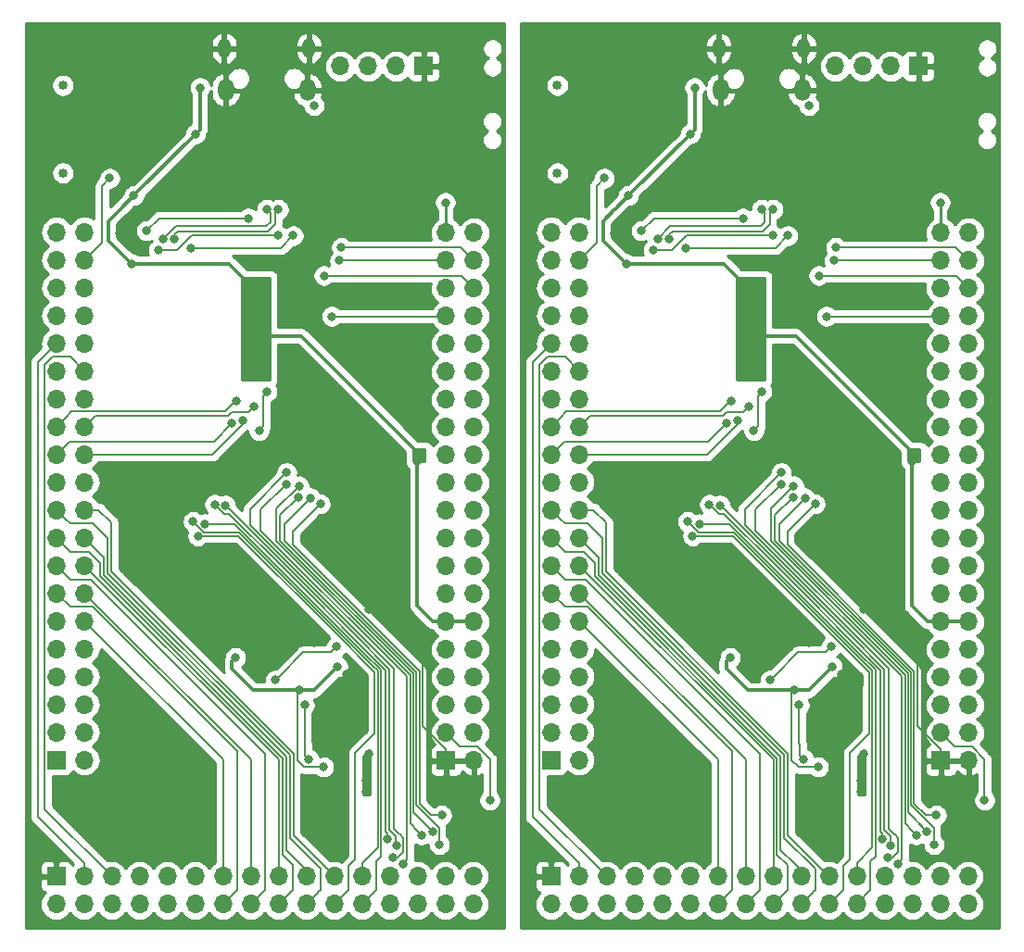
<source format=gbr>
G04 #@! TF.GenerationSoftware,KiCad,Pcbnew,(5.1.4)-1*
G04 #@! TF.CreationDate,2019-12-06T09:56:12+08:00*
G04 #@! TF.ProjectId,STM32F407VTE6-SOCKET_1x2,53544d33-3246-4343-9037-565445362d53,rev?*
G04 #@! TF.SameCoordinates,Original*
G04 #@! TF.FileFunction,Copper,L1,Top*
G04 #@! TF.FilePolarity,Positive*
%FSLAX46Y46*%
G04 Gerber Fmt 4.6, Leading zero omitted, Abs format (unit mm)*
G04 Created by KiCad (PCBNEW (5.1.4)-1) date 2019-12-06 09:56:12*
%MOMM*%
%LPD*%
G04 APERTURE LIST*
%ADD10R,1.700000X1.700000*%
%ADD11O,1.700000X1.700000*%
%ADD12O,1.150000X1.800000*%
%ADD13O,1.450000X2.000000*%
%ADD14C,0.850000*%
%ADD15C,0.800000*%
%ADD16C,0.150000*%
%ADD17C,0.127000*%
%ADD18C,0.170000*%
%ADD19C,0.300000*%
%ADD20C,0.210000*%
%ADD21C,0.250000*%
%ADD22C,0.200000*%
%ADD23C,0.254000*%
G04 APERTURE END LIST*
D10*
X182230000Y-100550000D03*
D11*
X179690000Y-100550000D03*
X177150000Y-100550000D03*
X174610000Y-100550000D03*
D12*
X171735000Y-98920000D03*
X163985000Y-98920000D03*
D13*
X171585000Y-102720000D03*
X164135000Y-102720000D03*
D11*
X186740000Y-177170000D03*
X186740000Y-174630000D03*
X184200000Y-177170000D03*
X184200000Y-174630000D03*
X181660000Y-177170000D03*
X181660000Y-174630000D03*
X179120000Y-177170000D03*
X179120000Y-174630000D03*
X176580000Y-177170000D03*
X176580000Y-174630000D03*
X174040000Y-177170000D03*
X174040000Y-174630000D03*
X171500000Y-177170000D03*
X171500000Y-174630000D03*
X168960000Y-177170000D03*
X168960000Y-174630000D03*
X166420000Y-177170000D03*
X166420000Y-174630000D03*
X163880000Y-177170000D03*
X163880000Y-174630000D03*
X161340000Y-177170000D03*
X161340000Y-174630000D03*
X158800000Y-177170000D03*
X158800000Y-174630000D03*
X156260000Y-177170000D03*
X156260000Y-174630000D03*
X153720000Y-177170000D03*
X153720000Y-174630000D03*
X151180000Y-177170000D03*
X151180000Y-174630000D03*
X148640000Y-177170000D03*
D10*
X148640000Y-174630000D03*
D14*
X149230000Y-102300000D03*
X149230000Y-110300000D03*
D11*
X151210000Y-115720000D03*
X148670000Y-115720000D03*
X151210000Y-118260000D03*
X148670000Y-118260000D03*
X151210000Y-120800000D03*
X148670000Y-120800000D03*
X151210000Y-123340000D03*
X148670000Y-123340000D03*
X151210000Y-125880000D03*
X148670000Y-125880000D03*
X151210000Y-128420000D03*
X148670000Y-128420000D03*
X151210000Y-130960000D03*
X148670000Y-130960000D03*
X151210000Y-133500000D03*
X148670000Y-133500000D03*
X151210000Y-136040000D03*
X148670000Y-136040000D03*
X151210000Y-138580000D03*
X148670000Y-138580000D03*
X151210000Y-141120000D03*
X148670000Y-141120000D03*
X151210000Y-143660000D03*
X148670000Y-143660000D03*
X151210000Y-146200000D03*
X148670000Y-146200000D03*
X151210000Y-148740000D03*
X148670000Y-148740000D03*
X151210000Y-151280000D03*
X148670000Y-151280000D03*
X151210000Y-153820000D03*
X148670000Y-153820000D03*
X151210000Y-156360000D03*
X148670000Y-156360000D03*
X151210000Y-158900000D03*
X148670000Y-158900000D03*
X151210000Y-161440000D03*
X148670000Y-161440000D03*
X151210000Y-163980000D03*
D10*
X148670000Y-163980000D03*
X184260000Y-164040000D03*
D11*
X186800000Y-164040000D03*
X184260000Y-161500000D03*
X186800000Y-161500000D03*
X184260000Y-158960000D03*
X186800000Y-158960000D03*
X184260000Y-156420000D03*
X186800000Y-156420000D03*
X184260000Y-153880000D03*
X186800000Y-153880000D03*
X184260000Y-151340000D03*
X186800000Y-151340000D03*
X184260000Y-148800000D03*
X186800000Y-148800000D03*
X184260000Y-146260000D03*
X186800000Y-146260000D03*
X184260000Y-143720000D03*
X186800000Y-143720000D03*
X184260000Y-141180000D03*
X186800000Y-141180000D03*
X184260000Y-138640000D03*
X186800000Y-138640000D03*
X184260000Y-136100000D03*
X186800000Y-136100000D03*
X184260000Y-133560000D03*
X186800000Y-133560000D03*
X184260000Y-131020000D03*
X186800000Y-131020000D03*
X184260000Y-128480000D03*
X186800000Y-128480000D03*
X184260000Y-125940000D03*
X186800000Y-125940000D03*
X184260000Y-123400000D03*
X186800000Y-123400000D03*
X184260000Y-120860000D03*
X186800000Y-120860000D03*
X184260000Y-118320000D03*
X186800000Y-118320000D03*
X184260000Y-115780000D03*
X186800000Y-115780000D03*
X129410000Y-100550000D03*
X131950000Y-100550000D03*
X134490000Y-100550000D03*
D10*
X137030000Y-100550000D03*
D13*
X118935000Y-102720000D03*
X126385000Y-102720000D03*
D12*
X118785000Y-98920000D03*
X126535000Y-98920000D03*
D11*
X141600000Y-115780000D03*
X139060000Y-115780000D03*
X141600000Y-118320000D03*
X139060000Y-118320000D03*
X141600000Y-120860000D03*
X139060000Y-120860000D03*
X141600000Y-123400000D03*
X139060000Y-123400000D03*
X141600000Y-125940000D03*
X139060000Y-125940000D03*
X141600000Y-128480000D03*
X139060000Y-128480000D03*
X141600000Y-131020000D03*
X139060000Y-131020000D03*
X141600000Y-133560000D03*
X139060000Y-133560000D03*
X141600000Y-136100000D03*
X139060000Y-136100000D03*
X141600000Y-138640000D03*
X139060000Y-138640000D03*
X141600000Y-141180000D03*
X139060000Y-141180000D03*
X141600000Y-143720000D03*
X139060000Y-143720000D03*
X141600000Y-146260000D03*
X139060000Y-146260000D03*
X141600000Y-148800000D03*
X139060000Y-148800000D03*
X141600000Y-151340000D03*
X139060000Y-151340000D03*
X141600000Y-153880000D03*
X139060000Y-153880000D03*
X141600000Y-156420000D03*
X139060000Y-156420000D03*
X141600000Y-158960000D03*
X139060000Y-158960000D03*
X141600000Y-161500000D03*
X139060000Y-161500000D03*
X141600000Y-164040000D03*
D10*
X139060000Y-164040000D03*
X103470000Y-163980000D03*
D11*
X106010000Y-163980000D03*
X103470000Y-161440000D03*
X106010000Y-161440000D03*
X103470000Y-158900000D03*
X106010000Y-158900000D03*
X103470000Y-156360000D03*
X106010000Y-156360000D03*
X103470000Y-153820000D03*
X106010000Y-153820000D03*
X103470000Y-151280000D03*
X106010000Y-151280000D03*
X103470000Y-148740000D03*
X106010000Y-148740000D03*
X103470000Y-146200000D03*
X106010000Y-146200000D03*
X103470000Y-143660000D03*
X106010000Y-143660000D03*
X103470000Y-141120000D03*
X106010000Y-141120000D03*
X103470000Y-138580000D03*
X106010000Y-138580000D03*
X103470000Y-136040000D03*
X106010000Y-136040000D03*
X103470000Y-133500000D03*
X106010000Y-133500000D03*
X103470000Y-130960000D03*
X106010000Y-130960000D03*
X103470000Y-128420000D03*
X106010000Y-128420000D03*
X103470000Y-125880000D03*
X106010000Y-125880000D03*
X103470000Y-123340000D03*
X106010000Y-123340000D03*
X103470000Y-120800000D03*
X106010000Y-120800000D03*
X103470000Y-118260000D03*
X106010000Y-118260000D03*
X103470000Y-115720000D03*
X106010000Y-115720000D03*
D14*
X104030000Y-110300000D03*
X104030000Y-102300000D03*
D10*
X103440000Y-174630000D03*
D11*
X103440000Y-177170000D03*
X105980000Y-174630000D03*
X105980000Y-177170000D03*
X108520000Y-174630000D03*
X108520000Y-177170000D03*
X111060000Y-174630000D03*
X111060000Y-177170000D03*
X113600000Y-174630000D03*
X113600000Y-177170000D03*
X116140000Y-174630000D03*
X116140000Y-177170000D03*
X118680000Y-174630000D03*
X118680000Y-177170000D03*
X121220000Y-174630000D03*
X121220000Y-177170000D03*
X123760000Y-174630000D03*
X123760000Y-177170000D03*
X126300000Y-174630000D03*
X126300000Y-177170000D03*
X128840000Y-174630000D03*
X128840000Y-177170000D03*
X131380000Y-174630000D03*
X131380000Y-177170000D03*
X133920000Y-174630000D03*
X133920000Y-177170000D03*
X136460000Y-174630000D03*
X136460000Y-177170000D03*
X139000000Y-174630000D03*
X139000000Y-177170000D03*
X141540000Y-174630000D03*
X141540000Y-177170000D03*
D15*
X127000000Y-104140000D03*
X172200000Y-104140000D03*
X127730000Y-161040000D03*
X127710000Y-159070000D03*
X136660000Y-153110000D03*
X127010000Y-153230000D03*
X125950000Y-122100000D03*
X127310000Y-123380000D03*
X112910000Y-108290000D03*
X120830000Y-155560000D03*
X131994838Y-150192000D03*
X133930000Y-135822010D03*
X134420000Y-141990000D03*
X109260000Y-115870000D03*
X130010000Y-156180000D03*
X116880000Y-169120000D03*
X127000000Y-106680000D03*
X129540000Y-106680000D03*
X127000000Y-109220000D03*
X129540000Y-109220000D03*
X127000000Y-111760000D03*
X134620000Y-106680000D03*
X134620000Y-109220000D03*
X134620000Y-111760000D03*
X132080000Y-111760000D03*
X132080000Y-114300000D03*
X134620000Y-114300000D03*
X129540000Y-114300000D03*
X134620000Y-104140000D03*
X129540000Y-104140000D03*
X104140000Y-167640000D03*
X106680000Y-167640000D03*
X109220000Y-167640000D03*
X111760000Y-167640000D03*
X114300000Y-167640000D03*
X116840000Y-167640000D03*
X109220000Y-170180000D03*
X106680000Y-170180000D03*
X166030000Y-155560000D03*
X179130000Y-135822010D03*
X154460000Y-115870000D03*
X172200000Y-106680000D03*
X179820000Y-109220000D03*
X177280000Y-111760000D03*
X179820000Y-114300000D03*
X177194838Y-150192000D03*
X174740000Y-114300000D03*
X179820000Y-111760000D03*
X179820000Y-104140000D03*
X174740000Y-104140000D03*
X175210000Y-156180000D03*
X149340000Y-167640000D03*
X151880000Y-167640000D03*
X156960000Y-167640000D03*
X154420000Y-167640000D03*
X177280000Y-114300000D03*
X159500000Y-167640000D03*
X162040000Y-167640000D03*
X179620000Y-141990000D03*
X162080000Y-169120000D03*
X174740000Y-109220000D03*
X172200000Y-111760000D03*
X174740000Y-106680000D03*
X172200000Y-109220000D03*
X179820000Y-106680000D03*
X172930000Y-161040000D03*
X181860000Y-153110000D03*
X172210000Y-153230000D03*
X171150000Y-122100000D03*
X172510000Y-123380000D03*
X172910000Y-159070000D03*
X158110000Y-108290000D03*
X154420000Y-170180000D03*
X151880000Y-170180000D03*
X123460000Y-156690000D03*
X129040500Y-153640000D03*
X168660000Y-156690000D03*
X174240500Y-153640000D03*
X132008000Y-163400000D03*
X131750000Y-166930000D03*
X125660000Y-157620000D03*
X129150000Y-155450000D03*
X116170000Y-106740000D03*
X116570000Y-102510000D03*
X119818015Y-154628015D03*
X136420000Y-136660000D03*
X121980000Y-133880000D03*
X122700000Y-130300000D03*
X120980000Y-126340000D03*
X120990000Y-124210000D03*
X120980000Y-123150000D03*
X120980000Y-127430000D03*
X110525000Y-112375000D03*
X127860000Y-164620000D03*
X131740000Y-165860000D03*
X110306034Y-118603966D03*
X167900000Y-130300000D03*
X161770000Y-102510000D03*
X166180000Y-127430000D03*
X174350000Y-155450000D03*
X177208000Y-163400000D03*
X181620000Y-136660000D03*
X176940000Y-165860000D03*
X176950000Y-166930000D03*
X155506034Y-118603966D03*
X166180000Y-126340000D03*
X165018015Y-154628015D03*
X167180000Y-133880000D03*
X166180000Y-123150000D03*
X170860000Y-157620000D03*
X155725000Y-112375000D03*
X173060000Y-164620000D03*
X166190000Y-124210000D03*
X161370000Y-106740000D03*
X143060000Y-167660000D03*
X188260000Y-167660000D03*
X126120000Y-158970000D03*
X126523030Y-163920000D03*
X171320000Y-158970000D03*
X171723030Y-163920000D03*
X139000000Y-113020000D03*
X184200000Y-113020000D03*
X129494537Y-117110000D03*
X174694537Y-117110000D03*
X129320001Y-118320000D03*
X174520001Y-118320000D03*
X127910000Y-119700000D03*
X173110000Y-119700000D03*
X124490000Y-137710000D03*
X134230000Y-172915999D03*
X179430000Y-172915999D03*
X169690000Y-137710000D03*
X124460000Y-138780000D03*
X135160000Y-173530000D03*
X180360000Y-173530000D03*
X169660000Y-138780000D03*
X128620000Y-123420000D03*
X173820000Y-123420000D03*
X136810000Y-170840000D03*
X125620000Y-138930000D03*
X182010000Y-170840000D03*
X170820000Y-138930000D03*
X137810000Y-170510000D03*
X125560000Y-139950000D03*
X170760000Y-139950000D03*
X183010000Y-170510000D03*
X138440000Y-171710000D03*
X126650000Y-140020000D03*
X171850000Y-140020000D03*
X183640000Y-171710000D03*
X138650000Y-169030000D03*
X127570000Y-140580000D03*
X183850000Y-169030000D03*
X172770000Y-140580000D03*
X119505000Y-133209912D03*
X164705000Y-133209912D03*
X120456864Y-132903384D03*
X165656864Y-132903384D03*
X119915010Y-131200020D03*
X165115010Y-131200020D03*
X121520000Y-131685010D03*
X166720000Y-131685010D03*
X116383108Y-143516892D03*
X161583108Y-143516892D03*
X115940000Y-142180000D03*
X161140000Y-142180000D03*
X117051892Y-142398108D03*
X162251892Y-142398108D03*
X117910000Y-140620000D03*
X133720000Y-171240000D03*
X178920000Y-171240000D03*
X163110000Y-140620000D03*
X118884421Y-140700637D03*
X134510990Y-171820000D03*
X179710990Y-171820000D03*
X164084421Y-140700637D03*
X108320000Y-110800000D03*
X153520000Y-110800000D03*
X115740000Y-117170000D03*
X125090000Y-116050000D03*
X160940000Y-117170000D03*
X170290000Y-116050000D03*
X111700000Y-115600000D03*
X120980000Y-114450000D03*
X156900000Y-115600000D03*
X166180000Y-114450000D03*
X114225258Y-116379742D03*
X123737173Y-113651290D03*
X168937173Y-113651290D03*
X159425258Y-116379742D03*
X113175258Y-116379742D03*
X122687173Y-113651290D03*
X167887173Y-113651290D03*
X158375258Y-116379742D03*
X112775258Y-117370000D03*
X123739990Y-116050010D03*
X168939990Y-116050010D03*
X157975258Y-117370000D03*
D16*
X127730000Y-161040000D02*
X127730000Y-159090000D01*
X127730000Y-159090000D02*
X127710000Y-159070000D01*
D17*
X130010000Y-156180000D02*
X130010000Y-156770000D01*
D18*
X136905050Y-153355050D02*
X136660000Y-153110000D01*
X136905050Y-160865050D02*
X136905050Y-153355050D01*
X139060000Y-164040000D02*
X139060000Y-163020000D01*
X139060000Y-163020000D02*
X136905050Y-160865050D01*
D17*
X131994838Y-149626315D02*
X131990000Y-149621477D01*
X131994838Y-150192000D02*
X131994838Y-149626315D01*
D19*
X109260000Y-115870000D02*
X109659999Y-115470001D01*
X109659999Y-115470001D02*
X110230000Y-114900000D01*
D17*
X130010000Y-156770000D02*
X127710000Y-159070000D01*
D18*
X182105050Y-160865050D02*
X182105050Y-153355050D01*
D17*
X177194838Y-149626315D02*
X177190000Y-149621477D01*
X177194838Y-150192000D02*
X177194838Y-149626315D01*
D18*
X184260000Y-164040000D02*
X184260000Y-163020000D01*
X184260000Y-163020000D02*
X182105050Y-160865050D01*
D17*
X175210000Y-156180000D02*
X175210000Y-156770000D01*
D18*
X182105050Y-153355050D02*
X181860000Y-153110000D01*
D19*
X154460000Y-115870000D02*
X154859999Y-115470001D01*
D17*
X175210000Y-156770000D02*
X172910000Y-159070000D01*
D19*
X154859999Y-115470001D02*
X155430000Y-114900000D01*
D16*
X172930000Y-161040000D02*
X172930000Y-159090000D01*
X172930000Y-159090000D02*
X172910000Y-159070000D01*
D18*
X123859999Y-156290001D02*
X123879999Y-156290001D01*
X123460000Y-156690000D02*
X123859999Y-156290001D01*
X123879999Y-156290001D02*
X126020000Y-154150000D01*
X126020000Y-154150000D02*
X128530500Y-154150000D01*
X128530500Y-154150000D02*
X129040500Y-153640000D01*
X171220000Y-154150000D02*
X173730500Y-154150000D01*
X173730500Y-154150000D02*
X174240500Y-153640000D01*
X169059999Y-156290001D02*
X169079999Y-156290001D01*
X169079999Y-156290001D02*
X171220000Y-154150000D01*
X168660000Y-156690000D02*
X169059999Y-156290001D01*
D16*
X132008000Y-163400000D02*
X132008000Y-166672000D01*
X132008000Y-166672000D02*
X131750000Y-166930000D01*
D19*
X125660000Y-157620000D02*
X127030000Y-157620000D01*
X127030000Y-157620000D02*
X129150000Y-155500000D01*
X129150000Y-155500000D02*
X129150000Y-155450000D01*
X139060000Y-151340000D02*
X141600000Y-151340000D01*
X137857919Y-151340000D02*
X136420000Y-149902081D01*
X139060000Y-151340000D02*
X137857919Y-151340000D01*
X116170000Y-106740000D02*
X116570000Y-106340000D01*
X116570000Y-106340000D02*
X116570000Y-102510000D01*
X110760000Y-112150000D02*
X110750000Y-112150000D01*
X110760000Y-112150000D02*
X116170000Y-106740000D01*
X125660000Y-157620000D02*
X125094315Y-157620000D01*
X125094315Y-157620000D02*
X121440000Y-157620000D01*
X121440000Y-157620000D02*
X119460000Y-155640000D01*
X119460000Y-154986030D02*
X119818015Y-154628015D01*
D20*
X136420000Y-135780000D02*
X136420000Y-135822010D01*
D19*
X136420000Y-136660000D02*
X136420000Y-135780000D01*
X136420000Y-149902081D02*
X136420000Y-136660000D01*
D20*
X122379999Y-133480001D02*
X122379999Y-130729999D01*
X121980000Y-133880000D02*
X122379999Y-133480001D01*
X122700000Y-130409998D02*
X122700000Y-130300000D01*
X122379999Y-130729999D02*
X122700000Y-130409998D01*
X120980000Y-126340000D02*
X120980000Y-124220000D01*
X120980000Y-124220000D02*
X120990000Y-124210000D01*
X120990000Y-124210000D02*
X120990000Y-123160000D01*
X120990000Y-123160000D02*
X120980000Y-123150000D01*
D19*
X119207990Y-118610000D02*
X118780000Y-118610000D01*
X118780000Y-118610000D02*
X111190000Y-118610000D01*
X120978995Y-122583310D02*
X120978995Y-120381005D01*
X120980000Y-122584315D02*
X120978995Y-122583310D01*
X120980000Y-123150000D02*
X120980000Y-122584315D01*
X120978995Y-120381005D02*
X119207990Y-118610000D01*
X125793995Y-125196005D02*
X122273995Y-125196005D01*
X136420000Y-135822010D02*
X125793995Y-125196005D01*
X110750000Y-112150000D02*
X110525000Y-112375000D01*
D20*
X127294315Y-164620000D02*
X126090000Y-164620000D01*
X127860000Y-164620000D02*
X127294315Y-164620000D01*
X126090000Y-164620000D02*
X125445046Y-163975046D01*
X131750000Y-166930000D02*
X131750000Y-165870000D01*
X131750000Y-165870000D02*
X131740000Y-165860000D01*
D19*
X109290000Y-113610000D02*
X109280000Y-113610000D01*
X110525000Y-112375000D02*
X109290000Y-113610000D01*
X109280000Y-113610000D02*
X108180000Y-114710000D01*
X108180000Y-114710000D02*
X108180000Y-116490000D01*
X108180000Y-116490000D02*
X109470000Y-117780000D01*
X110300000Y-118610000D02*
X111190000Y-118610000D01*
X109470000Y-117780000D02*
X110300000Y-118610000D01*
D20*
X125660000Y-157620000D02*
X125660000Y-157700000D01*
X125445046Y-157914954D02*
X125445046Y-158424954D01*
X125660000Y-157700000D02*
X125445046Y-157914954D01*
X125445046Y-163975046D02*
X125445046Y-158424954D01*
X125445046Y-158424954D02*
X125445046Y-158084954D01*
D19*
X119460000Y-155640000D02*
X119460000Y-154986030D01*
X154670000Y-117780000D02*
X155500000Y-118610000D01*
D20*
X176950000Y-166930000D02*
X176950000Y-165870000D01*
D19*
X154490000Y-113610000D02*
X154480000Y-113610000D01*
D20*
X171290000Y-164620000D02*
X170645046Y-163975046D01*
D19*
X181620000Y-135822010D02*
X170993995Y-125196005D01*
X155500000Y-118610000D02*
X156390000Y-118610000D01*
X166178995Y-122583310D02*
X166178995Y-120381005D01*
X164407990Y-118610000D02*
X163980000Y-118610000D01*
X170993995Y-125196005D02*
X167473995Y-125196005D01*
D20*
X176950000Y-165870000D02*
X176940000Y-165860000D01*
D19*
X154480000Y-113610000D02*
X153380000Y-114710000D01*
D20*
X172494315Y-164620000D02*
X171290000Y-164620000D01*
X170645046Y-157914954D02*
X170645046Y-158424954D01*
D19*
X166180000Y-122584315D02*
X166178995Y-122583310D01*
D20*
X173060000Y-164620000D02*
X172494315Y-164620000D01*
X170860000Y-157700000D02*
X170645046Y-157914954D01*
X170645046Y-158424954D02*
X170645046Y-158084954D01*
D19*
X164660000Y-155640000D02*
X164660000Y-154986030D01*
X153380000Y-116490000D02*
X154670000Y-117780000D01*
X155950000Y-112150000D02*
X155725000Y-112375000D01*
X155725000Y-112375000D02*
X154490000Y-113610000D01*
X153380000Y-114710000D02*
X153380000Y-116490000D01*
D20*
X170860000Y-157620000D02*
X170860000Y-157700000D01*
X170645046Y-163975046D02*
X170645046Y-158424954D01*
D19*
X166178995Y-120381005D02*
X164407990Y-118610000D01*
X163980000Y-118610000D02*
X156390000Y-118610000D01*
D20*
X166190000Y-123160000D02*
X166180000Y-123150000D01*
D19*
X166180000Y-123150000D02*
X166180000Y-122584315D01*
X170860000Y-157620000D02*
X172230000Y-157620000D01*
X174350000Y-155500000D02*
X174350000Y-155450000D01*
D16*
X177208000Y-163400000D02*
X177208000Y-166672000D01*
X177208000Y-166672000D02*
X176950000Y-166930000D01*
D19*
X172230000Y-157620000D02*
X174350000Y-155500000D01*
D20*
X167579999Y-130729999D02*
X167900000Y-130409998D01*
D19*
X183057919Y-151340000D02*
X181620000Y-149902081D01*
X164660000Y-154986030D02*
X165018015Y-154628015D01*
D20*
X167180000Y-133880000D02*
X167579999Y-133480001D01*
X167900000Y-130409998D02*
X167900000Y-130300000D01*
D19*
X184260000Y-151340000D02*
X186800000Y-151340000D01*
X170294315Y-157620000D02*
X166640000Y-157620000D01*
D20*
X181620000Y-135780000D02*
X181620000Y-135822010D01*
D19*
X181620000Y-136660000D02*
X181620000Y-135780000D01*
D20*
X167579999Y-133480001D02*
X167579999Y-130729999D01*
X166180000Y-126340000D02*
X166180000Y-124220000D01*
X166180000Y-124220000D02*
X166190000Y-124210000D01*
X166190000Y-124210000D02*
X166190000Y-123160000D01*
D19*
X161370000Y-106740000D02*
X161770000Y-106340000D01*
X184260000Y-151340000D02*
X183057919Y-151340000D01*
X155960000Y-112150000D02*
X161370000Y-106740000D01*
X161770000Y-106340000D02*
X161770000Y-102510000D01*
X166640000Y-157620000D02*
X164660000Y-155640000D01*
X155960000Y-112150000D02*
X155950000Y-112150000D01*
X181620000Y-149902081D02*
X181620000Y-136660000D01*
X170860000Y-157620000D02*
X170294315Y-157620000D01*
D18*
X139909999Y-162349999D02*
X139060000Y-161500000D01*
X143060000Y-167660000D02*
X143060000Y-163928238D01*
X139909999Y-162349999D02*
X139909999Y-162359999D01*
X140334119Y-162784119D02*
X141915881Y-162784119D01*
X139909999Y-162359999D02*
X140334119Y-162784119D01*
X143060000Y-163928238D02*
X141915881Y-162784119D01*
X185109999Y-162349999D02*
X184260000Y-161500000D01*
X185109999Y-162349999D02*
X185109999Y-162359999D01*
X185109999Y-162359999D02*
X185534119Y-162784119D01*
X188260000Y-167660000D02*
X188260000Y-163928238D01*
X185534119Y-162784119D02*
X187115881Y-162784119D01*
X188260000Y-163928238D02*
X187115881Y-162784119D01*
D20*
X127990001Y-173780001D02*
X127980001Y-173780001D01*
X128840000Y-174630000D02*
X127990001Y-173780001D01*
X127980001Y-173780001D02*
X125108036Y-170908036D01*
X125108036Y-170908036D02*
X125108036Y-163391620D01*
X125108036Y-163391620D02*
X108990000Y-147273584D01*
X108990000Y-147270000D02*
X108486030Y-146766030D01*
X108990000Y-147273584D02*
X108990000Y-147270000D01*
X108486030Y-142286030D02*
X107320000Y-141120000D01*
X108486030Y-146766030D02*
X108486030Y-142286030D01*
X107320000Y-141120000D02*
X106010000Y-141120000D01*
X173190001Y-173780001D02*
X173180001Y-173780001D01*
X170308036Y-170908036D02*
X170308036Y-163391620D01*
X154190000Y-147270000D02*
X153686030Y-146766030D01*
X154190000Y-147273584D02*
X154190000Y-147270000D01*
X153686030Y-142286030D02*
X152520000Y-141120000D01*
X152520000Y-141120000D02*
X151210000Y-141120000D01*
X173180001Y-173780001D02*
X170308036Y-170908036D01*
X170308036Y-163391620D02*
X154190000Y-147273584D01*
X153686030Y-146766030D02*
X153686030Y-142286030D01*
X174040000Y-174630000D02*
X173190001Y-173780001D01*
X126300000Y-174630000D02*
X126300000Y-174050000D01*
X107812010Y-145462010D02*
X107790000Y-145440000D01*
X107812010Y-147048802D02*
X107812010Y-145462010D01*
X124434018Y-163670810D02*
X107812010Y-147048802D01*
X107790000Y-145440000D02*
X106010000Y-143660000D01*
X125725000Y-173495000D02*
X124434018Y-172204018D01*
X125745000Y-173495000D02*
X125725000Y-173495000D01*
X124434018Y-172204018D02*
X124434018Y-163670810D01*
X126300000Y-174050000D02*
X125745000Y-173495000D01*
X169634018Y-163670810D02*
X153012010Y-147048802D01*
X171500000Y-174050000D02*
X170945000Y-173495000D01*
X153012010Y-147048802D02*
X153012010Y-145462010D01*
X170945000Y-173495000D02*
X170925000Y-173495000D01*
X169634018Y-172204018D02*
X169634018Y-163670810D01*
X152990000Y-145440000D02*
X151210000Y-143660000D01*
X153012010Y-145462010D02*
X152990000Y-145440000D01*
X171500000Y-174630000D02*
X171500000Y-174050000D01*
X170925000Y-173495000D02*
X169634018Y-172204018D01*
X127580000Y-173960000D02*
X127580000Y-175880000D01*
X124771028Y-171151028D02*
X127580000Y-173960000D01*
X127382001Y-176077999D02*
X127382001Y-176087999D01*
X124771027Y-163531215D02*
X124771028Y-171151028D01*
X108149020Y-146909208D02*
X124771027Y-163531215D01*
X103470000Y-141120000D02*
X104319999Y-141969999D01*
X104319999Y-141969999D02*
X104329999Y-141969999D01*
X104329999Y-141969999D02*
X104710000Y-142350000D01*
X127580000Y-175880000D02*
X127382001Y-176077999D01*
X104710000Y-142350000D02*
X106810000Y-142350000D01*
X106810000Y-142350000D02*
X108149020Y-143689020D01*
X127382001Y-176087999D02*
X126300000Y-177170000D01*
X108149020Y-143689020D02*
X108149020Y-146909208D01*
X149529999Y-141969999D02*
X149910000Y-142350000D01*
X148670000Y-141120000D02*
X149519999Y-141969999D01*
X172780000Y-173960000D02*
X172780000Y-175880000D01*
X172780000Y-175880000D02*
X172582001Y-176077999D01*
X153349020Y-143689020D02*
X153349020Y-146909208D01*
X153349020Y-146909208D02*
X169971027Y-163531215D01*
X172582001Y-176087999D02*
X171500000Y-177170000D01*
X152010000Y-142350000D02*
X153349020Y-143689020D01*
X169971028Y-171151028D02*
X172780000Y-173960000D01*
X149519999Y-141969999D02*
X149529999Y-141969999D01*
X149910000Y-142350000D02*
X152010000Y-142350000D01*
X169971027Y-163531215D02*
X169971028Y-171151028D01*
X172582001Y-176077999D02*
X172582001Y-176087999D01*
X123760000Y-163950000D02*
X106010000Y-146200000D01*
X123760000Y-174630000D02*
X123760000Y-163950000D01*
X168960000Y-174630000D02*
X168960000Y-163950000D01*
X168960000Y-163950000D02*
X151210000Y-146200000D01*
X123760000Y-177170000D02*
X125060000Y-175870000D01*
X125060000Y-175870000D02*
X125060000Y-173610000D01*
X125060000Y-173610000D02*
X124097010Y-172647010D01*
X124097010Y-172647010D02*
X124097009Y-163810405D01*
X124097009Y-163810405D02*
X107475000Y-147188396D01*
X107475000Y-147188396D02*
X107475000Y-145955000D01*
X107475000Y-145955000D02*
X106470000Y-144950000D01*
X106470000Y-144950000D02*
X104760000Y-144950000D01*
X104760000Y-144950000D02*
X103470000Y-143660000D01*
X168960000Y-177170000D02*
X170260000Y-175870000D01*
X170260000Y-175870000D02*
X170260000Y-173610000D01*
X170260000Y-173610000D02*
X169297010Y-172647010D01*
X169297009Y-163810405D02*
X152675000Y-147188396D01*
X152675000Y-147188396D02*
X152675000Y-145955000D01*
X152675000Y-145955000D02*
X151670000Y-144950000D01*
X169297010Y-172647010D02*
X169297009Y-163810405D01*
X149960000Y-144950000D02*
X148670000Y-143660000D01*
X151670000Y-144950000D02*
X149960000Y-144950000D01*
X106859999Y-149589999D02*
X106010000Y-148740000D01*
X121220000Y-174630000D02*
X121220000Y-163950000D01*
X121220000Y-163950000D02*
X106859999Y-149589999D01*
X152059999Y-149589999D02*
X151210000Y-148740000D01*
X166420000Y-163950000D02*
X152059999Y-149589999D01*
X166420000Y-174630000D02*
X166420000Y-163950000D01*
X104780000Y-147510000D02*
X103470000Y-146200000D01*
X106630000Y-147510000D02*
X104780000Y-147510000D01*
X122500000Y-163380000D02*
X106630000Y-147510000D01*
X121220000Y-177170000D02*
X122500000Y-175890000D01*
X122500000Y-175890000D02*
X122500000Y-163380000D01*
X151830000Y-147510000D02*
X149980000Y-147510000D01*
X167700000Y-163380000D02*
X151830000Y-147510000D01*
X149980000Y-147510000D02*
X148670000Y-146200000D01*
X166420000Y-177170000D02*
X167700000Y-175890000D01*
X167700000Y-175890000D02*
X167700000Y-163380000D01*
X118680000Y-163950000D02*
X106010000Y-151280000D01*
X118680000Y-174630000D02*
X118680000Y-163950000D01*
X163880000Y-163950000D02*
X151210000Y-151280000D01*
X163880000Y-174630000D02*
X163880000Y-163950000D01*
X118680000Y-177170000D02*
X119960000Y-175890000D01*
X119960000Y-175890000D02*
X119960000Y-163166604D01*
X119960000Y-163166604D02*
X106783396Y-149990000D01*
X104720000Y-149990000D02*
X103470000Y-148740000D01*
X106783396Y-149990000D02*
X104720000Y-149990000D01*
X165160000Y-175890000D02*
X165160000Y-163166604D01*
X149920000Y-149990000D02*
X148670000Y-148740000D01*
X151983396Y-149990000D02*
X149920000Y-149990000D01*
X163880000Y-177170000D02*
X165160000Y-175890000D01*
X165160000Y-163166604D02*
X151983396Y-149990000D01*
X101760000Y-127590000D02*
X103470000Y-125880000D01*
X101760000Y-169207919D02*
X101760000Y-127590000D01*
X105980000Y-174630000D02*
X105980000Y-173427919D01*
X105980000Y-173427919D02*
X101760000Y-169207919D01*
X146960000Y-127590000D02*
X148670000Y-125880000D01*
X146960000Y-169207919D02*
X146960000Y-127590000D01*
X151180000Y-174630000D02*
X151180000Y-173427919D01*
X151180000Y-173427919D02*
X146960000Y-169207919D01*
D16*
X126120000Y-162466498D02*
X126198040Y-162544538D01*
X126120000Y-158970000D02*
X126120000Y-162466498D01*
X126198040Y-162544538D02*
X126198040Y-163595010D01*
X126198040Y-163595010D02*
X126523030Y-163920000D01*
X171398040Y-162544538D02*
X171398040Y-163595010D01*
X171320000Y-158970000D02*
X171320000Y-162466498D01*
X171320000Y-162466498D02*
X171398040Y-162544538D01*
X171398040Y-163595010D02*
X171723030Y-163920000D01*
D21*
X139000000Y-115720000D02*
X139060000Y-115780000D01*
X139000000Y-113020000D02*
X139000000Y-115720000D01*
X184200000Y-115720000D02*
X184260000Y-115780000D01*
X184200000Y-113020000D02*
X184200000Y-115720000D01*
D20*
X140420000Y-117140000D02*
X141600000Y-118320000D01*
X129494537Y-116957515D02*
X129547515Y-116957515D01*
X129730000Y-117140000D02*
X133780000Y-117140000D01*
X129547515Y-116957515D02*
X129730000Y-117140000D01*
X133780000Y-117140000D02*
X140420000Y-117140000D01*
X185620000Y-117140000D02*
X186800000Y-118320000D01*
X174694537Y-116957515D02*
X174747515Y-116957515D01*
X178980000Y-117140000D02*
X185620000Y-117140000D01*
X174930000Y-117140000D02*
X178980000Y-117140000D01*
X174747515Y-116957515D02*
X174930000Y-117140000D01*
X129885686Y-118320000D02*
X132380000Y-118320000D01*
X129320001Y-118320000D02*
X129885686Y-118320000D01*
X132380000Y-118320000D02*
X139060000Y-118320000D01*
X177580000Y-118320000D02*
X184260000Y-118320000D01*
X175085686Y-118320000D02*
X177580000Y-118320000D01*
X174520001Y-118320000D02*
X175085686Y-118320000D01*
X140440000Y-119700000D02*
X141600000Y-120860000D01*
X127910000Y-119700000D02*
X130570000Y-119700000D01*
X129915000Y-119700000D02*
X130570000Y-119700000D01*
X130570000Y-119700000D02*
X140440000Y-119700000D01*
X175115000Y-119700000D02*
X175770000Y-119700000D01*
X173110000Y-119700000D02*
X175770000Y-119700000D01*
X185640000Y-119700000D02*
X186800000Y-120860000D01*
X175770000Y-119700000D02*
X185640000Y-119700000D01*
X134300001Y-170270001D02*
X134300001Y-170199999D01*
X134700000Y-170670000D02*
X134300001Y-170270001D01*
X134300001Y-155633397D02*
X131147009Y-152480405D01*
X134300001Y-170199999D02*
X134300001Y-155633397D01*
X131147009Y-152480405D02*
X121140000Y-142473396D01*
X121140000Y-142473396D02*
X121140000Y-141060000D01*
X121140000Y-141060000D02*
X124490000Y-137710000D01*
X134700000Y-170670000D02*
X134710000Y-170670000D01*
X134710000Y-170670000D02*
X134847999Y-170807999D01*
X134847999Y-170807999D02*
X134857999Y-170807999D01*
X134857999Y-170807999D02*
X135142990Y-171092990D01*
X135142990Y-171092990D02*
X135142990Y-172377010D01*
X135142990Y-172377010D02*
X134604001Y-172915999D01*
X134604001Y-172915999D02*
X134230000Y-172915999D01*
X179900000Y-170670000D02*
X179500001Y-170270001D01*
X179900000Y-170670000D02*
X179910000Y-170670000D01*
X179910000Y-170670000D02*
X180047999Y-170807999D01*
X179500001Y-170199999D02*
X179500001Y-155633397D01*
X180047999Y-170807999D02*
X180057999Y-170807999D01*
X180057999Y-170807999D02*
X180342990Y-171092990D01*
X166340000Y-141060000D02*
X169690000Y-137710000D01*
X179500001Y-155633397D02*
X176347009Y-152480405D01*
X180342990Y-171092990D02*
X180342990Y-172377010D01*
X180342990Y-172377010D02*
X179804001Y-172915999D01*
X179500001Y-170270001D02*
X179500001Y-170199999D01*
X179804001Y-172915999D02*
X179430000Y-172915999D01*
X176347009Y-152480405D02*
X166340000Y-142473396D01*
X166340000Y-142473396D02*
X166340000Y-141060000D01*
X135160000Y-173380000D02*
X135160000Y-173530000D01*
X135480000Y-173060000D02*
X135160000Y-173380000D01*
X135480000Y-156336792D02*
X135480000Y-173060000D01*
X122130000Y-142986792D02*
X135480000Y-156336792D01*
X124460000Y-138780000D02*
X122130000Y-141110000D01*
X122130000Y-141110000D02*
X122130000Y-142986792D01*
X180360000Y-173380000D02*
X180360000Y-173530000D01*
X180680000Y-156336792D02*
X180680000Y-173060000D01*
X169660000Y-138780000D02*
X167330000Y-141110000D01*
X167330000Y-141110000D02*
X167330000Y-142986792D01*
X180680000Y-173060000D02*
X180360000Y-173380000D01*
X167330000Y-142986792D02*
X180680000Y-156336792D01*
X139040000Y-123420000D02*
X139060000Y-123400000D01*
X130620000Y-123420000D02*
X131240000Y-123420000D01*
X131240000Y-123420000D02*
X139040000Y-123420000D01*
X129380000Y-123420000D02*
X128620000Y-123420000D01*
X129380000Y-123420000D02*
X131240000Y-123420000D01*
X174580000Y-123420000D02*
X176440000Y-123420000D01*
X175820000Y-123420000D02*
X176440000Y-123420000D01*
X174580000Y-123420000D02*
X173820000Y-123420000D01*
X184240000Y-123420000D02*
X184260000Y-123400000D01*
X176440000Y-123420000D02*
X184240000Y-123420000D01*
D16*
X123540000Y-141010000D02*
X125620000Y-138930000D01*
X136810000Y-170840000D02*
X136410001Y-170440001D01*
X136410001Y-170440001D02*
X136410001Y-170430001D01*
X136410001Y-170430001D02*
X135787010Y-169807010D01*
X135787010Y-169807010D02*
X135787010Y-156209626D01*
X135787010Y-156209626D02*
X123540000Y-143962616D01*
X123540000Y-143962616D02*
X123540000Y-141010000D01*
X168740000Y-141010000D02*
X170820000Y-138930000D01*
X181610001Y-170440001D02*
X181610001Y-170430001D01*
X181610001Y-170430001D02*
X180987010Y-169807010D01*
X180987010Y-169807010D02*
X180987010Y-156209626D01*
X180987010Y-156209626D02*
X168740000Y-143962616D01*
X182010000Y-170840000D02*
X181610001Y-170440001D01*
X168740000Y-143962616D02*
X168740000Y-141010000D01*
X137810000Y-170510000D02*
X137087010Y-169787010D01*
X137810000Y-170510000D02*
X136064020Y-168764020D01*
X136064020Y-156094885D02*
X135290000Y-155320865D01*
X136064020Y-168764020D02*
X136064020Y-156094885D01*
X135290000Y-155320865D02*
X124164567Y-144195433D01*
X124164567Y-144195433D02*
X123900000Y-143930866D01*
X123900000Y-142630000D02*
X123890000Y-142620000D01*
X123900000Y-143930866D02*
X123900000Y-142630000D01*
X123890000Y-142620000D02*
X123890000Y-141620000D01*
X123890000Y-141620000D02*
X125560000Y-139950000D01*
X183010000Y-170510000D02*
X181264020Y-168764020D01*
X181264020Y-156094885D02*
X180490000Y-155320865D01*
X181264020Y-168764020D02*
X181264020Y-156094885D01*
X180490000Y-155320865D02*
X169364567Y-144195433D01*
X169364567Y-144195433D02*
X169100000Y-143930866D01*
X169100000Y-143930866D02*
X169100000Y-142630000D01*
X169090000Y-142620000D02*
X169090000Y-141620000D01*
X169090000Y-141620000D02*
X170760000Y-139950000D01*
X183010000Y-170510000D02*
X182287010Y-169787010D01*
X169100000Y-142630000D02*
X169090000Y-142620000D01*
X138440000Y-171710000D02*
X138440000Y-170190000D01*
X138440000Y-170190000D02*
X136341030Y-168091030D01*
X136341030Y-155980144D02*
X133160884Y-152800000D01*
X136341030Y-168091030D02*
X136341030Y-155980144D01*
X133160884Y-152800000D02*
X124270000Y-143909116D01*
X124270000Y-143909116D02*
X124270000Y-142400000D01*
X124270000Y-142400000D02*
X126650000Y-140020000D01*
X181541030Y-155980144D02*
X178360884Y-152800000D01*
X169470000Y-142400000D02*
X171850000Y-140020000D01*
X178360884Y-152800000D02*
X169470000Y-143909116D01*
X183640000Y-170190000D02*
X181541030Y-168091030D01*
X181541030Y-168091030D02*
X181541030Y-155980144D01*
X169470000Y-143909116D02*
X169470000Y-142400000D01*
X183640000Y-171710000D02*
X183640000Y-170190000D01*
X138650000Y-169030000D02*
X137671750Y-169030000D01*
X137671750Y-169030000D02*
X136618040Y-167976290D01*
X136618040Y-155865403D02*
X136455769Y-155703134D01*
X136618040Y-167976290D02*
X136618040Y-155865403D01*
X136455769Y-155703134D02*
X125070000Y-144317365D01*
X125070000Y-144317365D02*
X125070000Y-143080000D01*
X125070000Y-143080000D02*
X127570000Y-140580000D01*
X181655769Y-155703134D02*
X170270000Y-144317365D01*
X181818040Y-155865403D02*
X181655769Y-155703134D01*
X170270000Y-143080000D02*
X172770000Y-140580000D01*
X170270000Y-144317365D02*
X170270000Y-143080000D01*
X182871750Y-169030000D02*
X181818040Y-167976290D01*
X181818040Y-167976290D02*
X181818040Y-155865403D01*
X183850000Y-169030000D02*
X182871750Y-169030000D01*
D20*
X104319999Y-135190001D02*
X103470000Y-136040000D01*
X104625001Y-134884999D02*
X104319999Y-135190001D01*
X117829913Y-134884999D02*
X104625001Y-134884999D01*
X119505000Y-133209912D02*
X117829913Y-134884999D01*
X149519999Y-135190001D02*
X148670000Y-136040000D01*
X149825001Y-134884999D02*
X149519999Y-135190001D01*
X163029913Y-134884999D02*
X149825001Y-134884999D01*
X164705000Y-133209912D02*
X163029913Y-134884999D01*
X107212081Y-136040000D02*
X106010000Y-136040000D01*
X117718314Y-136040000D02*
X107212081Y-136040000D01*
X120456864Y-133301450D02*
X117718314Y-136040000D01*
X120456864Y-132903384D02*
X120456864Y-133301450D01*
X165656864Y-133301450D02*
X162918314Y-136040000D01*
X165656864Y-132903384D02*
X165656864Y-133301450D01*
X162918314Y-136040000D02*
X152412081Y-136040000D01*
X152412081Y-136040000D02*
X151210000Y-136040000D01*
X104319999Y-132650001D02*
X103470000Y-133500000D01*
X104854999Y-132115001D02*
X118914999Y-132115001D01*
X104319999Y-132650001D02*
X104854999Y-132115001D01*
X118914999Y-132115001D02*
X119829980Y-131200020D01*
X119829980Y-131200020D02*
X119915010Y-131200020D01*
X165029980Y-131200020D02*
X165115010Y-131200020D01*
X149519999Y-132650001D02*
X148670000Y-133500000D01*
X149519999Y-132650001D02*
X150054999Y-132115001D01*
X150054999Y-132115001D02*
X164114999Y-132115001D01*
X164114999Y-132115001D02*
X165029980Y-131200020D01*
X106010000Y-133500000D02*
X106020000Y-133500000D01*
X106020000Y-133500000D02*
X106994989Y-132525011D01*
X119146499Y-132525011D02*
X119423364Y-132248146D01*
X118994989Y-132525011D02*
X119146499Y-132525011D01*
X106994989Y-132525011D02*
X118994989Y-132525011D01*
X121520000Y-131685010D02*
X121514990Y-131685010D01*
X119473127Y-132198383D02*
X119250755Y-132420755D01*
X121001617Y-132198383D02*
X119473127Y-132198383D01*
X121514990Y-131685010D02*
X121001617Y-132198383D01*
X119146499Y-132525011D02*
X119250755Y-132420755D01*
X164194989Y-132525011D02*
X164346499Y-132525011D01*
X166714990Y-131685010D02*
X166201617Y-132198383D01*
X151210000Y-133500000D02*
X151220000Y-133500000D01*
X164346499Y-132525011D02*
X164623364Y-132248146D01*
X151220000Y-133500000D02*
X152194989Y-132525011D01*
X152194989Y-132525011D02*
X164194989Y-132525011D01*
X166720000Y-131685010D02*
X166714990Y-131685010D01*
X164673127Y-132198383D02*
X164450755Y-132420755D01*
X166201617Y-132198383D02*
X164673127Y-132198383D01*
X164346499Y-132525011D02*
X164450755Y-132420755D01*
D16*
X119383108Y-143516892D02*
X120083324Y-143516892D01*
D18*
X116383108Y-143516892D02*
X119383108Y-143516892D01*
D16*
X120083324Y-143516892D02*
X128833216Y-152266784D01*
X128833216Y-152266784D02*
X132523979Y-155957548D01*
D17*
X130765990Y-173044010D02*
X130765990Y-163325990D01*
D18*
X132513979Y-161578001D02*
X130765990Y-163325990D01*
D17*
X130110000Y-173800000D02*
X130110000Y-173700000D01*
D20*
X130110000Y-175900000D02*
X130110000Y-173800000D01*
X128840000Y-177170000D02*
X130110000Y-175900000D01*
D17*
X130110000Y-173700000D02*
X130765990Y-173044010D01*
D16*
X132523979Y-157226021D02*
X132513979Y-157236021D01*
X132523979Y-156263979D02*
X132523979Y-157226021D01*
D18*
X132513979Y-157236021D02*
X132513979Y-161578001D01*
D16*
X132523979Y-156263979D02*
X132523979Y-156850000D01*
X132523979Y-155957548D02*
X132523979Y-156263979D01*
X164583108Y-143516892D02*
X165283324Y-143516892D01*
D17*
X175310000Y-173800000D02*
X175310000Y-173700000D01*
D20*
X175310000Y-175900000D02*
X175310000Y-173800000D01*
D18*
X177713979Y-157236021D02*
X177713979Y-161578001D01*
D16*
X177723979Y-156263979D02*
X177723979Y-156850000D01*
X177723979Y-156263979D02*
X177723979Y-157226021D01*
X177723979Y-157226021D02*
X177713979Y-157236021D01*
D18*
X177713979Y-161578001D02*
X175965990Y-163325990D01*
X161583108Y-143516892D02*
X164583108Y-143516892D01*
D17*
X175310000Y-173700000D02*
X175965990Y-173044010D01*
D16*
X177723979Y-155957548D02*
X177723979Y-156263979D01*
D17*
X175965990Y-173044010D02*
X175965990Y-163325990D01*
D16*
X165283324Y-143516892D02*
X174033216Y-152266784D01*
X174033216Y-152266784D02*
X177723979Y-155957548D01*
D20*
X174040000Y-177170000D02*
X175310000Y-175900000D01*
D17*
X116420000Y-142679842D02*
X116420000Y-142660000D01*
D20*
X116420000Y-142660000D02*
X115940000Y-142180000D01*
D17*
X116920158Y-143180000D02*
X116420000Y-142679842D01*
X118310000Y-143180000D02*
X116920158Y-143180000D01*
D18*
X131380000Y-173427919D02*
X131380000Y-174630000D01*
X132810989Y-171996930D02*
X131380000Y-173427919D01*
X132810989Y-156399341D02*
X132810989Y-171996930D01*
X118310000Y-143180000D02*
X119591648Y-143180000D01*
D16*
X132810989Y-155838665D02*
X132810989Y-156399341D01*
X132332324Y-155360000D02*
X132810989Y-155838665D01*
X132318182Y-155360000D02*
X132332324Y-155360000D01*
X119591648Y-143180000D02*
X120138182Y-143180000D01*
X120138182Y-143180000D02*
X132318182Y-155360000D01*
X165338182Y-143180000D02*
X177518182Y-155360000D01*
D17*
X161620000Y-142679842D02*
X161620000Y-142660000D01*
D18*
X178010989Y-156399341D02*
X178010989Y-171996930D01*
D16*
X177532324Y-155360000D02*
X178010989Y-155838665D01*
D20*
X161620000Y-142660000D02*
X161140000Y-142180000D01*
D18*
X178010989Y-171996930D02*
X176580000Y-173427919D01*
D16*
X178010989Y-155838665D02*
X178010989Y-156399341D01*
D17*
X162120158Y-143180000D02*
X161620000Y-142679842D01*
D18*
X176580000Y-173427919D02*
X176580000Y-174630000D01*
D16*
X177518182Y-155360000D02*
X177532324Y-155360000D01*
D18*
X163510000Y-143180000D02*
X164791648Y-143180000D01*
D17*
X163510000Y-143180000D02*
X162120158Y-143180000D01*
D16*
X164791648Y-143180000D02*
X165338182Y-143180000D01*
D20*
X131380000Y-177170000D02*
X132640000Y-175910000D01*
X118148108Y-142398108D02*
X117051892Y-142398108D01*
X132640000Y-175910000D02*
X132640000Y-174050000D01*
D18*
X119229790Y-142398108D02*
X117051892Y-142398108D01*
X132640000Y-173260000D02*
X133107999Y-172792001D01*
X132640000Y-174050000D02*
X132640000Y-173260000D01*
D16*
X119229790Y-142398108D02*
X119748040Y-142398108D01*
X123049966Y-145700034D02*
X123109966Y-145760034D01*
X119748040Y-142398108D02*
X123049966Y-145700034D01*
D18*
X133107999Y-172792001D02*
X133107999Y-156387999D01*
D16*
X133107999Y-155743925D02*
X133107999Y-156387999D01*
X131604142Y-154240068D02*
X133107999Y-155743925D01*
X131590000Y-154240068D02*
X131604142Y-154240068D01*
X123049966Y-145700034D02*
X131590000Y-154240068D01*
D18*
X177840000Y-173260000D02*
X178307999Y-172792001D01*
D16*
X168249966Y-145700034D02*
X168309966Y-145760034D01*
X168249966Y-145700034D02*
X176790000Y-154240068D01*
D20*
X163348108Y-142398108D02*
X162251892Y-142398108D01*
X176580000Y-177170000D02*
X177840000Y-175910000D01*
D16*
X164429790Y-142398108D02*
X164948040Y-142398108D01*
D18*
X177840000Y-174050000D02*
X177840000Y-173260000D01*
X178307999Y-172792001D02*
X178307999Y-156387999D01*
D20*
X177840000Y-175910000D02*
X177840000Y-174050000D01*
D16*
X178307999Y-155743925D02*
X178307999Y-156387999D01*
X176804142Y-154240068D02*
X178307999Y-155743925D01*
D18*
X164429790Y-142398108D02*
X162251892Y-142398108D01*
D16*
X164948040Y-142398108D02*
X168249966Y-145700034D01*
X176790000Y-154240068D02*
X176804142Y-154240068D01*
D20*
X104720000Y-127130000D02*
X106010000Y-128420000D01*
X103158638Y-127130000D02*
X104720000Y-127130000D01*
X102387999Y-127900639D02*
X103158638Y-127130000D01*
X108520000Y-174630000D02*
X102387999Y-168497999D01*
X102387999Y-168497999D02*
X102387999Y-127900639D01*
X147587999Y-168497999D02*
X147587999Y-127900639D01*
X147587999Y-127900639D02*
X148358638Y-127130000D01*
X153720000Y-174630000D02*
X147587999Y-168497999D01*
X148358638Y-127130000D02*
X149920000Y-127130000D01*
X149920000Y-127130000D02*
X151210000Y-128420000D01*
X117910000Y-140620000D02*
X118309999Y-141019999D01*
X133720000Y-170674315D02*
X133566991Y-170521306D01*
X133720000Y-171240000D02*
X133720000Y-170674315D01*
D18*
X118785000Y-141495000D02*
X119236682Y-141495000D01*
D20*
X118309999Y-141019999D02*
X118785000Y-141495000D01*
D16*
X133566991Y-155811167D02*
X133566991Y-156636991D01*
X124115824Y-146360000D02*
X133566991Y-155811167D01*
X124101682Y-146360000D02*
X124115824Y-146360000D01*
X119236682Y-141495000D02*
X124101682Y-146360000D01*
D20*
X133566991Y-170521306D02*
X133566991Y-156636991D01*
D16*
X164436682Y-141495000D02*
X169301682Y-146360000D01*
D20*
X178920000Y-170674315D02*
X178766991Y-170521306D01*
X178766991Y-170521306D02*
X178766991Y-156636991D01*
X163110000Y-140620000D02*
X163509999Y-141019999D01*
X163509999Y-141019999D02*
X163985000Y-141495000D01*
D18*
X163985000Y-141495000D02*
X164436682Y-141495000D01*
D16*
X169301682Y-146360000D02*
X169315824Y-146360000D01*
D20*
X178920000Y-171240000D02*
X178920000Y-170674315D01*
D16*
X169315824Y-146360000D02*
X178766991Y-155811167D01*
X178766991Y-155811167D02*
X178766991Y-156636991D01*
D20*
X119284420Y-141100636D02*
X119290636Y-141100636D01*
X118884421Y-140700637D02*
X119284420Y-141100636D01*
X119290636Y-141100636D02*
X130810000Y-152620000D01*
X130810000Y-152620000D02*
X133904001Y-155714001D01*
X133904001Y-170075999D02*
X133904001Y-170350605D01*
X133904001Y-155714001D02*
X133904001Y-170075999D01*
X134491698Y-171800708D02*
X134510990Y-171820000D01*
X134491698Y-170938302D02*
X134491698Y-171800708D01*
X133904001Y-170350605D02*
X134491698Y-170938302D01*
X164484420Y-141100636D02*
X164490636Y-141100636D01*
X164084421Y-140700637D02*
X164484420Y-141100636D01*
X164490636Y-141100636D02*
X176010000Y-152620000D01*
X179104001Y-170075999D02*
X179104001Y-170350605D01*
X176010000Y-152620000D02*
X179104001Y-155714001D01*
X179104001Y-155714001D02*
X179104001Y-170075999D01*
X179691698Y-171800708D02*
X179710990Y-171820000D01*
X179691698Y-170938302D02*
X179691698Y-171800708D01*
X179104001Y-170350605D02*
X179691698Y-170938302D01*
X106859999Y-117410001D02*
X106010000Y-118260000D01*
X107620000Y-116650000D02*
X106859999Y-117410001D01*
X107620000Y-111500000D02*
X107620000Y-116650000D01*
X108320000Y-110800000D02*
X107620000Y-111500000D01*
X153520000Y-110800000D02*
X152820000Y-111500000D01*
X152820000Y-116650000D02*
X152059999Y-117410001D01*
X152059999Y-117410001D02*
X151210000Y-118260000D01*
X152820000Y-111500000D02*
X152820000Y-116650000D01*
X115740000Y-117170000D02*
X123970000Y-117170000D01*
X123970000Y-117170000D02*
X125090000Y-116050000D01*
X169170000Y-117170000D02*
X170290000Y-116050000D01*
X160940000Y-117170000D02*
X169170000Y-117170000D01*
X112850000Y-114450000D02*
X113370000Y-114450000D01*
X111700000Y-115600000D02*
X112850000Y-114450000D01*
X113370000Y-114450000D02*
X120980000Y-114450000D01*
X156900000Y-115600000D02*
X158050000Y-114450000D01*
X158570000Y-114450000D02*
X166180000Y-114450000D01*
X158050000Y-114450000D02*
X158570000Y-114450000D01*
D22*
X123437173Y-113951290D02*
X123737173Y-113651290D01*
X123437173Y-114991027D02*
X123437173Y-113951290D01*
X122783200Y-115645000D02*
X123437173Y-114991027D01*
X114225258Y-115966139D02*
X114546397Y-115645000D01*
X114546397Y-115645000D02*
X122783200Y-115645000D01*
X114225258Y-116379742D02*
X114225258Y-115966139D01*
X168637173Y-113951290D02*
X168937173Y-113651290D01*
X168637173Y-114991027D02*
X168637173Y-113951290D01*
X167983200Y-115645000D02*
X168637173Y-114991027D01*
X159425258Y-116379742D02*
X159425258Y-115966139D01*
X159746397Y-115645000D02*
X167983200Y-115645000D01*
X159425258Y-115966139D02*
X159746397Y-115645000D01*
X122596800Y-115195000D02*
X122987173Y-114804627D01*
X114360000Y-115195000D02*
X122596800Y-115195000D01*
X113175258Y-116379742D02*
X114360000Y-115195000D01*
X122987173Y-113951290D02*
X122687173Y-113651290D01*
X122987173Y-114804627D02*
X122987173Y-113951290D01*
X167796800Y-115195000D02*
X168187173Y-114804627D01*
X159560000Y-115195000D02*
X167796800Y-115195000D01*
X158375258Y-116379742D02*
X159560000Y-115195000D01*
X168187173Y-114804627D02*
X168187173Y-113951290D01*
X168187173Y-113951290D02*
X167887173Y-113651290D01*
D20*
X112775258Y-117370000D02*
X114500000Y-117370000D01*
X114500000Y-117370000D02*
X114510000Y-117370000D01*
X115829990Y-116050010D02*
X123739990Y-116050010D01*
X114510000Y-117370000D02*
X115829990Y-116050010D01*
X161029990Y-116050010D02*
X168939990Y-116050010D01*
X159710000Y-117370000D02*
X161029990Y-116050010D01*
X159700000Y-117370000D02*
X159710000Y-117370000D01*
X157975258Y-117370000D02*
X159700000Y-117370000D01*
D23*
G36*
X132090989Y-167178054D02*
G01*
X131464490Y-167189875D01*
X131464490Y-163645723D01*
X132023213Y-163087000D01*
X132090989Y-163087000D01*
X132090989Y-167178054D01*
X132090989Y-167178054D01*
G37*
X132090989Y-167178054D02*
X131464490Y-167189875D01*
X131464490Y-163645723D01*
X132023213Y-163087000D01*
X132090989Y-163087000D01*
X132090989Y-167178054D01*
G36*
X137103000Y-136693000D02*
G01*
X136086077Y-136693000D01*
X136077931Y-135577000D01*
X137103000Y-135577000D01*
X137103000Y-136693000D01*
X137103000Y-136693000D01*
G37*
X137103000Y-136693000D02*
X136086077Y-136693000D01*
X136077931Y-135577000D01*
X137103000Y-135577000D01*
X137103000Y-136693000D01*
G36*
X122273000Y-129183000D02*
G01*
X120417000Y-129183000D01*
X120417000Y-122755802D01*
X122273000Y-122738209D01*
X122273000Y-129183000D01*
X122273000Y-129183000D01*
G37*
X122273000Y-129183000D02*
X120417000Y-129183000D01*
X120417000Y-122755802D01*
X122273000Y-122738209D01*
X122273000Y-129183000D01*
G36*
X122973000Y-129193451D02*
G01*
X120417000Y-129202547D01*
X120417000Y-119927000D01*
X122973000Y-119927000D01*
X122973000Y-129193451D01*
X122973000Y-129193451D01*
G37*
X122973000Y-129193451D02*
X120417000Y-129202547D01*
X120417000Y-119927000D01*
X122973000Y-119927000D01*
X122973000Y-129193451D01*
G36*
X144340000Y-179340000D02*
G01*
X100660000Y-179340000D01*
X100660000Y-173780000D01*
X101951928Y-173780000D01*
X101955000Y-174344250D01*
X102113750Y-174503000D01*
X103313000Y-174503000D01*
X103313000Y-173303750D01*
X103154250Y-173145000D01*
X102590000Y-173141928D01*
X102465518Y-173154188D01*
X102345820Y-173190498D01*
X102235506Y-173249463D01*
X102138815Y-173328815D01*
X102059463Y-173425506D01*
X102000498Y-173535820D01*
X101964188Y-173655518D01*
X101951928Y-173780000D01*
X100660000Y-173780000D01*
X100660000Y-127590000D01*
X101016421Y-127590000D01*
X101020001Y-127626350D01*
X101020000Y-169171579D01*
X101016421Y-169207919D01*
X101020000Y-169244259D01*
X101020000Y-169244265D01*
X101025787Y-169303019D01*
X101030708Y-169352984D01*
X101062085Y-169456419D01*
X101073022Y-169492474D01*
X101141736Y-169621029D01*
X101234210Y-169733709D01*
X101262445Y-169756881D01*
X105010308Y-173504745D01*
X104924866Y-173574866D01*
X104900393Y-173604687D01*
X104879502Y-173535820D01*
X104820537Y-173425506D01*
X104741185Y-173328815D01*
X104644494Y-173249463D01*
X104534180Y-173190498D01*
X104414482Y-173154188D01*
X104290000Y-173141928D01*
X103725750Y-173145000D01*
X103567000Y-173303750D01*
X103567000Y-174503000D01*
X103587000Y-174503000D01*
X103587000Y-174757000D01*
X103567000Y-174757000D01*
X103567000Y-174777000D01*
X103313000Y-174777000D01*
X103313000Y-174757000D01*
X102113750Y-174757000D01*
X101955000Y-174915750D01*
X101951928Y-175480000D01*
X101964188Y-175604482D01*
X102000498Y-175724180D01*
X102059463Y-175834494D01*
X102138815Y-175931185D01*
X102235506Y-176010537D01*
X102345820Y-176069502D01*
X102414687Y-176090393D01*
X102384866Y-176114866D01*
X102199294Y-176340986D01*
X102061401Y-176598966D01*
X101976487Y-176878889D01*
X101947815Y-177170000D01*
X101976487Y-177461111D01*
X102061401Y-177741034D01*
X102199294Y-177999014D01*
X102384866Y-178225134D01*
X102610986Y-178410706D01*
X102868966Y-178548599D01*
X103148889Y-178633513D01*
X103367050Y-178655000D01*
X103512950Y-178655000D01*
X103731111Y-178633513D01*
X104011034Y-178548599D01*
X104269014Y-178410706D01*
X104495134Y-178225134D01*
X104680706Y-177999014D01*
X104710000Y-177944209D01*
X104739294Y-177999014D01*
X104924866Y-178225134D01*
X105150986Y-178410706D01*
X105408966Y-178548599D01*
X105688889Y-178633513D01*
X105907050Y-178655000D01*
X106052950Y-178655000D01*
X106271111Y-178633513D01*
X106551034Y-178548599D01*
X106809014Y-178410706D01*
X107035134Y-178225134D01*
X107220706Y-177999014D01*
X107250000Y-177944209D01*
X107279294Y-177999014D01*
X107464866Y-178225134D01*
X107690986Y-178410706D01*
X107948966Y-178548599D01*
X108228889Y-178633513D01*
X108447050Y-178655000D01*
X108592950Y-178655000D01*
X108811111Y-178633513D01*
X109091034Y-178548599D01*
X109349014Y-178410706D01*
X109575134Y-178225134D01*
X109760706Y-177999014D01*
X109790000Y-177944209D01*
X109819294Y-177999014D01*
X110004866Y-178225134D01*
X110230986Y-178410706D01*
X110488966Y-178548599D01*
X110768889Y-178633513D01*
X110987050Y-178655000D01*
X111132950Y-178655000D01*
X111351111Y-178633513D01*
X111631034Y-178548599D01*
X111889014Y-178410706D01*
X112115134Y-178225134D01*
X112300706Y-177999014D01*
X112330000Y-177944209D01*
X112359294Y-177999014D01*
X112544866Y-178225134D01*
X112770986Y-178410706D01*
X113028966Y-178548599D01*
X113308889Y-178633513D01*
X113527050Y-178655000D01*
X113672950Y-178655000D01*
X113891111Y-178633513D01*
X114171034Y-178548599D01*
X114429014Y-178410706D01*
X114655134Y-178225134D01*
X114840706Y-177999014D01*
X114870000Y-177944209D01*
X114899294Y-177999014D01*
X115084866Y-178225134D01*
X115310986Y-178410706D01*
X115568966Y-178548599D01*
X115848889Y-178633513D01*
X116067050Y-178655000D01*
X116212950Y-178655000D01*
X116431111Y-178633513D01*
X116711034Y-178548599D01*
X116969014Y-178410706D01*
X117195134Y-178225134D01*
X117380706Y-177999014D01*
X117410000Y-177944209D01*
X117439294Y-177999014D01*
X117624866Y-178225134D01*
X117850986Y-178410706D01*
X118108966Y-178548599D01*
X118388889Y-178633513D01*
X118607050Y-178655000D01*
X118752950Y-178655000D01*
X118971111Y-178633513D01*
X119251034Y-178548599D01*
X119509014Y-178410706D01*
X119735134Y-178225134D01*
X119920706Y-177999014D01*
X119950000Y-177944209D01*
X119979294Y-177999014D01*
X120164866Y-178225134D01*
X120390986Y-178410706D01*
X120648966Y-178548599D01*
X120928889Y-178633513D01*
X121147050Y-178655000D01*
X121292950Y-178655000D01*
X121511111Y-178633513D01*
X121791034Y-178548599D01*
X122049014Y-178410706D01*
X122275134Y-178225134D01*
X122460706Y-177999014D01*
X122490000Y-177944209D01*
X122519294Y-177999014D01*
X122704866Y-178225134D01*
X122930986Y-178410706D01*
X123188966Y-178548599D01*
X123468889Y-178633513D01*
X123687050Y-178655000D01*
X123832950Y-178655000D01*
X124051111Y-178633513D01*
X124331034Y-178548599D01*
X124589014Y-178410706D01*
X124815134Y-178225134D01*
X125000706Y-177999014D01*
X125030000Y-177944209D01*
X125059294Y-177999014D01*
X125244866Y-178225134D01*
X125470986Y-178410706D01*
X125728966Y-178548599D01*
X126008889Y-178633513D01*
X126227050Y-178655000D01*
X126372950Y-178655000D01*
X126591111Y-178633513D01*
X126871034Y-178548599D01*
X127129014Y-178410706D01*
X127355134Y-178225134D01*
X127540706Y-177999014D01*
X127570000Y-177944209D01*
X127599294Y-177999014D01*
X127784866Y-178225134D01*
X128010986Y-178410706D01*
X128268966Y-178548599D01*
X128548889Y-178633513D01*
X128767050Y-178655000D01*
X128912950Y-178655000D01*
X129131111Y-178633513D01*
X129411034Y-178548599D01*
X129669014Y-178410706D01*
X129895134Y-178225134D01*
X130080706Y-177999014D01*
X130110000Y-177944209D01*
X130139294Y-177999014D01*
X130324866Y-178225134D01*
X130550986Y-178410706D01*
X130808966Y-178548599D01*
X131088889Y-178633513D01*
X131307050Y-178655000D01*
X131452950Y-178655000D01*
X131671111Y-178633513D01*
X131951034Y-178548599D01*
X132209014Y-178410706D01*
X132435134Y-178225134D01*
X132620706Y-177999014D01*
X132650000Y-177944209D01*
X132679294Y-177999014D01*
X132864866Y-178225134D01*
X133090986Y-178410706D01*
X133348966Y-178548599D01*
X133628889Y-178633513D01*
X133847050Y-178655000D01*
X133992950Y-178655000D01*
X134211111Y-178633513D01*
X134491034Y-178548599D01*
X134749014Y-178410706D01*
X134975134Y-178225134D01*
X135160706Y-177999014D01*
X135190000Y-177944209D01*
X135219294Y-177999014D01*
X135404866Y-178225134D01*
X135630986Y-178410706D01*
X135888966Y-178548599D01*
X136168889Y-178633513D01*
X136387050Y-178655000D01*
X136532950Y-178655000D01*
X136751111Y-178633513D01*
X137031034Y-178548599D01*
X137289014Y-178410706D01*
X137515134Y-178225134D01*
X137700706Y-177999014D01*
X137730000Y-177944209D01*
X137759294Y-177999014D01*
X137944866Y-178225134D01*
X138170986Y-178410706D01*
X138428966Y-178548599D01*
X138708889Y-178633513D01*
X138927050Y-178655000D01*
X139072950Y-178655000D01*
X139291111Y-178633513D01*
X139571034Y-178548599D01*
X139829014Y-178410706D01*
X140055134Y-178225134D01*
X140240706Y-177999014D01*
X140270000Y-177944209D01*
X140299294Y-177999014D01*
X140484866Y-178225134D01*
X140710986Y-178410706D01*
X140968966Y-178548599D01*
X141248889Y-178633513D01*
X141467050Y-178655000D01*
X141612950Y-178655000D01*
X141831111Y-178633513D01*
X142111034Y-178548599D01*
X142369014Y-178410706D01*
X142595134Y-178225134D01*
X142780706Y-177999014D01*
X142918599Y-177741034D01*
X143003513Y-177461111D01*
X143032185Y-177170000D01*
X143003513Y-176878889D01*
X142918599Y-176598966D01*
X142780706Y-176340986D01*
X142595134Y-176114866D01*
X142369014Y-175929294D01*
X142314209Y-175900000D01*
X142369014Y-175870706D01*
X142595134Y-175685134D01*
X142780706Y-175459014D01*
X142918599Y-175201034D01*
X143003513Y-174921111D01*
X143032185Y-174630000D01*
X143003513Y-174338889D01*
X142918599Y-174058966D01*
X142780706Y-173800986D01*
X142595134Y-173574866D01*
X142369014Y-173389294D01*
X142111034Y-173251401D01*
X141831111Y-173166487D01*
X141612950Y-173145000D01*
X141467050Y-173145000D01*
X141248889Y-173166487D01*
X140968966Y-173251401D01*
X140710986Y-173389294D01*
X140484866Y-173574866D01*
X140299294Y-173800986D01*
X140270000Y-173855791D01*
X140240706Y-173800986D01*
X140055134Y-173574866D01*
X139829014Y-173389294D01*
X139571034Y-173251401D01*
X139291111Y-173166487D01*
X139072950Y-173145000D01*
X138927050Y-173145000D01*
X138708889Y-173166487D01*
X138428966Y-173251401D01*
X138170986Y-173389294D01*
X137944866Y-173574866D01*
X137759294Y-173800986D01*
X137730000Y-173855791D01*
X137700706Y-173800986D01*
X137515134Y-173574866D01*
X137289014Y-173389294D01*
X137031034Y-173251401D01*
X136751111Y-173166487D01*
X136532950Y-173145000D01*
X136387050Y-173145000D01*
X136213524Y-173162091D01*
X136213559Y-173161738D01*
X136220000Y-173096347D01*
X136220000Y-173096341D01*
X136223579Y-173060001D01*
X136220000Y-173023661D01*
X136220000Y-171690558D01*
X136319744Y-171757205D01*
X136508102Y-171835226D01*
X136708061Y-171875000D01*
X136911939Y-171875000D01*
X137111898Y-171835226D01*
X137300256Y-171757205D01*
X137405000Y-171687217D01*
X137405000Y-171811939D01*
X137444774Y-172011898D01*
X137522795Y-172200256D01*
X137636063Y-172369774D01*
X137780226Y-172513937D01*
X137949744Y-172627205D01*
X138138102Y-172705226D01*
X138338061Y-172745000D01*
X138541939Y-172745000D01*
X138741898Y-172705226D01*
X138930256Y-172627205D01*
X139099774Y-172513937D01*
X139243937Y-172369774D01*
X139357205Y-172200256D01*
X139435226Y-172011898D01*
X139475000Y-171811939D01*
X139475000Y-171608061D01*
X139435226Y-171408102D01*
X139357205Y-171219744D01*
X139243937Y-171050226D01*
X139150000Y-170956289D01*
X139150000Y-170224875D01*
X139153435Y-170190000D01*
X139145914Y-170113636D01*
X139139727Y-170050816D01*
X139111864Y-169958965D01*
X139140256Y-169947205D01*
X139309774Y-169833937D01*
X139453937Y-169689774D01*
X139567205Y-169520256D01*
X139645226Y-169331898D01*
X139685000Y-169131939D01*
X139685000Y-168928061D01*
X139645226Y-168728102D01*
X139567205Y-168539744D01*
X139453937Y-168370226D01*
X139309774Y-168226063D01*
X139140256Y-168112795D01*
X138951898Y-168034774D01*
X138751939Y-167995000D01*
X138548061Y-167995000D01*
X138348102Y-168034774D01*
X138159744Y-168112795D01*
X137990226Y-168226063D01*
X137931065Y-168285224D01*
X137328040Y-167682199D01*
X137328040Y-164890000D01*
X137571928Y-164890000D01*
X137584188Y-165014482D01*
X137620498Y-165134180D01*
X137679463Y-165244494D01*
X137758815Y-165341185D01*
X137855506Y-165420537D01*
X137965820Y-165479502D01*
X138085518Y-165515812D01*
X138210000Y-165528072D01*
X138774250Y-165525000D01*
X138933000Y-165366250D01*
X138933000Y-164167000D01*
X139187000Y-164167000D01*
X139187000Y-165366250D01*
X139345750Y-165525000D01*
X139910000Y-165528072D01*
X140034482Y-165515812D01*
X140154180Y-165479502D01*
X140264494Y-165420537D01*
X140361185Y-165341185D01*
X140440537Y-165244494D01*
X140499502Y-165134180D01*
X140522498Y-165058374D01*
X140718645Y-165235178D01*
X140968748Y-165384157D01*
X141243109Y-165481481D01*
X141473000Y-165360814D01*
X141473000Y-164167000D01*
X139187000Y-164167000D01*
X138933000Y-164167000D01*
X137733750Y-164167000D01*
X137575000Y-164325750D01*
X137571928Y-164890000D01*
X137328040Y-164890000D01*
X137328040Y-155900275D01*
X137331475Y-155865398D01*
X137326117Y-155811002D01*
X137317767Y-155726219D01*
X137277168Y-155592383D01*
X137211240Y-155469040D01*
X137122515Y-155360928D01*
X137095415Y-155338687D01*
X136982482Y-155225756D01*
X136982476Y-155225749D01*
X125780000Y-144023274D01*
X125780000Y-143374091D01*
X127539091Y-141615000D01*
X127671939Y-141615000D01*
X127871898Y-141575226D01*
X128060256Y-141497205D01*
X128229774Y-141383937D01*
X128373937Y-141239774D01*
X128487205Y-141070256D01*
X128565226Y-140881898D01*
X128605000Y-140681939D01*
X128605000Y-140478061D01*
X128565226Y-140278102D01*
X128487205Y-140089744D01*
X128373937Y-139920226D01*
X128229774Y-139776063D01*
X128060256Y-139662795D01*
X127871898Y-139584774D01*
X127671939Y-139545000D01*
X127573524Y-139545000D01*
X127567205Y-139529744D01*
X127453937Y-139360226D01*
X127309774Y-139216063D01*
X127140256Y-139102795D01*
X126951898Y-139024774D01*
X126751939Y-138985000D01*
X126655000Y-138985000D01*
X126655000Y-138828061D01*
X126615226Y-138628102D01*
X126537205Y-138439744D01*
X126423937Y-138270226D01*
X126279774Y-138126063D01*
X126110256Y-138012795D01*
X125921898Y-137934774D01*
X125721939Y-137895000D01*
X125518061Y-137895000D01*
X125508084Y-137896985D01*
X125525000Y-137811939D01*
X125525000Y-137608061D01*
X125485226Y-137408102D01*
X125407205Y-137219744D01*
X125293937Y-137050226D01*
X125149774Y-136906063D01*
X124980256Y-136792795D01*
X124791898Y-136714774D01*
X124591939Y-136675000D01*
X124388061Y-136675000D01*
X124188102Y-136714774D01*
X123999744Y-136792795D01*
X123830226Y-136906063D01*
X123686063Y-137050226D01*
X123572795Y-137219744D01*
X123494774Y-137408102D01*
X123455000Y-137608061D01*
X123455000Y-137698482D01*
X120642441Y-140511042D01*
X120614211Y-140534210D01*
X120591043Y-140562440D01*
X120591040Y-140562443D01*
X120576632Y-140580000D01*
X120521737Y-140646889D01*
X120495011Y-140696890D01*
X120453022Y-140775445D01*
X120410708Y-140914935D01*
X120396421Y-141060000D01*
X120400001Y-141096350D01*
X120400001Y-141163484D01*
X119919421Y-140682904D01*
X119919421Y-140598698D01*
X119879647Y-140398739D01*
X119801626Y-140210381D01*
X119688358Y-140040863D01*
X119544195Y-139896700D01*
X119374677Y-139783432D01*
X119186319Y-139705411D01*
X118986360Y-139665637D01*
X118782482Y-139665637D01*
X118582523Y-139705411D01*
X118472424Y-139751016D01*
X118400256Y-139702795D01*
X118211898Y-139624774D01*
X118011939Y-139585000D01*
X117808061Y-139585000D01*
X117608102Y-139624774D01*
X117419744Y-139702795D01*
X117250226Y-139816063D01*
X117106063Y-139960226D01*
X116992795Y-140129744D01*
X116914774Y-140318102D01*
X116875000Y-140518061D01*
X116875000Y-140721939D01*
X116914774Y-140921898D01*
X116992795Y-141110256D01*
X117106063Y-141279774D01*
X117198228Y-141371939D01*
X117153831Y-141363108D01*
X116949953Y-141363108D01*
X116749994Y-141402882D01*
X116662737Y-141439026D01*
X116599774Y-141376063D01*
X116430256Y-141262795D01*
X116241898Y-141184774D01*
X116041939Y-141145000D01*
X115838061Y-141145000D01*
X115638102Y-141184774D01*
X115449744Y-141262795D01*
X115280226Y-141376063D01*
X115136063Y-141520226D01*
X115022795Y-141689744D01*
X114944774Y-141878102D01*
X114905000Y-142078061D01*
X114905000Y-142281939D01*
X114944774Y-142481898D01*
X115022795Y-142670256D01*
X115136063Y-142839774D01*
X115280226Y-142983937D01*
X115439506Y-143090364D01*
X115387882Y-143214994D01*
X115348108Y-143414953D01*
X115348108Y-143618831D01*
X115387882Y-143818790D01*
X115465903Y-144007148D01*
X115579171Y-144176666D01*
X115723334Y-144320829D01*
X115892852Y-144434097D01*
X116081210Y-144512118D01*
X116281169Y-144551892D01*
X116485047Y-144551892D01*
X116685006Y-144512118D01*
X116873364Y-144434097D01*
X117042882Y-144320829D01*
X117126819Y-144236892D01*
X119418470Y-144236892D01*
X119519999Y-144226892D01*
X119789233Y-144226892D01*
X128355831Y-152793491D01*
X128355842Y-152793500D01*
X128391324Y-152828982D01*
X128380726Y-152836063D01*
X128236563Y-152980226D01*
X128123295Y-153149744D01*
X128045274Y-153338102D01*
X128026994Y-153430000D01*
X126055361Y-153430000D01*
X126019999Y-153426517D01*
X125878855Y-153440419D01*
X125743135Y-153481589D01*
X125618054Y-153548446D01*
X125508420Y-153638420D01*
X125485878Y-153665888D01*
X123496767Y-155655000D01*
X123358061Y-155655000D01*
X123158102Y-155694774D01*
X122969744Y-155772795D01*
X122800226Y-155886063D01*
X122656063Y-156030226D01*
X122542795Y-156199744D01*
X122464774Y-156388102D01*
X122425000Y-156588061D01*
X122425000Y-156791939D01*
X122433565Y-156835000D01*
X121765157Y-156835000D01*
X120408444Y-155478287D01*
X120477789Y-155431952D01*
X120621952Y-155287789D01*
X120735220Y-155118271D01*
X120813241Y-154929913D01*
X120853015Y-154729954D01*
X120853015Y-154526076D01*
X120813241Y-154326117D01*
X120735220Y-154137759D01*
X120621952Y-153968241D01*
X120477789Y-153824078D01*
X120308271Y-153710810D01*
X120119913Y-153632789D01*
X119919954Y-153593015D01*
X119716076Y-153593015D01*
X119516117Y-153632789D01*
X119327759Y-153710810D01*
X119158241Y-153824078D01*
X119014078Y-153968241D01*
X118900810Y-154137759D01*
X118822789Y-154326117D01*
X118783015Y-154526076D01*
X118783015Y-154587318D01*
X118772265Y-154607430D01*
X118731246Y-154684171D01*
X118706181Y-154766800D01*
X118686359Y-154832143D01*
X118675000Y-154947469D01*
X118675000Y-154947477D01*
X118671203Y-154986030D01*
X118675000Y-155024583D01*
X118675000Y-155601447D01*
X118671203Y-155640000D01*
X118675000Y-155678553D01*
X118675000Y-155678560D01*
X118686359Y-155793886D01*
X118731246Y-155941859D01*
X118761621Y-155998688D01*
X109555367Y-146792434D01*
X109538960Y-146772442D01*
X109538957Y-146772439D01*
X109515790Y-146744210D01*
X109487560Y-146721042D01*
X109226030Y-146459513D01*
X109226030Y-142322366D01*
X109229609Y-142286029D01*
X109226030Y-142249692D01*
X109226030Y-142249683D01*
X109215322Y-142140965D01*
X109173008Y-142001474D01*
X109104294Y-141872919D01*
X109048479Y-141804909D01*
X109034989Y-141788471D01*
X109034988Y-141788470D01*
X109011820Y-141760240D01*
X108983590Y-141737072D01*
X107868962Y-140622445D01*
X107845790Y-140594210D01*
X107733111Y-140501736D01*
X107604556Y-140433022D01*
X107465065Y-140390708D01*
X107356347Y-140380000D01*
X107356340Y-140380000D01*
X107320000Y-140376421D01*
X107297554Y-140378632D01*
X107250706Y-140290986D01*
X107065134Y-140064866D01*
X106839014Y-139879294D01*
X106784209Y-139850000D01*
X106839014Y-139820706D01*
X107065134Y-139635134D01*
X107250706Y-139409014D01*
X107388599Y-139151034D01*
X107473513Y-138871111D01*
X107502185Y-138580000D01*
X107473513Y-138288889D01*
X107388599Y-138008966D01*
X107250706Y-137750986D01*
X107065134Y-137524866D01*
X106839014Y-137339294D01*
X106784209Y-137310000D01*
X106839014Y-137280706D01*
X107065134Y-137095134D01*
X107250706Y-136869014D01*
X107298285Y-136780000D01*
X117681974Y-136780000D01*
X117718314Y-136783579D01*
X117754654Y-136780000D01*
X117754661Y-136780000D01*
X117863379Y-136769292D01*
X118002870Y-136726978D01*
X118131425Y-136658264D01*
X118244104Y-136565790D01*
X118267276Y-136537555D01*
X120945000Y-133859832D01*
X120945000Y-133981939D01*
X120984774Y-134181898D01*
X121062795Y-134370256D01*
X121176063Y-134539774D01*
X121320226Y-134683937D01*
X121489744Y-134797205D01*
X121678102Y-134875226D01*
X121878061Y-134915000D01*
X122081939Y-134915000D01*
X122281898Y-134875226D01*
X122470256Y-134797205D01*
X122639774Y-134683937D01*
X122783937Y-134539774D01*
X122897205Y-134370256D01*
X122975226Y-134181898D01*
X123015000Y-133981939D01*
X123015000Y-133861799D01*
X123066977Y-133764557D01*
X123086509Y-133700168D01*
X123109291Y-133625067D01*
X123113138Y-133586006D01*
X123119999Y-133516348D01*
X123119999Y-133516342D01*
X123123578Y-133480002D01*
X123119999Y-133443662D01*
X123119999Y-131246307D01*
X123190256Y-131217205D01*
X123359774Y-131103937D01*
X123503937Y-130959774D01*
X123617205Y-130790256D01*
X123695226Y-130601898D01*
X123735000Y-130401939D01*
X123735000Y-130198061D01*
X123695226Y-129998102D01*
X123617205Y-129809744D01*
X123571600Y-129741491D01*
X123627983Y-129672787D01*
X123686664Y-129563004D01*
X123722799Y-129443882D01*
X123735000Y-129320000D01*
X123735000Y-125981005D01*
X125468838Y-125981005D01*
X135317756Y-135829924D01*
X135325017Y-136824635D01*
X135337201Y-136943882D01*
X135373336Y-137063004D01*
X135432017Y-137172787D01*
X135510987Y-137269013D01*
X135607213Y-137347983D01*
X135635001Y-137362836D01*
X135635000Y-149863528D01*
X135631203Y-149902081D01*
X135635000Y-149940634D01*
X135635000Y-149940641D01*
X135646359Y-150055967D01*
X135691246Y-150203940D01*
X135764138Y-150340313D01*
X135862236Y-150459845D01*
X135892190Y-150484428D01*
X137275572Y-151867810D01*
X137300155Y-151897764D01*
X137419686Y-151995862D01*
X137553329Y-152067295D01*
X137556059Y-152068754D01*
X137704032Y-152113642D01*
X137778945Y-152121020D01*
X137794457Y-152122547D01*
X137819294Y-152169014D01*
X138004866Y-152395134D01*
X138230986Y-152580706D01*
X138285791Y-152610000D01*
X138230986Y-152639294D01*
X138004866Y-152824866D01*
X137819294Y-153050986D01*
X137681401Y-153308966D01*
X137596487Y-153588889D01*
X137567815Y-153880000D01*
X137596487Y-154171111D01*
X137681401Y-154451034D01*
X137819294Y-154709014D01*
X138004866Y-154935134D01*
X138230986Y-155120706D01*
X138285791Y-155150000D01*
X138230986Y-155179294D01*
X138004866Y-155364866D01*
X137819294Y-155590986D01*
X137681401Y-155848966D01*
X137596487Y-156128889D01*
X137567815Y-156420000D01*
X137596487Y-156711111D01*
X137681401Y-156991034D01*
X137819294Y-157249014D01*
X138004866Y-157475134D01*
X138230986Y-157660706D01*
X138285791Y-157690000D01*
X138230986Y-157719294D01*
X138004866Y-157904866D01*
X137819294Y-158130986D01*
X137681401Y-158388966D01*
X137596487Y-158668889D01*
X137567815Y-158960000D01*
X137596487Y-159251111D01*
X137681401Y-159531034D01*
X137819294Y-159789014D01*
X138004866Y-160015134D01*
X138230986Y-160200706D01*
X138285791Y-160230000D01*
X138230986Y-160259294D01*
X138004866Y-160444866D01*
X137819294Y-160670986D01*
X137681401Y-160928966D01*
X137596487Y-161208889D01*
X137567815Y-161500000D01*
X137596487Y-161791111D01*
X137681401Y-162071034D01*
X137819294Y-162329014D01*
X138004866Y-162555134D01*
X138034687Y-162579607D01*
X137965820Y-162600498D01*
X137855506Y-162659463D01*
X137758815Y-162738815D01*
X137679463Y-162835506D01*
X137620498Y-162945820D01*
X137584188Y-163065518D01*
X137571928Y-163190000D01*
X137575000Y-163754250D01*
X137733750Y-163913000D01*
X138933000Y-163913000D01*
X138933000Y-163893000D01*
X139187000Y-163893000D01*
X139187000Y-163913000D01*
X141473000Y-163913000D01*
X141473000Y-163893000D01*
X141727000Y-163893000D01*
X141727000Y-163913000D01*
X141747000Y-163913000D01*
X141747000Y-164167000D01*
X141727000Y-164167000D01*
X141727000Y-165360814D01*
X141956891Y-165481481D01*
X142231252Y-165384157D01*
X142340001Y-165319379D01*
X142340000Y-166916289D01*
X142256063Y-167000226D01*
X142142795Y-167169744D01*
X142064774Y-167358102D01*
X142025000Y-167558061D01*
X142025000Y-167761939D01*
X142064774Y-167961898D01*
X142142795Y-168150256D01*
X142256063Y-168319774D01*
X142400226Y-168463937D01*
X142569744Y-168577205D01*
X142758102Y-168655226D01*
X142958061Y-168695000D01*
X143161939Y-168695000D01*
X143361898Y-168655226D01*
X143550256Y-168577205D01*
X143719774Y-168463937D01*
X143863937Y-168319774D01*
X143977205Y-168150256D01*
X144055226Y-167961898D01*
X144095000Y-167761939D01*
X144095000Y-167558061D01*
X144055226Y-167358102D01*
X143977205Y-167169744D01*
X143863937Y-167000226D01*
X143780000Y-166916289D01*
X143780000Y-163963600D01*
X143783483Y-163928238D01*
X143772416Y-163815874D01*
X143769581Y-163787093D01*
X143728411Y-163651373D01*
X143661554Y-163526292D01*
X143571580Y-163416658D01*
X143544105Y-163394110D01*
X142677669Y-162527674D01*
X142840706Y-162329014D01*
X142978599Y-162071034D01*
X143063513Y-161791111D01*
X143092185Y-161500000D01*
X143063513Y-161208889D01*
X142978599Y-160928966D01*
X142840706Y-160670986D01*
X142655134Y-160444866D01*
X142429014Y-160259294D01*
X142374209Y-160230000D01*
X142429014Y-160200706D01*
X142655134Y-160015134D01*
X142840706Y-159789014D01*
X142978599Y-159531034D01*
X143063513Y-159251111D01*
X143092185Y-158960000D01*
X143063513Y-158668889D01*
X142978599Y-158388966D01*
X142840706Y-158130986D01*
X142655134Y-157904866D01*
X142429014Y-157719294D01*
X142374209Y-157690000D01*
X142429014Y-157660706D01*
X142655134Y-157475134D01*
X142840706Y-157249014D01*
X142978599Y-156991034D01*
X143063513Y-156711111D01*
X143092185Y-156420000D01*
X143063513Y-156128889D01*
X142978599Y-155848966D01*
X142840706Y-155590986D01*
X142655134Y-155364866D01*
X142429014Y-155179294D01*
X142374209Y-155150000D01*
X142429014Y-155120706D01*
X142655134Y-154935134D01*
X142840706Y-154709014D01*
X142978599Y-154451034D01*
X143063513Y-154171111D01*
X143092185Y-153880000D01*
X143063513Y-153588889D01*
X142978599Y-153308966D01*
X142840706Y-153050986D01*
X142655134Y-152824866D01*
X142429014Y-152639294D01*
X142374209Y-152610000D01*
X142429014Y-152580706D01*
X142655134Y-152395134D01*
X142840706Y-152169014D01*
X142978599Y-151911034D01*
X143063513Y-151631111D01*
X143092185Y-151340000D01*
X143063513Y-151048889D01*
X142978599Y-150768966D01*
X142840706Y-150510986D01*
X142655134Y-150284866D01*
X142429014Y-150099294D01*
X142374209Y-150070000D01*
X142429014Y-150040706D01*
X142655134Y-149855134D01*
X142840706Y-149629014D01*
X142978599Y-149371034D01*
X143063513Y-149091111D01*
X143092185Y-148800000D01*
X143063513Y-148508889D01*
X142978599Y-148228966D01*
X142840706Y-147970986D01*
X142655134Y-147744866D01*
X142429014Y-147559294D01*
X142374209Y-147530000D01*
X142429014Y-147500706D01*
X142655134Y-147315134D01*
X142840706Y-147089014D01*
X142978599Y-146831034D01*
X143063513Y-146551111D01*
X143092185Y-146260000D01*
X143063513Y-145968889D01*
X142978599Y-145688966D01*
X142840706Y-145430986D01*
X142655134Y-145204866D01*
X142429014Y-145019294D01*
X142374209Y-144990000D01*
X142429014Y-144960706D01*
X142655134Y-144775134D01*
X142840706Y-144549014D01*
X142978599Y-144291034D01*
X143063513Y-144011111D01*
X143092185Y-143720000D01*
X143063513Y-143428889D01*
X142978599Y-143148966D01*
X142840706Y-142890986D01*
X142655134Y-142664866D01*
X142429014Y-142479294D01*
X142374209Y-142450000D01*
X142429014Y-142420706D01*
X142655134Y-142235134D01*
X142840706Y-142009014D01*
X142978599Y-141751034D01*
X143063513Y-141471111D01*
X143092185Y-141180000D01*
X143063513Y-140888889D01*
X142978599Y-140608966D01*
X142840706Y-140350986D01*
X142655134Y-140124866D01*
X142429014Y-139939294D01*
X142374209Y-139910000D01*
X142429014Y-139880706D01*
X142655134Y-139695134D01*
X142840706Y-139469014D01*
X142978599Y-139211034D01*
X143063513Y-138931111D01*
X143092185Y-138640000D01*
X143063513Y-138348889D01*
X142978599Y-138068966D01*
X142840706Y-137810986D01*
X142655134Y-137584866D01*
X142429014Y-137399294D01*
X142374209Y-137370000D01*
X142429014Y-137340706D01*
X142655134Y-137155134D01*
X142840706Y-136929014D01*
X142978599Y-136671034D01*
X143063513Y-136391111D01*
X143092185Y-136100000D01*
X143063513Y-135808889D01*
X142978599Y-135528966D01*
X142840706Y-135270986D01*
X142655134Y-135044866D01*
X142429014Y-134859294D01*
X142374209Y-134830000D01*
X142429014Y-134800706D01*
X142655134Y-134615134D01*
X142840706Y-134389014D01*
X142978599Y-134131034D01*
X143063513Y-133851111D01*
X143092185Y-133560000D01*
X143063513Y-133268889D01*
X142978599Y-132988966D01*
X142840706Y-132730986D01*
X142655134Y-132504866D01*
X142429014Y-132319294D01*
X142374209Y-132290000D01*
X142429014Y-132260706D01*
X142655134Y-132075134D01*
X142840706Y-131849014D01*
X142978599Y-131591034D01*
X143063513Y-131311111D01*
X143092185Y-131020000D01*
X143063513Y-130728889D01*
X142978599Y-130448966D01*
X142840706Y-130190986D01*
X142655134Y-129964866D01*
X142429014Y-129779294D01*
X142374209Y-129750000D01*
X142429014Y-129720706D01*
X142655134Y-129535134D01*
X142840706Y-129309014D01*
X142978599Y-129051034D01*
X143063513Y-128771111D01*
X143092185Y-128480000D01*
X143063513Y-128188889D01*
X142978599Y-127908966D01*
X142840706Y-127650986D01*
X142655134Y-127424866D01*
X142429014Y-127239294D01*
X142374209Y-127210000D01*
X142429014Y-127180706D01*
X142655134Y-126995134D01*
X142840706Y-126769014D01*
X142978599Y-126511034D01*
X143063513Y-126231111D01*
X143092185Y-125940000D01*
X143063513Y-125648889D01*
X142978599Y-125368966D01*
X142840706Y-125110986D01*
X142655134Y-124884866D01*
X142429014Y-124699294D01*
X142374209Y-124670000D01*
X142429014Y-124640706D01*
X142655134Y-124455134D01*
X142840706Y-124229014D01*
X142978599Y-123971034D01*
X143063513Y-123691111D01*
X143092185Y-123400000D01*
X143063513Y-123108889D01*
X142978599Y-122828966D01*
X142840706Y-122570986D01*
X142655134Y-122344866D01*
X142429014Y-122159294D01*
X142374209Y-122130000D01*
X142429014Y-122100706D01*
X142655134Y-121915134D01*
X142840706Y-121689014D01*
X142978599Y-121431034D01*
X143063513Y-121151111D01*
X143092185Y-120860000D01*
X143063513Y-120568889D01*
X142978599Y-120288966D01*
X142840706Y-120030986D01*
X142655134Y-119804866D01*
X142429014Y-119619294D01*
X142374209Y-119590000D01*
X142429014Y-119560706D01*
X142655134Y-119375134D01*
X142840706Y-119149014D01*
X142978599Y-118891034D01*
X143063513Y-118611111D01*
X143092185Y-118320000D01*
X143063513Y-118028889D01*
X142978599Y-117748966D01*
X142840706Y-117490986D01*
X142655134Y-117264866D01*
X142429014Y-117079294D01*
X142374209Y-117050000D01*
X142429014Y-117020706D01*
X142655134Y-116835134D01*
X142840706Y-116609014D01*
X142978599Y-116351034D01*
X143063513Y-116071111D01*
X143092185Y-115780000D01*
X143063513Y-115488889D01*
X142978599Y-115208966D01*
X142840706Y-114950986D01*
X142655134Y-114724866D01*
X142429014Y-114539294D01*
X142171034Y-114401401D01*
X141891111Y-114316487D01*
X141672950Y-114295000D01*
X141527050Y-114295000D01*
X141308889Y-114316487D01*
X141028966Y-114401401D01*
X140770986Y-114539294D01*
X140544866Y-114724866D01*
X140359294Y-114950986D01*
X140330000Y-115005791D01*
X140300706Y-114950986D01*
X140115134Y-114724866D01*
X139889014Y-114539294D01*
X139760000Y-114470335D01*
X139760000Y-113723711D01*
X139803937Y-113679774D01*
X139917205Y-113510256D01*
X139995226Y-113321898D01*
X140035000Y-113121939D01*
X140035000Y-112918061D01*
X139995226Y-112718102D01*
X139917205Y-112529744D01*
X139803937Y-112360226D01*
X139659774Y-112216063D01*
X139490256Y-112102795D01*
X139301898Y-112024774D01*
X139101939Y-111985000D01*
X138898061Y-111985000D01*
X138698102Y-112024774D01*
X138509744Y-112102795D01*
X138340226Y-112216063D01*
X138196063Y-112360226D01*
X138082795Y-112529744D01*
X138004774Y-112718102D01*
X137965000Y-112918061D01*
X137965000Y-113121939D01*
X138004774Y-113321898D01*
X138082795Y-113510256D01*
X138196063Y-113679774D01*
X138240000Y-113723711D01*
X138240001Y-114534476D01*
X138230986Y-114539294D01*
X138004866Y-114724866D01*
X137819294Y-114950986D01*
X137681401Y-115208966D01*
X137596487Y-115488889D01*
X137567815Y-115780000D01*
X137596487Y-116071111D01*
X137681401Y-116351034D01*
X137707574Y-116400000D01*
X130248248Y-116400000D01*
X130154311Y-116306063D01*
X129984793Y-116192795D01*
X129796435Y-116114774D01*
X129596476Y-116075000D01*
X129392598Y-116075000D01*
X129192639Y-116114774D01*
X129004281Y-116192795D01*
X128834763Y-116306063D01*
X128690600Y-116450226D01*
X128577332Y-116619744D01*
X128499311Y-116808102D01*
X128459537Y-117008061D01*
X128459537Y-117211939D01*
X128499311Y-117411898D01*
X128576952Y-117599338D01*
X128516064Y-117660226D01*
X128402796Y-117829744D01*
X128324775Y-118018102D01*
X128285001Y-118218061D01*
X128285001Y-118421939D01*
X128324775Y-118621898D01*
X128389591Y-118778378D01*
X128211898Y-118704774D01*
X128011939Y-118665000D01*
X127808061Y-118665000D01*
X127608102Y-118704774D01*
X127419744Y-118782795D01*
X127250226Y-118896063D01*
X127106063Y-119040226D01*
X126992795Y-119209744D01*
X126914774Y-119398102D01*
X126875000Y-119598061D01*
X126875000Y-119801939D01*
X126914774Y-120001898D01*
X126992795Y-120190256D01*
X127106063Y-120359774D01*
X127250226Y-120503937D01*
X127419744Y-120617205D01*
X127608102Y-120695226D01*
X127808061Y-120735000D01*
X128011939Y-120735000D01*
X128211898Y-120695226D01*
X128400256Y-120617205D01*
X128569774Y-120503937D01*
X128633711Y-120440000D01*
X137635585Y-120440000D01*
X137596487Y-120568889D01*
X137567815Y-120860000D01*
X137596487Y-121151111D01*
X137681401Y-121431034D01*
X137819294Y-121689014D01*
X138004866Y-121915134D01*
X138230986Y-122100706D01*
X138285791Y-122130000D01*
X138230986Y-122159294D01*
X138004866Y-122344866D01*
X137819294Y-122570986D01*
X137761025Y-122680000D01*
X129343711Y-122680000D01*
X129279774Y-122616063D01*
X129110256Y-122502795D01*
X128921898Y-122424774D01*
X128721939Y-122385000D01*
X128518061Y-122385000D01*
X128318102Y-122424774D01*
X128129744Y-122502795D01*
X127960226Y-122616063D01*
X127816063Y-122760226D01*
X127702795Y-122929744D01*
X127624774Y-123118102D01*
X127585000Y-123318061D01*
X127585000Y-123521939D01*
X127624774Y-123721898D01*
X127702795Y-123910256D01*
X127816063Y-124079774D01*
X127960226Y-124223937D01*
X128129744Y-124337205D01*
X128318102Y-124415226D01*
X128518061Y-124455000D01*
X128721939Y-124455000D01*
X128921898Y-124415226D01*
X129110256Y-124337205D01*
X129279774Y-124223937D01*
X129343711Y-124160000D01*
X137782405Y-124160000D01*
X137819294Y-124229014D01*
X138004866Y-124455134D01*
X138230986Y-124640706D01*
X138285791Y-124670000D01*
X138230986Y-124699294D01*
X138004866Y-124884866D01*
X137819294Y-125110986D01*
X137681401Y-125368966D01*
X137596487Y-125648889D01*
X137567815Y-125940000D01*
X137596487Y-126231111D01*
X137681401Y-126511034D01*
X137819294Y-126769014D01*
X138004866Y-126995134D01*
X138230986Y-127180706D01*
X138285791Y-127210000D01*
X138230986Y-127239294D01*
X138004866Y-127424866D01*
X137819294Y-127650986D01*
X137681401Y-127908966D01*
X137596487Y-128188889D01*
X137567815Y-128480000D01*
X137596487Y-128771111D01*
X137681401Y-129051034D01*
X137819294Y-129309014D01*
X138004866Y-129535134D01*
X138230986Y-129720706D01*
X138285791Y-129750000D01*
X138230986Y-129779294D01*
X138004866Y-129964866D01*
X137819294Y-130190986D01*
X137681401Y-130448966D01*
X137596487Y-130728889D01*
X137567815Y-131020000D01*
X137596487Y-131311111D01*
X137681401Y-131591034D01*
X137819294Y-131849014D01*
X138004866Y-132075134D01*
X138230986Y-132260706D01*
X138285791Y-132290000D01*
X138230986Y-132319294D01*
X138004866Y-132504866D01*
X137819294Y-132730986D01*
X137681401Y-132988966D01*
X137596487Y-133268889D01*
X137567815Y-133560000D01*
X137596487Y-133851111D01*
X137681401Y-134131034D01*
X137819294Y-134389014D01*
X138004866Y-134615134D01*
X138230986Y-134800706D01*
X138285791Y-134830000D01*
X138230986Y-134859294D01*
X138004866Y-135044866D01*
X137831546Y-135256057D01*
X137816664Y-135206996D01*
X137757983Y-135097213D01*
X137679013Y-135000987D01*
X137582787Y-134922017D01*
X137473004Y-134863336D01*
X137353882Y-134827201D01*
X137230000Y-134815000D01*
X136523148Y-134815000D01*
X126376342Y-124668195D01*
X126351759Y-124638241D01*
X126232228Y-124540143D01*
X126095855Y-124467251D01*
X125947882Y-124422364D01*
X125832556Y-124411005D01*
X125832548Y-124411005D01*
X125793995Y-124407208D01*
X125755442Y-124411005D01*
X123735000Y-124411005D01*
X123735000Y-119800000D01*
X123722799Y-119676118D01*
X123686664Y-119556996D01*
X123627983Y-119447213D01*
X123549013Y-119350987D01*
X123452787Y-119272017D01*
X123343004Y-119213336D01*
X123223882Y-119177201D01*
X123100000Y-119165000D01*
X120873148Y-119165000D01*
X119790337Y-118082190D01*
X119765754Y-118052236D01*
X119646223Y-117954138D01*
X119563646Y-117910000D01*
X123933660Y-117910000D01*
X123970000Y-117913579D01*
X124006340Y-117910000D01*
X124006347Y-117910000D01*
X124115065Y-117899292D01*
X124254556Y-117856978D01*
X124383111Y-117788264D01*
X124495790Y-117695790D01*
X124518962Y-117667555D01*
X125101518Y-117085000D01*
X125191939Y-117085000D01*
X125391898Y-117045226D01*
X125580256Y-116967205D01*
X125749774Y-116853937D01*
X125893937Y-116709774D01*
X126007205Y-116540256D01*
X126085226Y-116351898D01*
X126125000Y-116151939D01*
X126125000Y-115948061D01*
X126085226Y-115748102D01*
X126007205Y-115559744D01*
X125893937Y-115390226D01*
X125749774Y-115246063D01*
X125580256Y-115132795D01*
X125391898Y-115054774D01*
X125191939Y-115015000D01*
X124988061Y-115015000D01*
X124788102Y-115054774D01*
X124599744Y-115132795D01*
X124430226Y-115246063D01*
X124414990Y-115261299D01*
X124399764Y-115246073D01*
X124230246Y-115132805D01*
X124164449Y-115105551D01*
X124172173Y-115027132D01*
X124172173Y-115027123D01*
X124175728Y-114991028D01*
X124172173Y-114954933D01*
X124172173Y-114591383D01*
X124227429Y-114568495D01*
X124396947Y-114455227D01*
X124541110Y-114311064D01*
X124654378Y-114141546D01*
X124732399Y-113953188D01*
X124772173Y-113753229D01*
X124772173Y-113549351D01*
X124732399Y-113349392D01*
X124654378Y-113161034D01*
X124541110Y-112991516D01*
X124396947Y-112847353D01*
X124227429Y-112734085D01*
X124039071Y-112656064D01*
X123839112Y-112616290D01*
X123635234Y-112616290D01*
X123435275Y-112656064D01*
X123246917Y-112734085D01*
X123212173Y-112757300D01*
X123177429Y-112734085D01*
X122989071Y-112656064D01*
X122789112Y-112616290D01*
X122585234Y-112616290D01*
X122385275Y-112656064D01*
X122196917Y-112734085D01*
X122027399Y-112847353D01*
X121883236Y-112991516D01*
X121769968Y-113161034D01*
X121691947Y-113349392D01*
X121652173Y-113549351D01*
X121652173Y-113658462D01*
X121639774Y-113646063D01*
X121470256Y-113532795D01*
X121281898Y-113454774D01*
X121081939Y-113415000D01*
X120878061Y-113415000D01*
X120678102Y-113454774D01*
X120489744Y-113532795D01*
X120320226Y-113646063D01*
X120256289Y-113710000D01*
X112886340Y-113710000D01*
X112850000Y-113706421D01*
X112813660Y-113710000D01*
X112813653Y-113710000D01*
X112704935Y-113720708D01*
X112565444Y-113763022D01*
X112436889Y-113831736D01*
X112352442Y-113901040D01*
X112352440Y-113901042D01*
X112324210Y-113924210D01*
X112301042Y-113952440D01*
X111688483Y-114565000D01*
X111598061Y-114565000D01*
X111398102Y-114604774D01*
X111209744Y-114682795D01*
X111040226Y-114796063D01*
X110896063Y-114940226D01*
X110782795Y-115109744D01*
X110704774Y-115298102D01*
X110665000Y-115498061D01*
X110665000Y-115701939D01*
X110704774Y-115901898D01*
X110782795Y-116090256D01*
X110896063Y-116259774D01*
X111040226Y-116403937D01*
X111209744Y-116517205D01*
X111398102Y-116595226D01*
X111598061Y-116635000D01*
X111801939Y-116635000D01*
X112001898Y-116595226D01*
X112150592Y-116533634D01*
X112152167Y-116541552D01*
X112115484Y-116566063D01*
X111971321Y-116710226D01*
X111858053Y-116879744D01*
X111780032Y-117068102D01*
X111740258Y-117268061D01*
X111740258Y-117471939D01*
X111780032Y-117671898D01*
X111843449Y-117825000D01*
X110990779Y-117825000D01*
X110965808Y-117800029D01*
X110796290Y-117686761D01*
X110607932Y-117608740D01*
X110407973Y-117568966D01*
X110369123Y-117568966D01*
X110052349Y-117252192D01*
X110052345Y-117252187D01*
X108965000Y-116164843D01*
X108965000Y-115035157D01*
X109762046Y-114238112D01*
X109847764Y-114167764D01*
X109872347Y-114137810D01*
X110600157Y-113410000D01*
X110626939Y-113410000D01*
X110826898Y-113370226D01*
X111015256Y-113292205D01*
X111184774Y-113178937D01*
X111328937Y-113034774D01*
X111442205Y-112865256D01*
X111520226Y-112676898D01*
X111560000Y-112476939D01*
X111560000Y-112460157D01*
X116245158Y-107775000D01*
X116271939Y-107775000D01*
X116471898Y-107735226D01*
X116660256Y-107657205D01*
X116829774Y-107543937D01*
X116973937Y-107399774D01*
X117087205Y-107230256D01*
X117165226Y-107041898D01*
X117205000Y-106841939D01*
X117205000Y-106803653D01*
X117225862Y-106778233D01*
X117298754Y-106641860D01*
X117333194Y-106528328D01*
X117343641Y-106493888D01*
X117345854Y-106471414D01*
X117355000Y-106378561D01*
X117355000Y-106378554D01*
X117358797Y-106340001D01*
X117355000Y-106301448D01*
X117355000Y-105507911D01*
X142335000Y-105507911D01*
X142335000Y-105692089D01*
X142370932Y-105872729D01*
X142441414Y-106042889D01*
X142543738Y-106196028D01*
X142673972Y-106326262D01*
X142827111Y-106428586D01*
X142878809Y-106450000D01*
X142827111Y-106471414D01*
X142673972Y-106573738D01*
X142543738Y-106703972D01*
X142441414Y-106857111D01*
X142370932Y-107027271D01*
X142335000Y-107207911D01*
X142335000Y-107392089D01*
X142370932Y-107572729D01*
X142441414Y-107742889D01*
X142543738Y-107896028D01*
X142673972Y-108026262D01*
X142827111Y-108128586D01*
X142997271Y-108199068D01*
X143177911Y-108235000D01*
X143362089Y-108235000D01*
X143542729Y-108199068D01*
X143712889Y-108128586D01*
X143866028Y-108026262D01*
X143996262Y-107896028D01*
X144098586Y-107742889D01*
X144169068Y-107572729D01*
X144205000Y-107392089D01*
X144205000Y-107207911D01*
X144169068Y-107027271D01*
X144098586Y-106857111D01*
X143996262Y-106703972D01*
X143866028Y-106573738D01*
X143712889Y-106471414D01*
X143661191Y-106450000D01*
X143712889Y-106428586D01*
X143866028Y-106326262D01*
X143996262Y-106196028D01*
X144098586Y-106042889D01*
X144169068Y-105872729D01*
X144205000Y-105692089D01*
X144205000Y-105507911D01*
X144169068Y-105327271D01*
X144098586Y-105157111D01*
X143996262Y-105003972D01*
X143866028Y-104873738D01*
X143712889Y-104771414D01*
X143542729Y-104700932D01*
X143362089Y-104665000D01*
X143177911Y-104665000D01*
X142997271Y-104700932D01*
X142827111Y-104771414D01*
X142673972Y-104873738D01*
X142543738Y-105003972D01*
X142441414Y-105157111D01*
X142370932Y-105327271D01*
X142335000Y-105507911D01*
X117355000Y-105507911D01*
X117355000Y-103188711D01*
X117373937Y-103169774D01*
X117487205Y-103000256D01*
X117565226Y-102811898D01*
X117575000Y-102762760D01*
X117575000Y-103122000D01*
X117625908Y-103384883D01*
X117727124Y-103632783D01*
X117874758Y-103856173D01*
X118063137Y-104046469D01*
X118285021Y-104196357D01*
X118531883Y-104300078D01*
X118597742Y-104312519D01*
X118808000Y-104189518D01*
X118808000Y-102847000D01*
X119062000Y-102847000D01*
X119062000Y-104189518D01*
X119272258Y-104312519D01*
X119338117Y-104300078D01*
X119584979Y-104196357D01*
X119806863Y-104046469D01*
X119995242Y-103856173D01*
X120142876Y-103632783D01*
X120244092Y-103384883D01*
X120295000Y-103122000D01*
X120295000Y-102847000D01*
X125025000Y-102847000D01*
X125025000Y-103122000D01*
X125075908Y-103384883D01*
X125177124Y-103632783D01*
X125324758Y-103856173D01*
X125513137Y-104046469D01*
X125735021Y-104196357D01*
X125976079Y-104297640D01*
X126004774Y-104441898D01*
X126082795Y-104630256D01*
X126196063Y-104799774D01*
X126340226Y-104943937D01*
X126509744Y-105057205D01*
X126698102Y-105135226D01*
X126898061Y-105175000D01*
X127101939Y-105175000D01*
X127301898Y-105135226D01*
X127490256Y-105057205D01*
X127659774Y-104943937D01*
X127803937Y-104799774D01*
X127917205Y-104630256D01*
X127995226Y-104441898D01*
X128035000Y-104241939D01*
X128035000Y-104038061D01*
X127995226Y-103838102D01*
X127917205Y-103649744D01*
X127803937Y-103480226D01*
X127696445Y-103372734D01*
X127745000Y-103122000D01*
X127745000Y-102847000D01*
X126512000Y-102847000D01*
X126512000Y-102867000D01*
X126258000Y-102867000D01*
X126258000Y-102847000D01*
X125025000Y-102847000D01*
X120295000Y-102847000D01*
X119062000Y-102847000D01*
X118808000Y-102847000D01*
X118788000Y-102847000D01*
X118788000Y-102593000D01*
X118808000Y-102593000D01*
X118808000Y-101250482D01*
X119062000Y-101250482D01*
X119062000Y-102593000D01*
X119691211Y-102593000D01*
X119762007Y-102630841D01*
X119957105Y-102690024D01*
X120109162Y-102705000D01*
X120210838Y-102705000D01*
X120362895Y-102690024D01*
X120557993Y-102630841D01*
X120737797Y-102534734D01*
X120895396Y-102405396D01*
X121024734Y-102247797D01*
X121120841Y-102067993D01*
X121180024Y-101872895D01*
X121200007Y-101670000D01*
X124119993Y-101670000D01*
X124139976Y-101872895D01*
X124199159Y-102067993D01*
X124295266Y-102247797D01*
X124424604Y-102405396D01*
X124582203Y-102534734D01*
X124762007Y-102630841D01*
X124957105Y-102690024D01*
X125109162Y-102705000D01*
X125210838Y-102705000D01*
X125362895Y-102690024D01*
X125557993Y-102630841D01*
X125628789Y-102593000D01*
X126258000Y-102593000D01*
X126258000Y-101250482D01*
X126512000Y-101250482D01*
X126512000Y-102593000D01*
X127745000Y-102593000D01*
X127745000Y-102318000D01*
X127694092Y-102055117D01*
X127592876Y-101807217D01*
X127445242Y-101583827D01*
X127256863Y-101393531D01*
X127034979Y-101243643D01*
X126788117Y-101139922D01*
X126722258Y-101127481D01*
X126512000Y-101250482D01*
X126258000Y-101250482D01*
X126047742Y-101127481D01*
X126043971Y-101128193D01*
X126024734Y-101092203D01*
X125895396Y-100934604D01*
X125737797Y-100805266D01*
X125557993Y-100709159D01*
X125362895Y-100649976D01*
X125210838Y-100635000D01*
X125109162Y-100635000D01*
X124957105Y-100649976D01*
X124762007Y-100709159D01*
X124582203Y-100805266D01*
X124424604Y-100934604D01*
X124295266Y-101092203D01*
X124199159Y-101272007D01*
X124139976Y-101467105D01*
X124119993Y-101670000D01*
X121200007Y-101670000D01*
X121180024Y-101467105D01*
X121120841Y-101272007D01*
X121024734Y-101092203D01*
X120895396Y-100934604D01*
X120737797Y-100805266D01*
X120557993Y-100709159D01*
X120362895Y-100649976D01*
X120210838Y-100635000D01*
X120109162Y-100635000D01*
X119957105Y-100649976D01*
X119762007Y-100709159D01*
X119582203Y-100805266D01*
X119424604Y-100934604D01*
X119295266Y-101092203D01*
X119276029Y-101128193D01*
X119272258Y-101127481D01*
X119062000Y-101250482D01*
X118808000Y-101250482D01*
X118597742Y-101127481D01*
X118531883Y-101139922D01*
X118285021Y-101243643D01*
X118063137Y-101393531D01*
X117874758Y-101583827D01*
X117727124Y-101807217D01*
X117625908Y-102055117D01*
X117580962Y-102287213D01*
X117565226Y-102208102D01*
X117487205Y-102019744D01*
X117373937Y-101850226D01*
X117229774Y-101706063D01*
X117060256Y-101592795D01*
X116871898Y-101514774D01*
X116671939Y-101475000D01*
X116468061Y-101475000D01*
X116268102Y-101514774D01*
X116079744Y-101592795D01*
X115910226Y-101706063D01*
X115766063Y-101850226D01*
X115652795Y-102019744D01*
X115574774Y-102208102D01*
X115535000Y-102408061D01*
X115535000Y-102611939D01*
X115574774Y-102811898D01*
X115652795Y-103000256D01*
X115766063Y-103169774D01*
X115785001Y-103188712D01*
X115785000Y-105779196D01*
X115679744Y-105822795D01*
X115510226Y-105936063D01*
X115366063Y-106080226D01*
X115252795Y-106249744D01*
X115174774Y-106438102D01*
X115135000Y-106638061D01*
X115135000Y-106664842D01*
X110459843Y-111340000D01*
X110423061Y-111340000D01*
X110223102Y-111379774D01*
X110034744Y-111457795D01*
X109865226Y-111571063D01*
X109721063Y-111715226D01*
X109607795Y-111884744D01*
X109529774Y-112073102D01*
X109490000Y-112273061D01*
X109490000Y-112299843D01*
X108807959Y-112981884D01*
X108781559Y-113003550D01*
X108752187Y-113027655D01*
X108752184Y-113027658D01*
X108722236Y-113052236D01*
X108697658Y-113082185D01*
X108360000Y-113419842D01*
X108360000Y-111835000D01*
X108421939Y-111835000D01*
X108621898Y-111795226D01*
X108810256Y-111717205D01*
X108979774Y-111603937D01*
X109123937Y-111459774D01*
X109237205Y-111290256D01*
X109315226Y-111101898D01*
X109355000Y-110901939D01*
X109355000Y-110698061D01*
X109315226Y-110498102D01*
X109237205Y-110309744D01*
X109123937Y-110140226D01*
X108979774Y-109996063D01*
X108810256Y-109882795D01*
X108621898Y-109804774D01*
X108421939Y-109765000D01*
X108218061Y-109765000D01*
X108018102Y-109804774D01*
X107829744Y-109882795D01*
X107660226Y-109996063D01*
X107516063Y-110140226D01*
X107402795Y-110309744D01*
X107324774Y-110498102D01*
X107285000Y-110698061D01*
X107285000Y-110788483D01*
X107122445Y-110951038D01*
X107094210Y-110974210D01*
X107001736Y-111086890D01*
X106982245Y-111123356D01*
X106933022Y-111215445D01*
X106901529Y-111319265D01*
X106890708Y-111354936D01*
X106880000Y-111463654D01*
X106880000Y-111463660D01*
X106876421Y-111500000D01*
X106880000Y-111536340D01*
X106880001Y-114512931D01*
X106839014Y-114479294D01*
X106581034Y-114341401D01*
X106301111Y-114256487D01*
X106082950Y-114235000D01*
X105937050Y-114235000D01*
X105718889Y-114256487D01*
X105438966Y-114341401D01*
X105180986Y-114479294D01*
X104954866Y-114664866D01*
X104769294Y-114890986D01*
X104740000Y-114945791D01*
X104710706Y-114890986D01*
X104525134Y-114664866D01*
X104299014Y-114479294D01*
X104041034Y-114341401D01*
X103761111Y-114256487D01*
X103542950Y-114235000D01*
X103397050Y-114235000D01*
X103178889Y-114256487D01*
X102898966Y-114341401D01*
X102640986Y-114479294D01*
X102414866Y-114664866D01*
X102229294Y-114890986D01*
X102091401Y-115148966D01*
X102006487Y-115428889D01*
X101977815Y-115720000D01*
X102006487Y-116011111D01*
X102091401Y-116291034D01*
X102229294Y-116549014D01*
X102414866Y-116775134D01*
X102640986Y-116960706D01*
X102695791Y-116990000D01*
X102640986Y-117019294D01*
X102414866Y-117204866D01*
X102229294Y-117430986D01*
X102091401Y-117688966D01*
X102006487Y-117968889D01*
X101977815Y-118260000D01*
X102006487Y-118551111D01*
X102091401Y-118831034D01*
X102229294Y-119089014D01*
X102414866Y-119315134D01*
X102640986Y-119500706D01*
X102695791Y-119530000D01*
X102640986Y-119559294D01*
X102414866Y-119744866D01*
X102229294Y-119970986D01*
X102091401Y-120228966D01*
X102006487Y-120508889D01*
X101977815Y-120800000D01*
X102006487Y-121091111D01*
X102091401Y-121371034D01*
X102229294Y-121629014D01*
X102414866Y-121855134D01*
X102640986Y-122040706D01*
X102695791Y-122070000D01*
X102640986Y-122099294D01*
X102414866Y-122284866D01*
X102229294Y-122510986D01*
X102091401Y-122768966D01*
X102006487Y-123048889D01*
X101977815Y-123340000D01*
X102006487Y-123631111D01*
X102091401Y-123911034D01*
X102229294Y-124169014D01*
X102414866Y-124395134D01*
X102640986Y-124580706D01*
X102695791Y-124610000D01*
X102640986Y-124639294D01*
X102414866Y-124824866D01*
X102229294Y-125050986D01*
X102091401Y-125308966D01*
X102006487Y-125588889D01*
X101977815Y-125880000D01*
X102006487Y-126171111D01*
X102035786Y-126267697D01*
X101262441Y-127041042D01*
X101234211Y-127064210D01*
X101211043Y-127092440D01*
X101211040Y-127092443D01*
X101182008Y-127127819D01*
X101141737Y-127176889D01*
X101140452Y-127179294D01*
X101073022Y-127305445D01*
X101030708Y-127444935D01*
X101016421Y-127590000D01*
X100660000Y-127590000D01*
X100660000Y-110195599D01*
X102970000Y-110195599D01*
X102970000Y-110404401D01*
X103010735Y-110609191D01*
X103090640Y-110802098D01*
X103206644Y-110975711D01*
X103354289Y-111123356D01*
X103527902Y-111239360D01*
X103720809Y-111319265D01*
X103925599Y-111360000D01*
X104134401Y-111360000D01*
X104339191Y-111319265D01*
X104532098Y-111239360D01*
X104705711Y-111123356D01*
X104853356Y-110975711D01*
X104969360Y-110802098D01*
X105049265Y-110609191D01*
X105090000Y-110404401D01*
X105090000Y-110195599D01*
X105049265Y-109990809D01*
X104969360Y-109797902D01*
X104853356Y-109624289D01*
X104705711Y-109476644D01*
X104532098Y-109360640D01*
X104339191Y-109280735D01*
X104134401Y-109240000D01*
X103925599Y-109240000D01*
X103720809Y-109280735D01*
X103527902Y-109360640D01*
X103354289Y-109476644D01*
X103206644Y-109624289D01*
X103090640Y-109797902D01*
X103010735Y-109990809D01*
X102970000Y-110195599D01*
X100660000Y-110195599D01*
X100660000Y-102195599D01*
X102970000Y-102195599D01*
X102970000Y-102404401D01*
X103010735Y-102609191D01*
X103090640Y-102802098D01*
X103206644Y-102975711D01*
X103354289Y-103123356D01*
X103527902Y-103239360D01*
X103720809Y-103319265D01*
X103925599Y-103360000D01*
X104134401Y-103360000D01*
X104339191Y-103319265D01*
X104532098Y-103239360D01*
X104705711Y-103123356D01*
X104853356Y-102975711D01*
X104969360Y-102802098D01*
X105049265Y-102609191D01*
X105090000Y-102404401D01*
X105090000Y-102195599D01*
X105049265Y-101990809D01*
X104969360Y-101797902D01*
X104853356Y-101624289D01*
X104705711Y-101476644D01*
X104532098Y-101360640D01*
X104339191Y-101280735D01*
X104134401Y-101240000D01*
X103925599Y-101240000D01*
X103720809Y-101280735D01*
X103527902Y-101360640D01*
X103354289Y-101476644D01*
X103206644Y-101624289D01*
X103090640Y-101797902D01*
X103010735Y-101990809D01*
X102970000Y-102195599D01*
X100660000Y-102195599D01*
X100660000Y-100550000D01*
X127917815Y-100550000D01*
X127946487Y-100841111D01*
X128031401Y-101121034D01*
X128169294Y-101379014D01*
X128354866Y-101605134D01*
X128580986Y-101790706D01*
X128838966Y-101928599D01*
X129118889Y-102013513D01*
X129337050Y-102035000D01*
X129482950Y-102035000D01*
X129701111Y-102013513D01*
X129981034Y-101928599D01*
X130239014Y-101790706D01*
X130465134Y-101605134D01*
X130650706Y-101379014D01*
X130680000Y-101324209D01*
X130709294Y-101379014D01*
X130894866Y-101605134D01*
X131120986Y-101790706D01*
X131378966Y-101928599D01*
X131658889Y-102013513D01*
X131877050Y-102035000D01*
X132022950Y-102035000D01*
X132241111Y-102013513D01*
X132521034Y-101928599D01*
X132779014Y-101790706D01*
X133005134Y-101605134D01*
X133190706Y-101379014D01*
X133220000Y-101324209D01*
X133249294Y-101379014D01*
X133434866Y-101605134D01*
X133660986Y-101790706D01*
X133918966Y-101928599D01*
X134198889Y-102013513D01*
X134417050Y-102035000D01*
X134562950Y-102035000D01*
X134781111Y-102013513D01*
X135061034Y-101928599D01*
X135319014Y-101790706D01*
X135545134Y-101605134D01*
X135569607Y-101575313D01*
X135590498Y-101644180D01*
X135649463Y-101754494D01*
X135728815Y-101851185D01*
X135825506Y-101930537D01*
X135935820Y-101989502D01*
X136055518Y-102025812D01*
X136180000Y-102038072D01*
X136744250Y-102035000D01*
X136903000Y-101876250D01*
X136903000Y-100677000D01*
X137157000Y-100677000D01*
X137157000Y-101876250D01*
X137315750Y-102035000D01*
X137880000Y-102038072D01*
X138004482Y-102025812D01*
X138124180Y-101989502D01*
X138234494Y-101930537D01*
X138331185Y-101851185D01*
X138410537Y-101754494D01*
X138469502Y-101644180D01*
X138505812Y-101524482D01*
X138518072Y-101400000D01*
X138515000Y-100835750D01*
X138356250Y-100677000D01*
X137157000Y-100677000D01*
X136903000Y-100677000D01*
X136883000Y-100677000D01*
X136883000Y-100423000D01*
X136903000Y-100423000D01*
X136903000Y-99223750D01*
X137157000Y-99223750D01*
X137157000Y-100423000D01*
X138356250Y-100423000D01*
X138515000Y-100264250D01*
X138518072Y-99700000D01*
X138505812Y-99575518D01*
X138469502Y-99455820D01*
X138410537Y-99345506D01*
X138331185Y-99248815D01*
X138234494Y-99169463D01*
X138124180Y-99110498D01*
X138004482Y-99074188D01*
X137880000Y-99061928D01*
X137315750Y-99065000D01*
X137157000Y-99223750D01*
X136903000Y-99223750D01*
X136744250Y-99065000D01*
X136180000Y-99061928D01*
X136055518Y-99074188D01*
X135935820Y-99110498D01*
X135825506Y-99169463D01*
X135728815Y-99248815D01*
X135649463Y-99345506D01*
X135590498Y-99455820D01*
X135569607Y-99524687D01*
X135545134Y-99494866D01*
X135319014Y-99309294D01*
X135061034Y-99171401D01*
X134781111Y-99086487D01*
X134562950Y-99065000D01*
X134417050Y-99065000D01*
X134198889Y-99086487D01*
X133918966Y-99171401D01*
X133660986Y-99309294D01*
X133434866Y-99494866D01*
X133249294Y-99720986D01*
X133220000Y-99775791D01*
X133190706Y-99720986D01*
X133005134Y-99494866D01*
X132779014Y-99309294D01*
X132521034Y-99171401D01*
X132241111Y-99086487D01*
X132022950Y-99065000D01*
X131877050Y-99065000D01*
X131658889Y-99086487D01*
X131378966Y-99171401D01*
X131120986Y-99309294D01*
X130894866Y-99494866D01*
X130709294Y-99720986D01*
X130680000Y-99775791D01*
X130650706Y-99720986D01*
X130465134Y-99494866D01*
X130239014Y-99309294D01*
X129981034Y-99171401D01*
X129701111Y-99086487D01*
X129482950Y-99065000D01*
X129337050Y-99065000D01*
X129118889Y-99086487D01*
X128838966Y-99171401D01*
X128580986Y-99309294D01*
X128354866Y-99494866D01*
X128169294Y-99720986D01*
X128031401Y-99978966D01*
X127946487Y-100258889D01*
X127917815Y-100550000D01*
X100660000Y-100550000D01*
X100660000Y-99047000D01*
X117575000Y-99047000D01*
X117575000Y-99372000D01*
X117623026Y-99605619D01*
X117715706Y-99825380D01*
X117849479Y-100022837D01*
X118019203Y-100190402D01*
X118218356Y-100321636D01*
X118439285Y-100411496D01*
X118471323Y-100413635D01*
X118658000Y-100288550D01*
X118658000Y-99047000D01*
X118912000Y-99047000D01*
X118912000Y-100288550D01*
X119098677Y-100413635D01*
X119130715Y-100411496D01*
X119351644Y-100321636D01*
X119550797Y-100190402D01*
X119720521Y-100022837D01*
X119854294Y-99825380D01*
X119946974Y-99605619D01*
X119995000Y-99372000D01*
X119995000Y-99047000D01*
X125325000Y-99047000D01*
X125325000Y-99372000D01*
X125373026Y-99605619D01*
X125465706Y-99825380D01*
X125599479Y-100022837D01*
X125769203Y-100190402D01*
X125968356Y-100321636D01*
X126189285Y-100411496D01*
X126221323Y-100413635D01*
X126408000Y-100288550D01*
X126408000Y-99047000D01*
X126662000Y-99047000D01*
X126662000Y-100288550D01*
X126848677Y-100413635D01*
X126880715Y-100411496D01*
X127101644Y-100321636D01*
X127300797Y-100190402D01*
X127470521Y-100022837D01*
X127604294Y-99825380D01*
X127696974Y-99605619D01*
X127745000Y-99372000D01*
X127745000Y-99047000D01*
X126662000Y-99047000D01*
X126408000Y-99047000D01*
X125325000Y-99047000D01*
X119995000Y-99047000D01*
X118912000Y-99047000D01*
X118658000Y-99047000D01*
X117575000Y-99047000D01*
X100660000Y-99047000D01*
X100660000Y-98847911D01*
X142355000Y-98847911D01*
X142355000Y-99032089D01*
X142390932Y-99212729D01*
X142461414Y-99382889D01*
X142563738Y-99536028D01*
X142693972Y-99666262D01*
X142847111Y-99768586D01*
X142898809Y-99790000D01*
X142847111Y-99811414D01*
X142693972Y-99913738D01*
X142563738Y-100043972D01*
X142461414Y-100197111D01*
X142390932Y-100367271D01*
X142355000Y-100547911D01*
X142355000Y-100732089D01*
X142390932Y-100912729D01*
X142461414Y-101082889D01*
X142563738Y-101236028D01*
X142693972Y-101366262D01*
X142847111Y-101468586D01*
X143017271Y-101539068D01*
X143197911Y-101575000D01*
X143382089Y-101575000D01*
X143562729Y-101539068D01*
X143732889Y-101468586D01*
X143886028Y-101366262D01*
X144016262Y-101236028D01*
X144118586Y-101082889D01*
X144189068Y-100912729D01*
X144225000Y-100732089D01*
X144225000Y-100547911D01*
X144189068Y-100367271D01*
X144118586Y-100197111D01*
X144016262Y-100043972D01*
X143886028Y-99913738D01*
X143732889Y-99811414D01*
X143681191Y-99790000D01*
X143732889Y-99768586D01*
X143886028Y-99666262D01*
X144016262Y-99536028D01*
X144118586Y-99382889D01*
X144189068Y-99212729D01*
X144225000Y-99032089D01*
X144225000Y-98847911D01*
X144189068Y-98667271D01*
X144118586Y-98497111D01*
X144016262Y-98343972D01*
X143886028Y-98213738D01*
X143732889Y-98111414D01*
X143562729Y-98040932D01*
X143382089Y-98005000D01*
X143197911Y-98005000D01*
X143017271Y-98040932D01*
X142847111Y-98111414D01*
X142693972Y-98213738D01*
X142563738Y-98343972D01*
X142461414Y-98497111D01*
X142390932Y-98667271D01*
X142355000Y-98847911D01*
X100660000Y-98847911D01*
X100660000Y-98468000D01*
X117575000Y-98468000D01*
X117575000Y-98793000D01*
X118658000Y-98793000D01*
X118658000Y-97551450D01*
X118912000Y-97551450D01*
X118912000Y-98793000D01*
X119995000Y-98793000D01*
X119995000Y-98468000D01*
X125325000Y-98468000D01*
X125325000Y-98793000D01*
X126408000Y-98793000D01*
X126408000Y-97551450D01*
X126662000Y-97551450D01*
X126662000Y-98793000D01*
X127745000Y-98793000D01*
X127745000Y-98468000D01*
X127696974Y-98234381D01*
X127604294Y-98014620D01*
X127470521Y-97817163D01*
X127300797Y-97649598D01*
X127101644Y-97518364D01*
X126880715Y-97428504D01*
X126848677Y-97426365D01*
X126662000Y-97551450D01*
X126408000Y-97551450D01*
X126221323Y-97426365D01*
X126189285Y-97428504D01*
X125968356Y-97518364D01*
X125769203Y-97649598D01*
X125599479Y-97817163D01*
X125465706Y-98014620D01*
X125373026Y-98234381D01*
X125325000Y-98468000D01*
X119995000Y-98468000D01*
X119946974Y-98234381D01*
X119854294Y-98014620D01*
X119720521Y-97817163D01*
X119550797Y-97649598D01*
X119351644Y-97518364D01*
X119130715Y-97428504D01*
X119098677Y-97426365D01*
X118912000Y-97551450D01*
X118658000Y-97551450D01*
X118471323Y-97426365D01*
X118439285Y-97428504D01*
X118218356Y-97518364D01*
X118019203Y-97649598D01*
X117849479Y-97817163D01*
X117715706Y-98014620D01*
X117623026Y-98234381D01*
X117575000Y-98468000D01*
X100660000Y-98468000D01*
X100660000Y-96660000D01*
X144340001Y-96660000D01*
X144340000Y-179340000D01*
X144340000Y-179340000D01*
G37*
X144340000Y-179340000D02*
X100660000Y-179340000D01*
X100660000Y-173780000D01*
X101951928Y-173780000D01*
X101955000Y-174344250D01*
X102113750Y-174503000D01*
X103313000Y-174503000D01*
X103313000Y-173303750D01*
X103154250Y-173145000D01*
X102590000Y-173141928D01*
X102465518Y-173154188D01*
X102345820Y-173190498D01*
X102235506Y-173249463D01*
X102138815Y-173328815D01*
X102059463Y-173425506D01*
X102000498Y-173535820D01*
X101964188Y-173655518D01*
X101951928Y-173780000D01*
X100660000Y-173780000D01*
X100660000Y-127590000D01*
X101016421Y-127590000D01*
X101020001Y-127626350D01*
X101020000Y-169171579D01*
X101016421Y-169207919D01*
X101020000Y-169244259D01*
X101020000Y-169244265D01*
X101025787Y-169303019D01*
X101030708Y-169352984D01*
X101062085Y-169456419D01*
X101073022Y-169492474D01*
X101141736Y-169621029D01*
X101234210Y-169733709D01*
X101262445Y-169756881D01*
X105010308Y-173504745D01*
X104924866Y-173574866D01*
X104900393Y-173604687D01*
X104879502Y-173535820D01*
X104820537Y-173425506D01*
X104741185Y-173328815D01*
X104644494Y-173249463D01*
X104534180Y-173190498D01*
X104414482Y-173154188D01*
X104290000Y-173141928D01*
X103725750Y-173145000D01*
X103567000Y-173303750D01*
X103567000Y-174503000D01*
X103587000Y-174503000D01*
X103587000Y-174757000D01*
X103567000Y-174757000D01*
X103567000Y-174777000D01*
X103313000Y-174777000D01*
X103313000Y-174757000D01*
X102113750Y-174757000D01*
X101955000Y-174915750D01*
X101951928Y-175480000D01*
X101964188Y-175604482D01*
X102000498Y-175724180D01*
X102059463Y-175834494D01*
X102138815Y-175931185D01*
X102235506Y-176010537D01*
X102345820Y-176069502D01*
X102414687Y-176090393D01*
X102384866Y-176114866D01*
X102199294Y-176340986D01*
X102061401Y-176598966D01*
X101976487Y-176878889D01*
X101947815Y-177170000D01*
X101976487Y-177461111D01*
X102061401Y-177741034D01*
X102199294Y-177999014D01*
X102384866Y-178225134D01*
X102610986Y-178410706D01*
X102868966Y-178548599D01*
X103148889Y-178633513D01*
X103367050Y-178655000D01*
X103512950Y-178655000D01*
X103731111Y-178633513D01*
X104011034Y-178548599D01*
X104269014Y-178410706D01*
X104495134Y-178225134D01*
X104680706Y-177999014D01*
X104710000Y-177944209D01*
X104739294Y-177999014D01*
X104924866Y-178225134D01*
X105150986Y-178410706D01*
X105408966Y-178548599D01*
X105688889Y-178633513D01*
X105907050Y-178655000D01*
X106052950Y-178655000D01*
X106271111Y-178633513D01*
X106551034Y-178548599D01*
X106809014Y-178410706D01*
X107035134Y-178225134D01*
X107220706Y-177999014D01*
X107250000Y-177944209D01*
X107279294Y-177999014D01*
X107464866Y-178225134D01*
X107690986Y-178410706D01*
X107948966Y-178548599D01*
X108228889Y-178633513D01*
X108447050Y-178655000D01*
X108592950Y-178655000D01*
X108811111Y-178633513D01*
X109091034Y-178548599D01*
X109349014Y-178410706D01*
X109575134Y-178225134D01*
X109760706Y-177999014D01*
X109790000Y-177944209D01*
X109819294Y-177999014D01*
X110004866Y-178225134D01*
X110230986Y-178410706D01*
X110488966Y-178548599D01*
X110768889Y-178633513D01*
X110987050Y-178655000D01*
X111132950Y-178655000D01*
X111351111Y-178633513D01*
X111631034Y-178548599D01*
X111889014Y-178410706D01*
X112115134Y-178225134D01*
X112300706Y-177999014D01*
X112330000Y-177944209D01*
X112359294Y-177999014D01*
X112544866Y-178225134D01*
X112770986Y-178410706D01*
X113028966Y-178548599D01*
X113308889Y-178633513D01*
X113527050Y-178655000D01*
X113672950Y-178655000D01*
X113891111Y-178633513D01*
X114171034Y-178548599D01*
X114429014Y-178410706D01*
X114655134Y-178225134D01*
X114840706Y-177999014D01*
X114870000Y-177944209D01*
X114899294Y-177999014D01*
X115084866Y-178225134D01*
X115310986Y-178410706D01*
X115568966Y-178548599D01*
X115848889Y-178633513D01*
X116067050Y-178655000D01*
X116212950Y-178655000D01*
X116431111Y-178633513D01*
X116711034Y-178548599D01*
X116969014Y-178410706D01*
X117195134Y-178225134D01*
X117380706Y-177999014D01*
X117410000Y-177944209D01*
X117439294Y-177999014D01*
X117624866Y-178225134D01*
X117850986Y-178410706D01*
X118108966Y-178548599D01*
X118388889Y-178633513D01*
X118607050Y-178655000D01*
X118752950Y-178655000D01*
X118971111Y-178633513D01*
X119251034Y-178548599D01*
X119509014Y-178410706D01*
X119735134Y-178225134D01*
X119920706Y-177999014D01*
X119950000Y-177944209D01*
X119979294Y-177999014D01*
X120164866Y-178225134D01*
X120390986Y-178410706D01*
X120648966Y-178548599D01*
X120928889Y-178633513D01*
X121147050Y-178655000D01*
X121292950Y-178655000D01*
X121511111Y-178633513D01*
X121791034Y-178548599D01*
X122049014Y-178410706D01*
X122275134Y-178225134D01*
X122460706Y-177999014D01*
X122490000Y-177944209D01*
X122519294Y-177999014D01*
X122704866Y-178225134D01*
X122930986Y-178410706D01*
X123188966Y-178548599D01*
X123468889Y-178633513D01*
X123687050Y-178655000D01*
X123832950Y-178655000D01*
X124051111Y-178633513D01*
X124331034Y-178548599D01*
X124589014Y-178410706D01*
X124815134Y-178225134D01*
X125000706Y-177999014D01*
X125030000Y-177944209D01*
X125059294Y-177999014D01*
X125244866Y-178225134D01*
X125470986Y-178410706D01*
X125728966Y-178548599D01*
X126008889Y-178633513D01*
X126227050Y-178655000D01*
X126372950Y-178655000D01*
X126591111Y-178633513D01*
X126871034Y-178548599D01*
X127129014Y-178410706D01*
X127355134Y-178225134D01*
X127540706Y-177999014D01*
X127570000Y-177944209D01*
X127599294Y-177999014D01*
X127784866Y-178225134D01*
X128010986Y-178410706D01*
X128268966Y-178548599D01*
X128548889Y-178633513D01*
X128767050Y-178655000D01*
X128912950Y-178655000D01*
X129131111Y-178633513D01*
X129411034Y-178548599D01*
X129669014Y-178410706D01*
X129895134Y-178225134D01*
X130080706Y-177999014D01*
X130110000Y-177944209D01*
X130139294Y-177999014D01*
X130324866Y-178225134D01*
X130550986Y-178410706D01*
X130808966Y-178548599D01*
X131088889Y-178633513D01*
X131307050Y-178655000D01*
X131452950Y-178655000D01*
X131671111Y-178633513D01*
X131951034Y-178548599D01*
X132209014Y-178410706D01*
X132435134Y-178225134D01*
X132620706Y-177999014D01*
X132650000Y-177944209D01*
X132679294Y-177999014D01*
X132864866Y-178225134D01*
X133090986Y-178410706D01*
X133348966Y-178548599D01*
X133628889Y-178633513D01*
X133847050Y-178655000D01*
X133992950Y-178655000D01*
X134211111Y-178633513D01*
X134491034Y-178548599D01*
X134749014Y-178410706D01*
X134975134Y-178225134D01*
X135160706Y-177999014D01*
X135190000Y-177944209D01*
X135219294Y-177999014D01*
X135404866Y-178225134D01*
X135630986Y-178410706D01*
X135888966Y-178548599D01*
X136168889Y-178633513D01*
X136387050Y-178655000D01*
X136532950Y-178655000D01*
X136751111Y-178633513D01*
X137031034Y-178548599D01*
X137289014Y-178410706D01*
X137515134Y-178225134D01*
X137700706Y-177999014D01*
X137730000Y-177944209D01*
X137759294Y-177999014D01*
X137944866Y-178225134D01*
X138170986Y-178410706D01*
X138428966Y-178548599D01*
X138708889Y-178633513D01*
X138927050Y-178655000D01*
X139072950Y-178655000D01*
X139291111Y-178633513D01*
X139571034Y-178548599D01*
X139829014Y-178410706D01*
X140055134Y-178225134D01*
X140240706Y-177999014D01*
X140270000Y-177944209D01*
X140299294Y-177999014D01*
X140484866Y-178225134D01*
X140710986Y-178410706D01*
X140968966Y-178548599D01*
X141248889Y-178633513D01*
X141467050Y-178655000D01*
X141612950Y-178655000D01*
X141831111Y-178633513D01*
X142111034Y-178548599D01*
X142369014Y-178410706D01*
X142595134Y-178225134D01*
X142780706Y-177999014D01*
X142918599Y-177741034D01*
X143003513Y-177461111D01*
X143032185Y-177170000D01*
X143003513Y-176878889D01*
X142918599Y-176598966D01*
X142780706Y-176340986D01*
X142595134Y-176114866D01*
X142369014Y-175929294D01*
X142314209Y-175900000D01*
X142369014Y-175870706D01*
X142595134Y-175685134D01*
X142780706Y-175459014D01*
X142918599Y-175201034D01*
X143003513Y-174921111D01*
X143032185Y-174630000D01*
X143003513Y-174338889D01*
X142918599Y-174058966D01*
X142780706Y-173800986D01*
X142595134Y-173574866D01*
X142369014Y-173389294D01*
X142111034Y-173251401D01*
X141831111Y-173166487D01*
X141612950Y-173145000D01*
X141467050Y-173145000D01*
X141248889Y-173166487D01*
X140968966Y-173251401D01*
X140710986Y-173389294D01*
X140484866Y-173574866D01*
X140299294Y-173800986D01*
X140270000Y-173855791D01*
X140240706Y-173800986D01*
X140055134Y-173574866D01*
X139829014Y-173389294D01*
X139571034Y-173251401D01*
X139291111Y-173166487D01*
X139072950Y-173145000D01*
X138927050Y-173145000D01*
X138708889Y-173166487D01*
X138428966Y-173251401D01*
X138170986Y-173389294D01*
X137944866Y-173574866D01*
X137759294Y-173800986D01*
X137730000Y-173855791D01*
X137700706Y-173800986D01*
X137515134Y-173574866D01*
X137289014Y-173389294D01*
X137031034Y-173251401D01*
X136751111Y-173166487D01*
X136532950Y-173145000D01*
X136387050Y-173145000D01*
X136213524Y-173162091D01*
X136213559Y-173161738D01*
X136220000Y-173096347D01*
X136220000Y-173096341D01*
X136223579Y-173060001D01*
X136220000Y-173023661D01*
X136220000Y-171690558D01*
X136319744Y-171757205D01*
X136508102Y-171835226D01*
X136708061Y-171875000D01*
X136911939Y-171875000D01*
X137111898Y-171835226D01*
X137300256Y-171757205D01*
X137405000Y-171687217D01*
X137405000Y-171811939D01*
X137444774Y-172011898D01*
X137522795Y-172200256D01*
X137636063Y-172369774D01*
X137780226Y-172513937D01*
X137949744Y-172627205D01*
X138138102Y-172705226D01*
X138338061Y-172745000D01*
X138541939Y-172745000D01*
X138741898Y-172705226D01*
X138930256Y-172627205D01*
X139099774Y-172513937D01*
X139243937Y-172369774D01*
X139357205Y-172200256D01*
X139435226Y-172011898D01*
X139475000Y-171811939D01*
X139475000Y-171608061D01*
X139435226Y-171408102D01*
X139357205Y-171219744D01*
X139243937Y-171050226D01*
X139150000Y-170956289D01*
X139150000Y-170224875D01*
X139153435Y-170190000D01*
X139145914Y-170113636D01*
X139139727Y-170050816D01*
X139111864Y-169958965D01*
X139140256Y-169947205D01*
X139309774Y-169833937D01*
X139453937Y-169689774D01*
X139567205Y-169520256D01*
X139645226Y-169331898D01*
X139685000Y-169131939D01*
X139685000Y-168928061D01*
X139645226Y-168728102D01*
X139567205Y-168539744D01*
X139453937Y-168370226D01*
X139309774Y-168226063D01*
X139140256Y-168112795D01*
X138951898Y-168034774D01*
X138751939Y-167995000D01*
X138548061Y-167995000D01*
X138348102Y-168034774D01*
X138159744Y-168112795D01*
X137990226Y-168226063D01*
X137931065Y-168285224D01*
X137328040Y-167682199D01*
X137328040Y-164890000D01*
X137571928Y-164890000D01*
X137584188Y-165014482D01*
X137620498Y-165134180D01*
X137679463Y-165244494D01*
X137758815Y-165341185D01*
X137855506Y-165420537D01*
X137965820Y-165479502D01*
X138085518Y-165515812D01*
X138210000Y-165528072D01*
X138774250Y-165525000D01*
X138933000Y-165366250D01*
X138933000Y-164167000D01*
X139187000Y-164167000D01*
X139187000Y-165366250D01*
X139345750Y-165525000D01*
X139910000Y-165528072D01*
X140034482Y-165515812D01*
X140154180Y-165479502D01*
X140264494Y-165420537D01*
X140361185Y-165341185D01*
X140440537Y-165244494D01*
X140499502Y-165134180D01*
X140522498Y-165058374D01*
X140718645Y-165235178D01*
X140968748Y-165384157D01*
X141243109Y-165481481D01*
X141473000Y-165360814D01*
X141473000Y-164167000D01*
X139187000Y-164167000D01*
X138933000Y-164167000D01*
X137733750Y-164167000D01*
X137575000Y-164325750D01*
X137571928Y-164890000D01*
X137328040Y-164890000D01*
X137328040Y-155900275D01*
X137331475Y-155865398D01*
X137326117Y-155811002D01*
X137317767Y-155726219D01*
X137277168Y-155592383D01*
X137211240Y-155469040D01*
X137122515Y-155360928D01*
X137095415Y-155338687D01*
X136982482Y-155225756D01*
X136982476Y-155225749D01*
X125780000Y-144023274D01*
X125780000Y-143374091D01*
X127539091Y-141615000D01*
X127671939Y-141615000D01*
X127871898Y-141575226D01*
X128060256Y-141497205D01*
X128229774Y-141383937D01*
X128373937Y-141239774D01*
X128487205Y-141070256D01*
X128565226Y-140881898D01*
X128605000Y-140681939D01*
X128605000Y-140478061D01*
X128565226Y-140278102D01*
X128487205Y-140089744D01*
X128373937Y-139920226D01*
X128229774Y-139776063D01*
X128060256Y-139662795D01*
X127871898Y-139584774D01*
X127671939Y-139545000D01*
X127573524Y-139545000D01*
X127567205Y-139529744D01*
X127453937Y-139360226D01*
X127309774Y-139216063D01*
X127140256Y-139102795D01*
X126951898Y-139024774D01*
X126751939Y-138985000D01*
X126655000Y-138985000D01*
X126655000Y-138828061D01*
X126615226Y-138628102D01*
X126537205Y-138439744D01*
X126423937Y-138270226D01*
X126279774Y-138126063D01*
X126110256Y-138012795D01*
X125921898Y-137934774D01*
X125721939Y-137895000D01*
X125518061Y-137895000D01*
X125508084Y-137896985D01*
X125525000Y-137811939D01*
X125525000Y-137608061D01*
X125485226Y-137408102D01*
X125407205Y-137219744D01*
X125293937Y-137050226D01*
X125149774Y-136906063D01*
X124980256Y-136792795D01*
X124791898Y-136714774D01*
X124591939Y-136675000D01*
X124388061Y-136675000D01*
X124188102Y-136714774D01*
X123999744Y-136792795D01*
X123830226Y-136906063D01*
X123686063Y-137050226D01*
X123572795Y-137219744D01*
X123494774Y-137408102D01*
X123455000Y-137608061D01*
X123455000Y-137698482D01*
X120642441Y-140511042D01*
X120614211Y-140534210D01*
X120591043Y-140562440D01*
X120591040Y-140562443D01*
X120576632Y-140580000D01*
X120521737Y-140646889D01*
X120495011Y-140696890D01*
X120453022Y-140775445D01*
X120410708Y-140914935D01*
X120396421Y-141060000D01*
X120400001Y-141096350D01*
X120400001Y-141163484D01*
X119919421Y-140682904D01*
X119919421Y-140598698D01*
X119879647Y-140398739D01*
X119801626Y-140210381D01*
X119688358Y-140040863D01*
X119544195Y-139896700D01*
X119374677Y-139783432D01*
X119186319Y-139705411D01*
X118986360Y-139665637D01*
X118782482Y-139665637D01*
X118582523Y-139705411D01*
X118472424Y-139751016D01*
X118400256Y-139702795D01*
X118211898Y-139624774D01*
X118011939Y-139585000D01*
X117808061Y-139585000D01*
X117608102Y-139624774D01*
X117419744Y-139702795D01*
X117250226Y-139816063D01*
X117106063Y-139960226D01*
X116992795Y-140129744D01*
X116914774Y-140318102D01*
X116875000Y-140518061D01*
X116875000Y-140721939D01*
X116914774Y-140921898D01*
X116992795Y-141110256D01*
X117106063Y-141279774D01*
X117198228Y-141371939D01*
X117153831Y-141363108D01*
X116949953Y-141363108D01*
X116749994Y-141402882D01*
X116662737Y-141439026D01*
X116599774Y-141376063D01*
X116430256Y-141262795D01*
X116241898Y-141184774D01*
X116041939Y-141145000D01*
X115838061Y-141145000D01*
X115638102Y-141184774D01*
X115449744Y-141262795D01*
X115280226Y-141376063D01*
X115136063Y-141520226D01*
X115022795Y-141689744D01*
X114944774Y-141878102D01*
X114905000Y-142078061D01*
X114905000Y-142281939D01*
X114944774Y-142481898D01*
X115022795Y-142670256D01*
X115136063Y-142839774D01*
X115280226Y-142983937D01*
X115439506Y-143090364D01*
X115387882Y-143214994D01*
X115348108Y-143414953D01*
X115348108Y-143618831D01*
X115387882Y-143818790D01*
X115465903Y-144007148D01*
X115579171Y-144176666D01*
X115723334Y-144320829D01*
X115892852Y-144434097D01*
X116081210Y-144512118D01*
X116281169Y-144551892D01*
X116485047Y-144551892D01*
X116685006Y-144512118D01*
X116873364Y-144434097D01*
X117042882Y-144320829D01*
X117126819Y-144236892D01*
X119418470Y-144236892D01*
X119519999Y-144226892D01*
X119789233Y-144226892D01*
X128355831Y-152793491D01*
X128355842Y-152793500D01*
X128391324Y-152828982D01*
X128380726Y-152836063D01*
X128236563Y-152980226D01*
X128123295Y-153149744D01*
X128045274Y-153338102D01*
X128026994Y-153430000D01*
X126055361Y-153430000D01*
X126019999Y-153426517D01*
X125878855Y-153440419D01*
X125743135Y-153481589D01*
X125618054Y-153548446D01*
X125508420Y-153638420D01*
X125485878Y-153665888D01*
X123496767Y-155655000D01*
X123358061Y-155655000D01*
X123158102Y-155694774D01*
X122969744Y-155772795D01*
X122800226Y-155886063D01*
X122656063Y-156030226D01*
X122542795Y-156199744D01*
X122464774Y-156388102D01*
X122425000Y-156588061D01*
X122425000Y-156791939D01*
X122433565Y-156835000D01*
X121765157Y-156835000D01*
X120408444Y-155478287D01*
X120477789Y-155431952D01*
X120621952Y-155287789D01*
X120735220Y-155118271D01*
X120813241Y-154929913D01*
X120853015Y-154729954D01*
X120853015Y-154526076D01*
X120813241Y-154326117D01*
X120735220Y-154137759D01*
X120621952Y-153968241D01*
X120477789Y-153824078D01*
X120308271Y-153710810D01*
X120119913Y-153632789D01*
X119919954Y-153593015D01*
X119716076Y-153593015D01*
X119516117Y-153632789D01*
X119327759Y-153710810D01*
X119158241Y-153824078D01*
X119014078Y-153968241D01*
X118900810Y-154137759D01*
X118822789Y-154326117D01*
X118783015Y-154526076D01*
X118783015Y-154587318D01*
X118772265Y-154607430D01*
X118731246Y-154684171D01*
X118706181Y-154766800D01*
X118686359Y-154832143D01*
X118675000Y-154947469D01*
X118675000Y-154947477D01*
X118671203Y-154986030D01*
X118675000Y-155024583D01*
X118675000Y-155601447D01*
X118671203Y-155640000D01*
X118675000Y-155678553D01*
X118675000Y-155678560D01*
X118686359Y-155793886D01*
X118731246Y-155941859D01*
X118761621Y-155998688D01*
X109555367Y-146792434D01*
X109538960Y-146772442D01*
X109538957Y-146772439D01*
X109515790Y-146744210D01*
X109487560Y-146721042D01*
X109226030Y-146459513D01*
X109226030Y-142322366D01*
X109229609Y-142286029D01*
X109226030Y-142249692D01*
X109226030Y-142249683D01*
X109215322Y-142140965D01*
X109173008Y-142001474D01*
X109104294Y-141872919D01*
X109048479Y-141804909D01*
X109034989Y-141788471D01*
X109034988Y-141788470D01*
X109011820Y-141760240D01*
X108983590Y-141737072D01*
X107868962Y-140622445D01*
X107845790Y-140594210D01*
X107733111Y-140501736D01*
X107604556Y-140433022D01*
X107465065Y-140390708D01*
X107356347Y-140380000D01*
X107356340Y-140380000D01*
X107320000Y-140376421D01*
X107297554Y-140378632D01*
X107250706Y-140290986D01*
X107065134Y-140064866D01*
X106839014Y-139879294D01*
X106784209Y-139850000D01*
X106839014Y-139820706D01*
X107065134Y-139635134D01*
X107250706Y-139409014D01*
X107388599Y-139151034D01*
X107473513Y-138871111D01*
X107502185Y-138580000D01*
X107473513Y-138288889D01*
X107388599Y-138008966D01*
X107250706Y-137750986D01*
X107065134Y-137524866D01*
X106839014Y-137339294D01*
X106784209Y-137310000D01*
X106839014Y-137280706D01*
X107065134Y-137095134D01*
X107250706Y-136869014D01*
X107298285Y-136780000D01*
X117681974Y-136780000D01*
X117718314Y-136783579D01*
X117754654Y-136780000D01*
X117754661Y-136780000D01*
X117863379Y-136769292D01*
X118002870Y-136726978D01*
X118131425Y-136658264D01*
X118244104Y-136565790D01*
X118267276Y-136537555D01*
X120945000Y-133859832D01*
X120945000Y-133981939D01*
X120984774Y-134181898D01*
X121062795Y-134370256D01*
X121176063Y-134539774D01*
X121320226Y-134683937D01*
X121489744Y-134797205D01*
X121678102Y-134875226D01*
X121878061Y-134915000D01*
X122081939Y-134915000D01*
X122281898Y-134875226D01*
X122470256Y-134797205D01*
X122639774Y-134683937D01*
X122783937Y-134539774D01*
X122897205Y-134370256D01*
X122975226Y-134181898D01*
X123015000Y-133981939D01*
X123015000Y-133861799D01*
X123066977Y-133764557D01*
X123086509Y-133700168D01*
X123109291Y-133625067D01*
X123113138Y-133586006D01*
X123119999Y-133516348D01*
X123119999Y-133516342D01*
X123123578Y-133480002D01*
X123119999Y-133443662D01*
X123119999Y-131246307D01*
X123190256Y-131217205D01*
X123359774Y-131103937D01*
X123503937Y-130959774D01*
X123617205Y-130790256D01*
X123695226Y-130601898D01*
X123735000Y-130401939D01*
X123735000Y-130198061D01*
X123695226Y-129998102D01*
X123617205Y-129809744D01*
X123571600Y-129741491D01*
X123627983Y-129672787D01*
X123686664Y-129563004D01*
X123722799Y-129443882D01*
X123735000Y-129320000D01*
X123735000Y-125981005D01*
X125468838Y-125981005D01*
X135317756Y-135829924D01*
X135325017Y-136824635D01*
X135337201Y-136943882D01*
X135373336Y-137063004D01*
X135432017Y-137172787D01*
X135510987Y-137269013D01*
X135607213Y-137347983D01*
X135635001Y-137362836D01*
X135635000Y-149863528D01*
X135631203Y-149902081D01*
X135635000Y-149940634D01*
X135635000Y-149940641D01*
X135646359Y-150055967D01*
X135691246Y-150203940D01*
X135764138Y-150340313D01*
X135862236Y-150459845D01*
X135892190Y-150484428D01*
X137275572Y-151867810D01*
X137300155Y-151897764D01*
X137419686Y-151995862D01*
X137553329Y-152067295D01*
X137556059Y-152068754D01*
X137704032Y-152113642D01*
X137778945Y-152121020D01*
X137794457Y-152122547D01*
X137819294Y-152169014D01*
X138004866Y-152395134D01*
X138230986Y-152580706D01*
X138285791Y-152610000D01*
X138230986Y-152639294D01*
X138004866Y-152824866D01*
X137819294Y-153050986D01*
X137681401Y-153308966D01*
X137596487Y-153588889D01*
X137567815Y-153880000D01*
X137596487Y-154171111D01*
X137681401Y-154451034D01*
X137819294Y-154709014D01*
X138004866Y-154935134D01*
X138230986Y-155120706D01*
X138285791Y-155150000D01*
X138230986Y-155179294D01*
X138004866Y-155364866D01*
X137819294Y-155590986D01*
X137681401Y-155848966D01*
X137596487Y-156128889D01*
X137567815Y-156420000D01*
X137596487Y-156711111D01*
X137681401Y-156991034D01*
X137819294Y-157249014D01*
X138004866Y-157475134D01*
X138230986Y-157660706D01*
X138285791Y-157690000D01*
X138230986Y-157719294D01*
X138004866Y-157904866D01*
X137819294Y-158130986D01*
X137681401Y-158388966D01*
X137596487Y-158668889D01*
X137567815Y-158960000D01*
X137596487Y-159251111D01*
X137681401Y-159531034D01*
X137819294Y-159789014D01*
X138004866Y-160015134D01*
X138230986Y-160200706D01*
X138285791Y-160230000D01*
X138230986Y-160259294D01*
X138004866Y-160444866D01*
X137819294Y-160670986D01*
X137681401Y-160928966D01*
X137596487Y-161208889D01*
X137567815Y-161500000D01*
X137596487Y-161791111D01*
X137681401Y-162071034D01*
X137819294Y-162329014D01*
X138004866Y-162555134D01*
X138034687Y-162579607D01*
X137965820Y-162600498D01*
X137855506Y-162659463D01*
X137758815Y-162738815D01*
X137679463Y-162835506D01*
X137620498Y-162945820D01*
X137584188Y-163065518D01*
X137571928Y-163190000D01*
X137575000Y-163754250D01*
X137733750Y-163913000D01*
X138933000Y-163913000D01*
X138933000Y-163893000D01*
X139187000Y-163893000D01*
X139187000Y-163913000D01*
X141473000Y-163913000D01*
X141473000Y-163893000D01*
X141727000Y-163893000D01*
X141727000Y-163913000D01*
X141747000Y-163913000D01*
X141747000Y-164167000D01*
X141727000Y-164167000D01*
X141727000Y-165360814D01*
X141956891Y-165481481D01*
X142231252Y-165384157D01*
X142340001Y-165319379D01*
X142340000Y-166916289D01*
X142256063Y-167000226D01*
X142142795Y-167169744D01*
X142064774Y-167358102D01*
X142025000Y-167558061D01*
X142025000Y-167761939D01*
X142064774Y-167961898D01*
X142142795Y-168150256D01*
X142256063Y-168319774D01*
X142400226Y-168463937D01*
X142569744Y-168577205D01*
X142758102Y-168655226D01*
X142958061Y-168695000D01*
X143161939Y-168695000D01*
X143361898Y-168655226D01*
X143550256Y-168577205D01*
X143719774Y-168463937D01*
X143863937Y-168319774D01*
X143977205Y-168150256D01*
X144055226Y-167961898D01*
X144095000Y-167761939D01*
X144095000Y-167558061D01*
X144055226Y-167358102D01*
X143977205Y-167169744D01*
X143863937Y-167000226D01*
X143780000Y-166916289D01*
X143780000Y-163963600D01*
X143783483Y-163928238D01*
X143772416Y-163815874D01*
X143769581Y-163787093D01*
X143728411Y-163651373D01*
X143661554Y-163526292D01*
X143571580Y-163416658D01*
X143544105Y-163394110D01*
X142677669Y-162527674D01*
X142840706Y-162329014D01*
X142978599Y-162071034D01*
X143063513Y-161791111D01*
X143092185Y-161500000D01*
X143063513Y-161208889D01*
X142978599Y-160928966D01*
X142840706Y-160670986D01*
X142655134Y-160444866D01*
X142429014Y-160259294D01*
X142374209Y-160230000D01*
X142429014Y-160200706D01*
X142655134Y-160015134D01*
X142840706Y-159789014D01*
X142978599Y-159531034D01*
X143063513Y-159251111D01*
X143092185Y-158960000D01*
X143063513Y-158668889D01*
X142978599Y-158388966D01*
X142840706Y-158130986D01*
X142655134Y-157904866D01*
X142429014Y-157719294D01*
X142374209Y-157690000D01*
X142429014Y-157660706D01*
X142655134Y-157475134D01*
X142840706Y-157249014D01*
X142978599Y-156991034D01*
X143063513Y-156711111D01*
X143092185Y-156420000D01*
X143063513Y-156128889D01*
X142978599Y-155848966D01*
X142840706Y-155590986D01*
X142655134Y-155364866D01*
X142429014Y-155179294D01*
X142374209Y-155150000D01*
X142429014Y-155120706D01*
X142655134Y-154935134D01*
X142840706Y-154709014D01*
X142978599Y-154451034D01*
X143063513Y-154171111D01*
X143092185Y-153880000D01*
X143063513Y-153588889D01*
X142978599Y-153308966D01*
X142840706Y-153050986D01*
X142655134Y-152824866D01*
X142429014Y-152639294D01*
X142374209Y-152610000D01*
X142429014Y-152580706D01*
X142655134Y-152395134D01*
X142840706Y-152169014D01*
X142978599Y-151911034D01*
X143063513Y-151631111D01*
X143092185Y-151340000D01*
X143063513Y-151048889D01*
X142978599Y-150768966D01*
X142840706Y-150510986D01*
X142655134Y-150284866D01*
X142429014Y-150099294D01*
X142374209Y-150070000D01*
X142429014Y-150040706D01*
X142655134Y-149855134D01*
X142840706Y-149629014D01*
X142978599Y-149371034D01*
X143063513Y-149091111D01*
X143092185Y-148800000D01*
X143063513Y-148508889D01*
X142978599Y-148228966D01*
X142840706Y-147970986D01*
X142655134Y-147744866D01*
X142429014Y-147559294D01*
X142374209Y-147530000D01*
X142429014Y-147500706D01*
X142655134Y-147315134D01*
X142840706Y-147089014D01*
X142978599Y-146831034D01*
X143063513Y-146551111D01*
X143092185Y-146260000D01*
X143063513Y-145968889D01*
X142978599Y-145688966D01*
X142840706Y-145430986D01*
X142655134Y-145204866D01*
X142429014Y-145019294D01*
X142374209Y-144990000D01*
X142429014Y-144960706D01*
X142655134Y-144775134D01*
X142840706Y-144549014D01*
X142978599Y-144291034D01*
X143063513Y-144011111D01*
X143092185Y-143720000D01*
X143063513Y-143428889D01*
X142978599Y-143148966D01*
X142840706Y-142890986D01*
X142655134Y-142664866D01*
X142429014Y-142479294D01*
X142374209Y-142450000D01*
X142429014Y-142420706D01*
X142655134Y-142235134D01*
X142840706Y-142009014D01*
X142978599Y-141751034D01*
X143063513Y-141471111D01*
X143092185Y-141180000D01*
X143063513Y-140888889D01*
X142978599Y-140608966D01*
X142840706Y-140350986D01*
X142655134Y-140124866D01*
X142429014Y-139939294D01*
X142374209Y-139910000D01*
X142429014Y-139880706D01*
X142655134Y-139695134D01*
X142840706Y-139469014D01*
X142978599Y-139211034D01*
X143063513Y-138931111D01*
X143092185Y-138640000D01*
X143063513Y-138348889D01*
X142978599Y-138068966D01*
X142840706Y-137810986D01*
X142655134Y-137584866D01*
X142429014Y-137399294D01*
X142374209Y-137370000D01*
X142429014Y-137340706D01*
X142655134Y-137155134D01*
X142840706Y-136929014D01*
X142978599Y-136671034D01*
X143063513Y-136391111D01*
X143092185Y-136100000D01*
X143063513Y-135808889D01*
X142978599Y-135528966D01*
X142840706Y-135270986D01*
X142655134Y-135044866D01*
X142429014Y-134859294D01*
X142374209Y-134830000D01*
X142429014Y-134800706D01*
X142655134Y-134615134D01*
X142840706Y-134389014D01*
X142978599Y-134131034D01*
X143063513Y-133851111D01*
X143092185Y-133560000D01*
X143063513Y-133268889D01*
X142978599Y-132988966D01*
X142840706Y-132730986D01*
X142655134Y-132504866D01*
X142429014Y-132319294D01*
X142374209Y-132290000D01*
X142429014Y-132260706D01*
X142655134Y-132075134D01*
X142840706Y-131849014D01*
X142978599Y-131591034D01*
X143063513Y-131311111D01*
X143092185Y-131020000D01*
X143063513Y-130728889D01*
X142978599Y-130448966D01*
X142840706Y-130190986D01*
X142655134Y-129964866D01*
X142429014Y-129779294D01*
X142374209Y-129750000D01*
X142429014Y-129720706D01*
X142655134Y-129535134D01*
X142840706Y-129309014D01*
X142978599Y-129051034D01*
X143063513Y-128771111D01*
X143092185Y-128480000D01*
X143063513Y-128188889D01*
X142978599Y-127908966D01*
X142840706Y-127650986D01*
X142655134Y-127424866D01*
X142429014Y-127239294D01*
X142374209Y-127210000D01*
X142429014Y-127180706D01*
X142655134Y-126995134D01*
X142840706Y-126769014D01*
X142978599Y-126511034D01*
X143063513Y-126231111D01*
X143092185Y-125940000D01*
X143063513Y-125648889D01*
X142978599Y-125368966D01*
X142840706Y-125110986D01*
X142655134Y-124884866D01*
X142429014Y-124699294D01*
X142374209Y-124670000D01*
X142429014Y-124640706D01*
X142655134Y-124455134D01*
X142840706Y-124229014D01*
X142978599Y-123971034D01*
X143063513Y-123691111D01*
X143092185Y-123400000D01*
X143063513Y-123108889D01*
X142978599Y-122828966D01*
X142840706Y-122570986D01*
X142655134Y-122344866D01*
X142429014Y-122159294D01*
X142374209Y-122130000D01*
X142429014Y-122100706D01*
X142655134Y-121915134D01*
X142840706Y-121689014D01*
X142978599Y-121431034D01*
X143063513Y-121151111D01*
X143092185Y-120860000D01*
X143063513Y-120568889D01*
X142978599Y-120288966D01*
X142840706Y-120030986D01*
X142655134Y-119804866D01*
X142429014Y-119619294D01*
X142374209Y-119590000D01*
X142429014Y-119560706D01*
X142655134Y-119375134D01*
X142840706Y-119149014D01*
X142978599Y-118891034D01*
X143063513Y-118611111D01*
X143092185Y-118320000D01*
X143063513Y-118028889D01*
X142978599Y-117748966D01*
X142840706Y-117490986D01*
X142655134Y-117264866D01*
X142429014Y-117079294D01*
X142374209Y-117050000D01*
X142429014Y-117020706D01*
X142655134Y-116835134D01*
X142840706Y-116609014D01*
X142978599Y-116351034D01*
X143063513Y-116071111D01*
X143092185Y-115780000D01*
X143063513Y-115488889D01*
X142978599Y-115208966D01*
X142840706Y-114950986D01*
X142655134Y-114724866D01*
X142429014Y-114539294D01*
X142171034Y-114401401D01*
X141891111Y-114316487D01*
X141672950Y-114295000D01*
X141527050Y-114295000D01*
X141308889Y-114316487D01*
X141028966Y-114401401D01*
X140770986Y-114539294D01*
X140544866Y-114724866D01*
X140359294Y-114950986D01*
X140330000Y-115005791D01*
X140300706Y-114950986D01*
X140115134Y-114724866D01*
X139889014Y-114539294D01*
X139760000Y-114470335D01*
X139760000Y-113723711D01*
X139803937Y-113679774D01*
X139917205Y-113510256D01*
X139995226Y-113321898D01*
X140035000Y-113121939D01*
X140035000Y-112918061D01*
X139995226Y-112718102D01*
X139917205Y-112529744D01*
X139803937Y-112360226D01*
X139659774Y-112216063D01*
X139490256Y-112102795D01*
X139301898Y-112024774D01*
X139101939Y-111985000D01*
X138898061Y-111985000D01*
X138698102Y-112024774D01*
X138509744Y-112102795D01*
X138340226Y-112216063D01*
X138196063Y-112360226D01*
X138082795Y-112529744D01*
X138004774Y-112718102D01*
X137965000Y-112918061D01*
X137965000Y-113121939D01*
X138004774Y-113321898D01*
X138082795Y-113510256D01*
X138196063Y-113679774D01*
X138240000Y-113723711D01*
X138240001Y-114534476D01*
X138230986Y-114539294D01*
X138004866Y-114724866D01*
X137819294Y-114950986D01*
X137681401Y-115208966D01*
X137596487Y-115488889D01*
X137567815Y-115780000D01*
X137596487Y-116071111D01*
X137681401Y-116351034D01*
X137707574Y-116400000D01*
X130248248Y-116400000D01*
X130154311Y-116306063D01*
X129984793Y-116192795D01*
X129796435Y-116114774D01*
X129596476Y-116075000D01*
X129392598Y-116075000D01*
X129192639Y-116114774D01*
X129004281Y-116192795D01*
X128834763Y-116306063D01*
X128690600Y-116450226D01*
X128577332Y-116619744D01*
X128499311Y-116808102D01*
X128459537Y-117008061D01*
X128459537Y-117211939D01*
X128499311Y-117411898D01*
X128576952Y-117599338D01*
X128516064Y-117660226D01*
X128402796Y-117829744D01*
X128324775Y-118018102D01*
X128285001Y-118218061D01*
X128285001Y-118421939D01*
X128324775Y-118621898D01*
X128389591Y-118778378D01*
X128211898Y-118704774D01*
X128011939Y-118665000D01*
X127808061Y-118665000D01*
X127608102Y-118704774D01*
X127419744Y-118782795D01*
X127250226Y-118896063D01*
X127106063Y-119040226D01*
X126992795Y-119209744D01*
X126914774Y-119398102D01*
X126875000Y-119598061D01*
X126875000Y-119801939D01*
X126914774Y-120001898D01*
X126992795Y-120190256D01*
X127106063Y-120359774D01*
X127250226Y-120503937D01*
X127419744Y-120617205D01*
X127608102Y-120695226D01*
X127808061Y-120735000D01*
X128011939Y-120735000D01*
X128211898Y-120695226D01*
X128400256Y-120617205D01*
X128569774Y-120503937D01*
X128633711Y-120440000D01*
X137635585Y-120440000D01*
X137596487Y-120568889D01*
X137567815Y-120860000D01*
X137596487Y-121151111D01*
X137681401Y-121431034D01*
X137819294Y-121689014D01*
X138004866Y-121915134D01*
X138230986Y-122100706D01*
X138285791Y-122130000D01*
X138230986Y-122159294D01*
X138004866Y-122344866D01*
X137819294Y-122570986D01*
X137761025Y-122680000D01*
X129343711Y-122680000D01*
X129279774Y-122616063D01*
X129110256Y-122502795D01*
X128921898Y-122424774D01*
X128721939Y-122385000D01*
X128518061Y-122385000D01*
X128318102Y-122424774D01*
X128129744Y-122502795D01*
X127960226Y-122616063D01*
X127816063Y-122760226D01*
X127702795Y-122929744D01*
X127624774Y-123118102D01*
X127585000Y-123318061D01*
X127585000Y-123521939D01*
X127624774Y-123721898D01*
X127702795Y-123910256D01*
X127816063Y-124079774D01*
X127960226Y-124223937D01*
X128129744Y-124337205D01*
X128318102Y-124415226D01*
X128518061Y-124455000D01*
X128721939Y-124455000D01*
X128921898Y-124415226D01*
X129110256Y-124337205D01*
X129279774Y-124223937D01*
X129343711Y-124160000D01*
X137782405Y-124160000D01*
X137819294Y-124229014D01*
X138004866Y-124455134D01*
X138230986Y-124640706D01*
X138285791Y-124670000D01*
X138230986Y-124699294D01*
X138004866Y-124884866D01*
X137819294Y-125110986D01*
X137681401Y-125368966D01*
X137596487Y-125648889D01*
X137567815Y-125940000D01*
X137596487Y-126231111D01*
X137681401Y-126511034D01*
X137819294Y-126769014D01*
X138004866Y-126995134D01*
X138230986Y-127180706D01*
X138285791Y-127210000D01*
X138230986Y-127239294D01*
X138004866Y-127424866D01*
X137819294Y-127650986D01*
X137681401Y-127908966D01*
X137596487Y-128188889D01*
X137567815Y-128480000D01*
X137596487Y-128771111D01*
X137681401Y-129051034D01*
X137819294Y-129309014D01*
X138004866Y-129535134D01*
X138230986Y-129720706D01*
X138285791Y-129750000D01*
X138230986Y-129779294D01*
X138004866Y-129964866D01*
X137819294Y-130190986D01*
X137681401Y-130448966D01*
X137596487Y-130728889D01*
X137567815Y-131020000D01*
X137596487Y-131311111D01*
X137681401Y-131591034D01*
X137819294Y-131849014D01*
X138004866Y-132075134D01*
X138230986Y-132260706D01*
X138285791Y-132290000D01*
X138230986Y-132319294D01*
X138004866Y-132504866D01*
X137819294Y-132730986D01*
X137681401Y-132988966D01*
X137596487Y-133268889D01*
X137567815Y-133560000D01*
X137596487Y-133851111D01*
X137681401Y-134131034D01*
X137819294Y-134389014D01*
X138004866Y-134615134D01*
X138230986Y-134800706D01*
X138285791Y-134830000D01*
X138230986Y-134859294D01*
X138004866Y-135044866D01*
X137831546Y-135256057D01*
X137816664Y-135206996D01*
X137757983Y-135097213D01*
X137679013Y-135000987D01*
X137582787Y-134922017D01*
X137473004Y-134863336D01*
X137353882Y-134827201D01*
X137230000Y-134815000D01*
X136523148Y-134815000D01*
X126376342Y-124668195D01*
X126351759Y-124638241D01*
X126232228Y-124540143D01*
X126095855Y-124467251D01*
X125947882Y-124422364D01*
X125832556Y-124411005D01*
X125832548Y-124411005D01*
X125793995Y-124407208D01*
X125755442Y-124411005D01*
X123735000Y-124411005D01*
X123735000Y-119800000D01*
X123722799Y-119676118D01*
X123686664Y-119556996D01*
X123627983Y-119447213D01*
X123549013Y-119350987D01*
X123452787Y-119272017D01*
X123343004Y-119213336D01*
X123223882Y-119177201D01*
X123100000Y-119165000D01*
X120873148Y-119165000D01*
X119790337Y-118082190D01*
X119765754Y-118052236D01*
X119646223Y-117954138D01*
X119563646Y-117910000D01*
X123933660Y-117910000D01*
X123970000Y-117913579D01*
X124006340Y-117910000D01*
X124006347Y-117910000D01*
X124115065Y-117899292D01*
X124254556Y-117856978D01*
X124383111Y-117788264D01*
X124495790Y-117695790D01*
X124518962Y-117667555D01*
X125101518Y-117085000D01*
X125191939Y-117085000D01*
X125391898Y-117045226D01*
X125580256Y-116967205D01*
X125749774Y-116853937D01*
X125893937Y-116709774D01*
X126007205Y-116540256D01*
X126085226Y-116351898D01*
X126125000Y-116151939D01*
X126125000Y-115948061D01*
X126085226Y-115748102D01*
X126007205Y-115559744D01*
X125893937Y-115390226D01*
X125749774Y-115246063D01*
X125580256Y-115132795D01*
X125391898Y-115054774D01*
X125191939Y-115015000D01*
X124988061Y-115015000D01*
X124788102Y-115054774D01*
X124599744Y-115132795D01*
X124430226Y-115246063D01*
X124414990Y-115261299D01*
X124399764Y-115246073D01*
X124230246Y-115132805D01*
X124164449Y-115105551D01*
X124172173Y-115027132D01*
X124172173Y-115027123D01*
X124175728Y-114991028D01*
X124172173Y-114954933D01*
X124172173Y-114591383D01*
X124227429Y-114568495D01*
X124396947Y-114455227D01*
X124541110Y-114311064D01*
X124654378Y-114141546D01*
X124732399Y-113953188D01*
X124772173Y-113753229D01*
X124772173Y-113549351D01*
X124732399Y-113349392D01*
X124654378Y-113161034D01*
X124541110Y-112991516D01*
X124396947Y-112847353D01*
X124227429Y-112734085D01*
X124039071Y-112656064D01*
X123839112Y-112616290D01*
X123635234Y-112616290D01*
X123435275Y-112656064D01*
X123246917Y-112734085D01*
X123212173Y-112757300D01*
X123177429Y-112734085D01*
X122989071Y-112656064D01*
X122789112Y-112616290D01*
X122585234Y-112616290D01*
X122385275Y-112656064D01*
X122196917Y-112734085D01*
X122027399Y-112847353D01*
X121883236Y-112991516D01*
X121769968Y-113161034D01*
X121691947Y-113349392D01*
X121652173Y-113549351D01*
X121652173Y-113658462D01*
X121639774Y-113646063D01*
X121470256Y-113532795D01*
X121281898Y-113454774D01*
X121081939Y-113415000D01*
X120878061Y-113415000D01*
X120678102Y-113454774D01*
X120489744Y-113532795D01*
X120320226Y-113646063D01*
X120256289Y-113710000D01*
X112886340Y-113710000D01*
X112850000Y-113706421D01*
X112813660Y-113710000D01*
X112813653Y-113710000D01*
X112704935Y-113720708D01*
X112565444Y-113763022D01*
X112436889Y-113831736D01*
X112352442Y-113901040D01*
X112352440Y-113901042D01*
X112324210Y-113924210D01*
X112301042Y-113952440D01*
X111688483Y-114565000D01*
X111598061Y-114565000D01*
X111398102Y-114604774D01*
X111209744Y-114682795D01*
X111040226Y-114796063D01*
X110896063Y-114940226D01*
X110782795Y-115109744D01*
X110704774Y-115298102D01*
X110665000Y-115498061D01*
X110665000Y-115701939D01*
X110704774Y-115901898D01*
X110782795Y-116090256D01*
X110896063Y-116259774D01*
X111040226Y-116403937D01*
X111209744Y-116517205D01*
X111398102Y-116595226D01*
X111598061Y-116635000D01*
X111801939Y-116635000D01*
X112001898Y-116595226D01*
X112150592Y-116533634D01*
X112152167Y-116541552D01*
X112115484Y-116566063D01*
X111971321Y-116710226D01*
X111858053Y-116879744D01*
X111780032Y-117068102D01*
X111740258Y-117268061D01*
X111740258Y-117471939D01*
X111780032Y-117671898D01*
X111843449Y-117825000D01*
X110990779Y-117825000D01*
X110965808Y-117800029D01*
X110796290Y-117686761D01*
X110607932Y-117608740D01*
X110407973Y-117568966D01*
X110369123Y-117568966D01*
X110052349Y-117252192D01*
X110052345Y-117252187D01*
X108965000Y-116164843D01*
X108965000Y-115035157D01*
X109762046Y-114238112D01*
X109847764Y-114167764D01*
X109872347Y-114137810D01*
X110600157Y-113410000D01*
X110626939Y-113410000D01*
X110826898Y-113370226D01*
X111015256Y-113292205D01*
X111184774Y-113178937D01*
X111328937Y-113034774D01*
X111442205Y-112865256D01*
X111520226Y-112676898D01*
X111560000Y-112476939D01*
X111560000Y-112460157D01*
X116245158Y-107775000D01*
X116271939Y-107775000D01*
X116471898Y-107735226D01*
X116660256Y-107657205D01*
X116829774Y-107543937D01*
X116973937Y-107399774D01*
X117087205Y-107230256D01*
X117165226Y-107041898D01*
X117205000Y-106841939D01*
X117205000Y-106803653D01*
X117225862Y-106778233D01*
X117298754Y-106641860D01*
X117333194Y-106528328D01*
X117343641Y-106493888D01*
X117345854Y-106471414D01*
X117355000Y-106378561D01*
X117355000Y-106378554D01*
X117358797Y-106340001D01*
X117355000Y-106301448D01*
X117355000Y-105507911D01*
X142335000Y-105507911D01*
X142335000Y-105692089D01*
X142370932Y-105872729D01*
X142441414Y-106042889D01*
X142543738Y-106196028D01*
X142673972Y-106326262D01*
X142827111Y-106428586D01*
X142878809Y-106450000D01*
X142827111Y-106471414D01*
X142673972Y-106573738D01*
X142543738Y-106703972D01*
X142441414Y-106857111D01*
X142370932Y-107027271D01*
X142335000Y-107207911D01*
X142335000Y-107392089D01*
X142370932Y-107572729D01*
X142441414Y-107742889D01*
X142543738Y-107896028D01*
X142673972Y-108026262D01*
X142827111Y-108128586D01*
X142997271Y-108199068D01*
X143177911Y-108235000D01*
X143362089Y-108235000D01*
X143542729Y-108199068D01*
X143712889Y-108128586D01*
X143866028Y-108026262D01*
X143996262Y-107896028D01*
X144098586Y-107742889D01*
X144169068Y-107572729D01*
X144205000Y-107392089D01*
X144205000Y-107207911D01*
X144169068Y-107027271D01*
X144098586Y-106857111D01*
X143996262Y-106703972D01*
X143866028Y-106573738D01*
X143712889Y-106471414D01*
X143661191Y-106450000D01*
X143712889Y-106428586D01*
X143866028Y-106326262D01*
X143996262Y-106196028D01*
X144098586Y-106042889D01*
X144169068Y-105872729D01*
X144205000Y-105692089D01*
X144205000Y-105507911D01*
X144169068Y-105327271D01*
X144098586Y-105157111D01*
X143996262Y-105003972D01*
X143866028Y-104873738D01*
X143712889Y-104771414D01*
X143542729Y-104700932D01*
X143362089Y-104665000D01*
X143177911Y-104665000D01*
X142997271Y-104700932D01*
X142827111Y-104771414D01*
X142673972Y-104873738D01*
X142543738Y-105003972D01*
X142441414Y-105157111D01*
X142370932Y-105327271D01*
X142335000Y-105507911D01*
X117355000Y-105507911D01*
X117355000Y-103188711D01*
X117373937Y-103169774D01*
X117487205Y-103000256D01*
X117565226Y-102811898D01*
X117575000Y-102762760D01*
X117575000Y-103122000D01*
X117625908Y-103384883D01*
X117727124Y-103632783D01*
X117874758Y-103856173D01*
X118063137Y-104046469D01*
X118285021Y-104196357D01*
X118531883Y-104300078D01*
X118597742Y-104312519D01*
X118808000Y-104189518D01*
X118808000Y-102847000D01*
X119062000Y-102847000D01*
X119062000Y-104189518D01*
X119272258Y-104312519D01*
X119338117Y-104300078D01*
X119584979Y-104196357D01*
X119806863Y-104046469D01*
X119995242Y-103856173D01*
X120142876Y-103632783D01*
X120244092Y-103384883D01*
X120295000Y-103122000D01*
X120295000Y-102847000D01*
X125025000Y-102847000D01*
X125025000Y-103122000D01*
X125075908Y-103384883D01*
X125177124Y-103632783D01*
X125324758Y-103856173D01*
X125513137Y-104046469D01*
X125735021Y-104196357D01*
X125976079Y-104297640D01*
X126004774Y-104441898D01*
X126082795Y-104630256D01*
X126196063Y-104799774D01*
X126340226Y-104943937D01*
X126509744Y-105057205D01*
X126698102Y-105135226D01*
X126898061Y-105175000D01*
X127101939Y-105175000D01*
X127301898Y-105135226D01*
X127490256Y-105057205D01*
X127659774Y-104943937D01*
X127803937Y-104799774D01*
X127917205Y-104630256D01*
X127995226Y-104441898D01*
X128035000Y-104241939D01*
X128035000Y-104038061D01*
X127995226Y-103838102D01*
X127917205Y-103649744D01*
X127803937Y-103480226D01*
X127696445Y-103372734D01*
X127745000Y-103122000D01*
X127745000Y-102847000D01*
X126512000Y-102847000D01*
X126512000Y-102867000D01*
X126258000Y-102867000D01*
X126258000Y-102847000D01*
X125025000Y-102847000D01*
X120295000Y-102847000D01*
X119062000Y-102847000D01*
X118808000Y-102847000D01*
X118788000Y-102847000D01*
X118788000Y-102593000D01*
X118808000Y-102593000D01*
X118808000Y-101250482D01*
X119062000Y-101250482D01*
X119062000Y-102593000D01*
X119691211Y-102593000D01*
X119762007Y-102630841D01*
X119957105Y-102690024D01*
X120109162Y-102705000D01*
X120210838Y-102705000D01*
X120362895Y-102690024D01*
X120557993Y-102630841D01*
X120737797Y-102534734D01*
X120895396Y-102405396D01*
X121024734Y-102247797D01*
X121120841Y-102067993D01*
X121180024Y-101872895D01*
X121200007Y-101670000D01*
X124119993Y-101670000D01*
X124139976Y-101872895D01*
X124199159Y-102067993D01*
X124295266Y-102247797D01*
X124424604Y-102405396D01*
X124582203Y-102534734D01*
X124762007Y-102630841D01*
X124957105Y-102690024D01*
X125109162Y-102705000D01*
X125210838Y-102705000D01*
X125362895Y-102690024D01*
X125557993Y-102630841D01*
X125628789Y-102593000D01*
X126258000Y-102593000D01*
X126258000Y-101250482D01*
X126512000Y-101250482D01*
X126512000Y-102593000D01*
X127745000Y-102593000D01*
X127745000Y-102318000D01*
X127694092Y-102055117D01*
X127592876Y-101807217D01*
X127445242Y-101583827D01*
X127256863Y-101393531D01*
X127034979Y-101243643D01*
X126788117Y-101139922D01*
X126722258Y-101127481D01*
X126512000Y-101250482D01*
X126258000Y-101250482D01*
X126047742Y-101127481D01*
X126043971Y-101128193D01*
X126024734Y-101092203D01*
X125895396Y-100934604D01*
X125737797Y-100805266D01*
X125557993Y-100709159D01*
X125362895Y-100649976D01*
X125210838Y-100635000D01*
X125109162Y-100635000D01*
X124957105Y-100649976D01*
X124762007Y-100709159D01*
X124582203Y-100805266D01*
X124424604Y-100934604D01*
X124295266Y-101092203D01*
X124199159Y-101272007D01*
X124139976Y-101467105D01*
X124119993Y-101670000D01*
X121200007Y-101670000D01*
X121180024Y-101467105D01*
X121120841Y-101272007D01*
X121024734Y-101092203D01*
X120895396Y-100934604D01*
X120737797Y-100805266D01*
X120557993Y-100709159D01*
X120362895Y-100649976D01*
X120210838Y-100635000D01*
X120109162Y-100635000D01*
X119957105Y-100649976D01*
X119762007Y-100709159D01*
X119582203Y-100805266D01*
X119424604Y-100934604D01*
X119295266Y-101092203D01*
X119276029Y-101128193D01*
X119272258Y-101127481D01*
X119062000Y-101250482D01*
X118808000Y-101250482D01*
X118597742Y-101127481D01*
X118531883Y-101139922D01*
X118285021Y-101243643D01*
X118063137Y-101393531D01*
X117874758Y-101583827D01*
X117727124Y-101807217D01*
X117625908Y-102055117D01*
X117580962Y-102287213D01*
X117565226Y-102208102D01*
X117487205Y-102019744D01*
X117373937Y-101850226D01*
X117229774Y-101706063D01*
X117060256Y-101592795D01*
X116871898Y-101514774D01*
X116671939Y-101475000D01*
X116468061Y-101475000D01*
X116268102Y-101514774D01*
X116079744Y-101592795D01*
X115910226Y-101706063D01*
X115766063Y-101850226D01*
X115652795Y-102019744D01*
X115574774Y-102208102D01*
X115535000Y-102408061D01*
X115535000Y-102611939D01*
X115574774Y-102811898D01*
X115652795Y-103000256D01*
X115766063Y-103169774D01*
X115785001Y-103188712D01*
X115785000Y-105779196D01*
X115679744Y-105822795D01*
X115510226Y-105936063D01*
X115366063Y-106080226D01*
X115252795Y-106249744D01*
X115174774Y-106438102D01*
X115135000Y-106638061D01*
X115135000Y-106664842D01*
X110459843Y-111340000D01*
X110423061Y-111340000D01*
X110223102Y-111379774D01*
X110034744Y-111457795D01*
X109865226Y-111571063D01*
X109721063Y-111715226D01*
X109607795Y-111884744D01*
X109529774Y-112073102D01*
X109490000Y-112273061D01*
X109490000Y-112299843D01*
X108807959Y-112981884D01*
X108781559Y-113003550D01*
X108752187Y-113027655D01*
X108752184Y-113027658D01*
X108722236Y-113052236D01*
X108697658Y-113082185D01*
X108360000Y-113419842D01*
X108360000Y-111835000D01*
X108421939Y-111835000D01*
X108621898Y-111795226D01*
X108810256Y-111717205D01*
X108979774Y-111603937D01*
X109123937Y-111459774D01*
X109237205Y-111290256D01*
X109315226Y-111101898D01*
X109355000Y-110901939D01*
X109355000Y-110698061D01*
X109315226Y-110498102D01*
X109237205Y-110309744D01*
X109123937Y-110140226D01*
X108979774Y-109996063D01*
X108810256Y-109882795D01*
X108621898Y-109804774D01*
X108421939Y-109765000D01*
X108218061Y-109765000D01*
X108018102Y-109804774D01*
X107829744Y-109882795D01*
X107660226Y-109996063D01*
X107516063Y-110140226D01*
X107402795Y-110309744D01*
X107324774Y-110498102D01*
X107285000Y-110698061D01*
X107285000Y-110788483D01*
X107122445Y-110951038D01*
X107094210Y-110974210D01*
X107001736Y-111086890D01*
X106982245Y-111123356D01*
X106933022Y-111215445D01*
X106901529Y-111319265D01*
X106890708Y-111354936D01*
X106880000Y-111463654D01*
X106880000Y-111463660D01*
X106876421Y-111500000D01*
X106880000Y-111536340D01*
X106880001Y-114512931D01*
X106839014Y-114479294D01*
X106581034Y-114341401D01*
X106301111Y-114256487D01*
X106082950Y-114235000D01*
X105937050Y-114235000D01*
X105718889Y-114256487D01*
X105438966Y-114341401D01*
X105180986Y-114479294D01*
X104954866Y-114664866D01*
X104769294Y-114890986D01*
X104740000Y-114945791D01*
X104710706Y-114890986D01*
X104525134Y-114664866D01*
X104299014Y-114479294D01*
X104041034Y-114341401D01*
X103761111Y-114256487D01*
X103542950Y-114235000D01*
X103397050Y-114235000D01*
X103178889Y-114256487D01*
X102898966Y-114341401D01*
X102640986Y-114479294D01*
X102414866Y-114664866D01*
X102229294Y-114890986D01*
X102091401Y-115148966D01*
X102006487Y-115428889D01*
X101977815Y-115720000D01*
X102006487Y-116011111D01*
X102091401Y-116291034D01*
X102229294Y-116549014D01*
X102414866Y-116775134D01*
X102640986Y-116960706D01*
X102695791Y-116990000D01*
X102640986Y-117019294D01*
X102414866Y-117204866D01*
X102229294Y-117430986D01*
X102091401Y-117688966D01*
X102006487Y-117968889D01*
X101977815Y-118260000D01*
X102006487Y-118551111D01*
X102091401Y-118831034D01*
X102229294Y-119089014D01*
X102414866Y-119315134D01*
X102640986Y-119500706D01*
X102695791Y-119530000D01*
X102640986Y-119559294D01*
X102414866Y-119744866D01*
X102229294Y-119970986D01*
X102091401Y-120228966D01*
X102006487Y-120508889D01*
X101977815Y-120800000D01*
X102006487Y-121091111D01*
X102091401Y-121371034D01*
X102229294Y-121629014D01*
X102414866Y-121855134D01*
X102640986Y-122040706D01*
X102695791Y-122070000D01*
X102640986Y-122099294D01*
X102414866Y-122284866D01*
X102229294Y-122510986D01*
X102091401Y-122768966D01*
X102006487Y-123048889D01*
X101977815Y-123340000D01*
X102006487Y-123631111D01*
X102091401Y-123911034D01*
X102229294Y-124169014D01*
X102414866Y-124395134D01*
X102640986Y-124580706D01*
X102695791Y-124610000D01*
X102640986Y-124639294D01*
X102414866Y-124824866D01*
X102229294Y-125050986D01*
X102091401Y-125308966D01*
X102006487Y-125588889D01*
X101977815Y-125880000D01*
X102006487Y-126171111D01*
X102035786Y-126267697D01*
X101262441Y-127041042D01*
X101234211Y-127064210D01*
X101211043Y-127092440D01*
X101211040Y-127092443D01*
X101182008Y-127127819D01*
X101141737Y-127176889D01*
X101140452Y-127179294D01*
X101073022Y-127305445D01*
X101030708Y-127444935D01*
X101016421Y-127590000D01*
X100660000Y-127590000D01*
X100660000Y-110195599D01*
X102970000Y-110195599D01*
X102970000Y-110404401D01*
X103010735Y-110609191D01*
X103090640Y-110802098D01*
X103206644Y-110975711D01*
X103354289Y-111123356D01*
X103527902Y-111239360D01*
X103720809Y-111319265D01*
X103925599Y-111360000D01*
X104134401Y-111360000D01*
X104339191Y-111319265D01*
X104532098Y-111239360D01*
X104705711Y-111123356D01*
X104853356Y-110975711D01*
X104969360Y-110802098D01*
X105049265Y-110609191D01*
X105090000Y-110404401D01*
X105090000Y-110195599D01*
X105049265Y-109990809D01*
X104969360Y-109797902D01*
X104853356Y-109624289D01*
X104705711Y-109476644D01*
X104532098Y-109360640D01*
X104339191Y-109280735D01*
X104134401Y-109240000D01*
X103925599Y-109240000D01*
X103720809Y-109280735D01*
X103527902Y-109360640D01*
X103354289Y-109476644D01*
X103206644Y-109624289D01*
X103090640Y-109797902D01*
X103010735Y-109990809D01*
X102970000Y-110195599D01*
X100660000Y-110195599D01*
X100660000Y-102195599D01*
X102970000Y-102195599D01*
X102970000Y-102404401D01*
X103010735Y-102609191D01*
X103090640Y-102802098D01*
X103206644Y-102975711D01*
X103354289Y-103123356D01*
X103527902Y-103239360D01*
X103720809Y-103319265D01*
X103925599Y-103360000D01*
X104134401Y-103360000D01*
X104339191Y-103319265D01*
X104532098Y-103239360D01*
X104705711Y-103123356D01*
X104853356Y-102975711D01*
X104969360Y-102802098D01*
X105049265Y-102609191D01*
X105090000Y-102404401D01*
X105090000Y-102195599D01*
X105049265Y-101990809D01*
X104969360Y-101797902D01*
X104853356Y-101624289D01*
X104705711Y-101476644D01*
X104532098Y-101360640D01*
X104339191Y-101280735D01*
X104134401Y-101240000D01*
X103925599Y-101240000D01*
X103720809Y-101280735D01*
X103527902Y-101360640D01*
X103354289Y-101476644D01*
X103206644Y-101624289D01*
X103090640Y-101797902D01*
X103010735Y-101990809D01*
X102970000Y-102195599D01*
X100660000Y-102195599D01*
X100660000Y-100550000D01*
X127917815Y-100550000D01*
X127946487Y-100841111D01*
X128031401Y-101121034D01*
X128169294Y-101379014D01*
X128354866Y-101605134D01*
X128580986Y-101790706D01*
X128838966Y-101928599D01*
X129118889Y-102013513D01*
X129337050Y-102035000D01*
X129482950Y-102035000D01*
X129701111Y-102013513D01*
X129981034Y-101928599D01*
X130239014Y-101790706D01*
X130465134Y-101605134D01*
X130650706Y-101379014D01*
X130680000Y-101324209D01*
X130709294Y-101379014D01*
X130894866Y-101605134D01*
X131120986Y-101790706D01*
X131378966Y-101928599D01*
X131658889Y-102013513D01*
X131877050Y-102035000D01*
X132022950Y-102035000D01*
X132241111Y-102013513D01*
X132521034Y-101928599D01*
X132779014Y-101790706D01*
X133005134Y-101605134D01*
X133190706Y-101379014D01*
X133220000Y-101324209D01*
X133249294Y-101379014D01*
X133434866Y-101605134D01*
X133660986Y-101790706D01*
X133918966Y-101928599D01*
X134198889Y-102013513D01*
X134417050Y-102035000D01*
X134562950Y-102035000D01*
X134781111Y-102013513D01*
X135061034Y-101928599D01*
X135319014Y-101790706D01*
X135545134Y-101605134D01*
X135569607Y-101575313D01*
X135590498Y-101644180D01*
X135649463Y-101754494D01*
X135728815Y-101851185D01*
X135825506Y-101930537D01*
X135935820Y-101989502D01*
X136055518Y-102025812D01*
X136180000Y-102038072D01*
X136744250Y-102035000D01*
X136903000Y-101876250D01*
X136903000Y-100677000D01*
X137157000Y-100677000D01*
X137157000Y-101876250D01*
X137315750Y-102035000D01*
X137880000Y-102038072D01*
X138004482Y-102025812D01*
X138124180Y-101989502D01*
X138234494Y-101930537D01*
X138331185Y-101851185D01*
X138410537Y-101754494D01*
X138469502Y-101644180D01*
X138505812Y-101524482D01*
X138518072Y-101400000D01*
X138515000Y-100835750D01*
X138356250Y-100677000D01*
X137157000Y-100677000D01*
X136903000Y-100677000D01*
X136883000Y-100677000D01*
X136883000Y-100423000D01*
X136903000Y-100423000D01*
X136903000Y-99223750D01*
X137157000Y-99223750D01*
X137157000Y-100423000D01*
X138356250Y-100423000D01*
X138515000Y-100264250D01*
X138518072Y-99700000D01*
X138505812Y-99575518D01*
X138469502Y-99455820D01*
X138410537Y-99345506D01*
X138331185Y-99248815D01*
X138234494Y-99169463D01*
X138124180Y-99110498D01*
X138004482Y-99074188D01*
X137880000Y-99061928D01*
X137315750Y-99065000D01*
X137157000Y-99223750D01*
X136903000Y-99223750D01*
X136744250Y-99065000D01*
X136180000Y-99061928D01*
X136055518Y-99074188D01*
X135935820Y-99110498D01*
X135825506Y-99169463D01*
X135728815Y-99248815D01*
X135649463Y-99345506D01*
X135590498Y-99455820D01*
X135569607Y-99524687D01*
X135545134Y-99494866D01*
X135319014Y-99309294D01*
X135061034Y-99171401D01*
X134781111Y-99086487D01*
X134562950Y-99065000D01*
X134417050Y-99065000D01*
X134198889Y-99086487D01*
X133918966Y-99171401D01*
X133660986Y-99309294D01*
X133434866Y-99494866D01*
X133249294Y-99720986D01*
X133220000Y-99775791D01*
X133190706Y-99720986D01*
X133005134Y-99494866D01*
X132779014Y-99309294D01*
X132521034Y-99171401D01*
X132241111Y-99086487D01*
X132022950Y-99065000D01*
X131877050Y-99065000D01*
X131658889Y-99086487D01*
X131378966Y-99171401D01*
X131120986Y-99309294D01*
X130894866Y-99494866D01*
X130709294Y-99720986D01*
X130680000Y-99775791D01*
X130650706Y-99720986D01*
X130465134Y-99494866D01*
X130239014Y-99309294D01*
X129981034Y-99171401D01*
X129701111Y-99086487D01*
X129482950Y-99065000D01*
X129337050Y-99065000D01*
X129118889Y-99086487D01*
X128838966Y-99171401D01*
X128580986Y-99309294D01*
X128354866Y-99494866D01*
X128169294Y-99720986D01*
X128031401Y-99978966D01*
X127946487Y-100258889D01*
X127917815Y-100550000D01*
X100660000Y-100550000D01*
X100660000Y-99047000D01*
X117575000Y-99047000D01*
X117575000Y-99372000D01*
X117623026Y-99605619D01*
X117715706Y-99825380D01*
X117849479Y-100022837D01*
X118019203Y-100190402D01*
X118218356Y-100321636D01*
X118439285Y-100411496D01*
X118471323Y-100413635D01*
X118658000Y-100288550D01*
X118658000Y-99047000D01*
X118912000Y-99047000D01*
X118912000Y-100288550D01*
X119098677Y-100413635D01*
X119130715Y-100411496D01*
X119351644Y-100321636D01*
X119550797Y-100190402D01*
X119720521Y-100022837D01*
X119854294Y-99825380D01*
X119946974Y-99605619D01*
X119995000Y-99372000D01*
X119995000Y-99047000D01*
X125325000Y-99047000D01*
X125325000Y-99372000D01*
X125373026Y-99605619D01*
X125465706Y-99825380D01*
X125599479Y-100022837D01*
X125769203Y-100190402D01*
X125968356Y-100321636D01*
X126189285Y-100411496D01*
X126221323Y-100413635D01*
X126408000Y-100288550D01*
X126408000Y-99047000D01*
X126662000Y-99047000D01*
X126662000Y-100288550D01*
X126848677Y-100413635D01*
X126880715Y-100411496D01*
X127101644Y-100321636D01*
X127300797Y-100190402D01*
X127470521Y-100022837D01*
X127604294Y-99825380D01*
X127696974Y-99605619D01*
X127745000Y-99372000D01*
X127745000Y-99047000D01*
X126662000Y-99047000D01*
X126408000Y-99047000D01*
X125325000Y-99047000D01*
X119995000Y-99047000D01*
X118912000Y-99047000D01*
X118658000Y-99047000D01*
X117575000Y-99047000D01*
X100660000Y-99047000D01*
X100660000Y-98847911D01*
X142355000Y-98847911D01*
X142355000Y-99032089D01*
X142390932Y-99212729D01*
X142461414Y-99382889D01*
X142563738Y-99536028D01*
X142693972Y-99666262D01*
X142847111Y-99768586D01*
X142898809Y-99790000D01*
X142847111Y-99811414D01*
X142693972Y-99913738D01*
X142563738Y-100043972D01*
X142461414Y-100197111D01*
X142390932Y-100367271D01*
X142355000Y-100547911D01*
X142355000Y-100732089D01*
X142390932Y-100912729D01*
X142461414Y-101082889D01*
X142563738Y-101236028D01*
X142693972Y-101366262D01*
X142847111Y-101468586D01*
X143017271Y-101539068D01*
X143197911Y-101575000D01*
X143382089Y-101575000D01*
X143562729Y-101539068D01*
X143732889Y-101468586D01*
X143886028Y-101366262D01*
X144016262Y-101236028D01*
X144118586Y-101082889D01*
X144189068Y-100912729D01*
X144225000Y-100732089D01*
X144225000Y-100547911D01*
X144189068Y-100367271D01*
X144118586Y-100197111D01*
X144016262Y-100043972D01*
X143886028Y-99913738D01*
X143732889Y-99811414D01*
X143681191Y-99790000D01*
X143732889Y-99768586D01*
X143886028Y-99666262D01*
X144016262Y-99536028D01*
X144118586Y-99382889D01*
X144189068Y-99212729D01*
X144225000Y-99032089D01*
X144225000Y-98847911D01*
X144189068Y-98667271D01*
X144118586Y-98497111D01*
X144016262Y-98343972D01*
X143886028Y-98213738D01*
X143732889Y-98111414D01*
X143562729Y-98040932D01*
X143382089Y-98005000D01*
X143197911Y-98005000D01*
X143017271Y-98040932D01*
X142847111Y-98111414D01*
X142693972Y-98213738D01*
X142563738Y-98343972D01*
X142461414Y-98497111D01*
X142390932Y-98667271D01*
X142355000Y-98847911D01*
X100660000Y-98847911D01*
X100660000Y-98468000D01*
X117575000Y-98468000D01*
X117575000Y-98793000D01*
X118658000Y-98793000D01*
X118658000Y-97551450D01*
X118912000Y-97551450D01*
X118912000Y-98793000D01*
X119995000Y-98793000D01*
X119995000Y-98468000D01*
X125325000Y-98468000D01*
X125325000Y-98793000D01*
X126408000Y-98793000D01*
X126408000Y-97551450D01*
X126662000Y-97551450D01*
X126662000Y-98793000D01*
X127745000Y-98793000D01*
X127745000Y-98468000D01*
X127696974Y-98234381D01*
X127604294Y-98014620D01*
X127470521Y-97817163D01*
X127300797Y-97649598D01*
X127101644Y-97518364D01*
X126880715Y-97428504D01*
X126848677Y-97426365D01*
X126662000Y-97551450D01*
X126408000Y-97551450D01*
X126221323Y-97426365D01*
X126189285Y-97428504D01*
X125968356Y-97518364D01*
X125769203Y-97649598D01*
X125599479Y-97817163D01*
X125465706Y-98014620D01*
X125373026Y-98234381D01*
X125325000Y-98468000D01*
X119995000Y-98468000D01*
X119946974Y-98234381D01*
X119854294Y-98014620D01*
X119720521Y-97817163D01*
X119550797Y-97649598D01*
X119351644Y-97518364D01*
X119130715Y-97428504D01*
X119098677Y-97426365D01*
X118912000Y-97551450D01*
X118658000Y-97551450D01*
X118471323Y-97426365D01*
X118439285Y-97428504D01*
X118218356Y-97518364D01*
X118019203Y-97649598D01*
X117849479Y-97817163D01*
X117715706Y-98014620D01*
X117623026Y-98234381D01*
X117575000Y-98468000D01*
X100660000Y-98468000D01*
X100660000Y-96660000D01*
X144340001Y-96660000D01*
X144340000Y-179340000D01*
G36*
X117940001Y-164256519D02*
G01*
X117940000Y-173341715D01*
X117850986Y-173389294D01*
X117624866Y-173574866D01*
X117439294Y-173800986D01*
X117410000Y-173855791D01*
X117380706Y-173800986D01*
X117195134Y-173574866D01*
X116969014Y-173389294D01*
X116711034Y-173251401D01*
X116431111Y-173166487D01*
X116212950Y-173145000D01*
X116067050Y-173145000D01*
X115848889Y-173166487D01*
X115568966Y-173251401D01*
X115310986Y-173389294D01*
X115084866Y-173574866D01*
X114899294Y-173800986D01*
X114870000Y-173855791D01*
X114840706Y-173800986D01*
X114655134Y-173574866D01*
X114429014Y-173389294D01*
X114171034Y-173251401D01*
X113891111Y-173166487D01*
X113672950Y-173145000D01*
X113527050Y-173145000D01*
X113308889Y-173166487D01*
X113028966Y-173251401D01*
X112770986Y-173389294D01*
X112544866Y-173574866D01*
X112359294Y-173800986D01*
X112330000Y-173855791D01*
X112300706Y-173800986D01*
X112115134Y-173574866D01*
X111889014Y-173389294D01*
X111631034Y-173251401D01*
X111351111Y-173166487D01*
X111132950Y-173145000D01*
X110987050Y-173145000D01*
X110768889Y-173166487D01*
X110488966Y-173251401D01*
X110230986Y-173389294D01*
X110004866Y-173574866D01*
X109819294Y-173800986D01*
X109790000Y-173855791D01*
X109760706Y-173800986D01*
X109575134Y-173574866D01*
X109349014Y-173389294D01*
X109091034Y-173251401D01*
X108811111Y-173166487D01*
X108592950Y-173145000D01*
X108447050Y-173145000D01*
X108228889Y-173166487D01*
X108132304Y-173195786D01*
X103127999Y-168191482D01*
X103127999Y-165468072D01*
X104320000Y-165468072D01*
X104444482Y-165455812D01*
X104564180Y-165419502D01*
X104674494Y-165360537D01*
X104771185Y-165281185D01*
X104850537Y-165184494D01*
X104909502Y-165074180D01*
X104930393Y-165005313D01*
X104954866Y-165035134D01*
X105180986Y-165220706D01*
X105438966Y-165358599D01*
X105718889Y-165443513D01*
X105937050Y-165465000D01*
X106082950Y-165465000D01*
X106301111Y-165443513D01*
X106581034Y-165358599D01*
X106839014Y-165220706D01*
X107065134Y-165035134D01*
X107250706Y-164809014D01*
X107388599Y-164551034D01*
X107473513Y-164271111D01*
X107502185Y-163980000D01*
X107473513Y-163688889D01*
X107388599Y-163408966D01*
X107250706Y-163150986D01*
X107065134Y-162924866D01*
X106839014Y-162739294D01*
X106784209Y-162710000D01*
X106839014Y-162680706D01*
X107065134Y-162495134D01*
X107250706Y-162269014D01*
X107388599Y-162011034D01*
X107473513Y-161731111D01*
X107502185Y-161440000D01*
X107473513Y-161148889D01*
X107388599Y-160868966D01*
X107250706Y-160610986D01*
X107065134Y-160384866D01*
X106839014Y-160199294D01*
X106784209Y-160170000D01*
X106839014Y-160140706D01*
X107065134Y-159955134D01*
X107250706Y-159729014D01*
X107388599Y-159471034D01*
X107473513Y-159191111D01*
X107502185Y-158900000D01*
X107473513Y-158608889D01*
X107388599Y-158328966D01*
X107250706Y-158070986D01*
X107065134Y-157844866D01*
X106839014Y-157659294D01*
X106784209Y-157630000D01*
X106839014Y-157600706D01*
X107065134Y-157415134D01*
X107250706Y-157189014D01*
X107388599Y-156931034D01*
X107473513Y-156651111D01*
X107502185Y-156360000D01*
X107473513Y-156068889D01*
X107388599Y-155788966D01*
X107250706Y-155530986D01*
X107065134Y-155304866D01*
X106839014Y-155119294D01*
X106784209Y-155090000D01*
X106839014Y-155060706D01*
X107065134Y-154875134D01*
X107250706Y-154649014D01*
X107388599Y-154391034D01*
X107473513Y-154111111D01*
X107502185Y-153820000D01*
X107502043Y-153818560D01*
X117940001Y-164256519D01*
X117940001Y-164256519D01*
G37*
X117940001Y-164256519D02*
X117940000Y-173341715D01*
X117850986Y-173389294D01*
X117624866Y-173574866D01*
X117439294Y-173800986D01*
X117410000Y-173855791D01*
X117380706Y-173800986D01*
X117195134Y-173574866D01*
X116969014Y-173389294D01*
X116711034Y-173251401D01*
X116431111Y-173166487D01*
X116212950Y-173145000D01*
X116067050Y-173145000D01*
X115848889Y-173166487D01*
X115568966Y-173251401D01*
X115310986Y-173389294D01*
X115084866Y-173574866D01*
X114899294Y-173800986D01*
X114870000Y-173855791D01*
X114840706Y-173800986D01*
X114655134Y-173574866D01*
X114429014Y-173389294D01*
X114171034Y-173251401D01*
X113891111Y-173166487D01*
X113672950Y-173145000D01*
X113527050Y-173145000D01*
X113308889Y-173166487D01*
X113028966Y-173251401D01*
X112770986Y-173389294D01*
X112544866Y-173574866D01*
X112359294Y-173800986D01*
X112330000Y-173855791D01*
X112300706Y-173800986D01*
X112115134Y-173574866D01*
X111889014Y-173389294D01*
X111631034Y-173251401D01*
X111351111Y-173166487D01*
X111132950Y-173145000D01*
X110987050Y-173145000D01*
X110768889Y-173166487D01*
X110488966Y-173251401D01*
X110230986Y-173389294D01*
X110004866Y-173574866D01*
X109819294Y-173800986D01*
X109790000Y-173855791D01*
X109760706Y-173800986D01*
X109575134Y-173574866D01*
X109349014Y-173389294D01*
X109091034Y-173251401D01*
X108811111Y-173166487D01*
X108592950Y-173145000D01*
X108447050Y-173145000D01*
X108228889Y-173166487D01*
X108132304Y-173195786D01*
X103127999Y-168191482D01*
X103127999Y-165468072D01*
X104320000Y-165468072D01*
X104444482Y-165455812D01*
X104564180Y-165419502D01*
X104674494Y-165360537D01*
X104771185Y-165281185D01*
X104850537Y-165184494D01*
X104909502Y-165074180D01*
X104930393Y-165005313D01*
X104954866Y-165035134D01*
X105180986Y-165220706D01*
X105438966Y-165358599D01*
X105718889Y-165443513D01*
X105937050Y-165465000D01*
X106082950Y-165465000D01*
X106301111Y-165443513D01*
X106581034Y-165358599D01*
X106839014Y-165220706D01*
X107065134Y-165035134D01*
X107250706Y-164809014D01*
X107388599Y-164551034D01*
X107473513Y-164271111D01*
X107502185Y-163980000D01*
X107473513Y-163688889D01*
X107388599Y-163408966D01*
X107250706Y-163150986D01*
X107065134Y-162924866D01*
X106839014Y-162739294D01*
X106784209Y-162710000D01*
X106839014Y-162680706D01*
X107065134Y-162495134D01*
X107250706Y-162269014D01*
X107388599Y-162011034D01*
X107473513Y-161731111D01*
X107502185Y-161440000D01*
X107473513Y-161148889D01*
X107388599Y-160868966D01*
X107250706Y-160610986D01*
X107065134Y-160384866D01*
X106839014Y-160199294D01*
X106784209Y-160170000D01*
X106839014Y-160140706D01*
X107065134Y-159955134D01*
X107250706Y-159729014D01*
X107388599Y-159471034D01*
X107473513Y-159191111D01*
X107502185Y-158900000D01*
X107473513Y-158608889D01*
X107388599Y-158328966D01*
X107250706Y-158070986D01*
X107065134Y-157844866D01*
X106839014Y-157659294D01*
X106784209Y-157630000D01*
X106839014Y-157600706D01*
X107065134Y-157415134D01*
X107250706Y-157189014D01*
X107388599Y-156931034D01*
X107473513Y-156651111D01*
X107502185Y-156360000D01*
X107473513Y-156068889D01*
X107388599Y-155788966D01*
X107250706Y-155530986D01*
X107065134Y-155304866D01*
X106839014Y-155119294D01*
X106784209Y-155090000D01*
X106839014Y-155060706D01*
X107065134Y-154875134D01*
X107250706Y-154649014D01*
X107388599Y-154391034D01*
X107473513Y-154111111D01*
X107502185Y-153820000D01*
X107502043Y-153818560D01*
X117940001Y-164256519D01*
G36*
X131813979Y-156251639D02*
G01*
X131813979Y-156884877D01*
X131813980Y-156884883D01*
X131813980Y-157063290D01*
X131804398Y-157094877D01*
X131793979Y-157200660D01*
X131793980Y-161279767D01*
X130231869Y-162841878D01*
X130164436Y-162924046D01*
X130097579Y-163049126D01*
X130056409Y-163184846D01*
X130042507Y-163325990D01*
X130056409Y-163467134D01*
X130067491Y-163503667D01*
X130067490Y-172754682D01*
X129640343Y-173181830D01*
X129613698Y-173203697D01*
X129591829Y-173230344D01*
X129591826Y-173230347D01*
X129548735Y-173282853D01*
X129526409Y-173310057D01*
X129525156Y-173312401D01*
X129411034Y-173251401D01*
X129131111Y-173166487D01*
X128912950Y-173145000D01*
X128767050Y-173145000D01*
X128548889Y-173166487D01*
X128446679Y-173197492D01*
X128431793Y-173185275D01*
X125848036Y-170601519D01*
X125848036Y-165319898D01*
X125944935Y-165349292D01*
X126053653Y-165360000D01*
X126053660Y-165360000D01*
X126090000Y-165363579D01*
X126126340Y-165360000D01*
X127136289Y-165360000D01*
X127200226Y-165423937D01*
X127369744Y-165537205D01*
X127558102Y-165615226D01*
X127758061Y-165655000D01*
X127961939Y-165655000D01*
X128161898Y-165615226D01*
X128350256Y-165537205D01*
X128519774Y-165423937D01*
X128663937Y-165279774D01*
X128777205Y-165110256D01*
X128855226Y-164921898D01*
X128895000Y-164721939D01*
X128895000Y-164518061D01*
X128855226Y-164318102D01*
X128777205Y-164129744D01*
X128663937Y-163960226D01*
X128519774Y-163816063D01*
X128350256Y-163702795D01*
X128161898Y-163624774D01*
X127961939Y-163585000D01*
X127758061Y-163585000D01*
X127558102Y-163624774D01*
X127522515Y-163639515D01*
X127518256Y-163618102D01*
X127440235Y-163429744D01*
X127326967Y-163260226D01*
X127182804Y-163116063D01*
X127013286Y-163002795D01*
X126908040Y-162959200D01*
X126908040Y-162579412D01*
X126911475Y-162544537D01*
X126906596Y-162495000D01*
X126897767Y-162405354D01*
X126857168Y-162271518D01*
X126830000Y-162220690D01*
X126830000Y-159723711D01*
X126923937Y-159629774D01*
X127037205Y-159460256D01*
X127115226Y-159271898D01*
X127155000Y-159071939D01*
X127155000Y-158868061D01*
X127115226Y-158668102D01*
X127037205Y-158479744D01*
X126987263Y-158405000D01*
X126991447Y-158405000D01*
X127030000Y-158408797D01*
X127068553Y-158405000D01*
X127068561Y-158405000D01*
X127183887Y-158393641D01*
X127331860Y-158348754D01*
X127468233Y-158275862D01*
X127587764Y-158177764D01*
X127612347Y-158147810D01*
X129280922Y-156479235D01*
X129451898Y-156445226D01*
X129640256Y-156367205D01*
X129809774Y-156253937D01*
X129953937Y-156109774D01*
X130067205Y-155940256D01*
X130145226Y-155751898D01*
X130185000Y-155551939D01*
X130185000Y-155348061D01*
X130145226Y-155148102D01*
X130067205Y-154959744D01*
X129953937Y-154790226D01*
X129809774Y-154646063D01*
X129640256Y-154532795D01*
X129595212Y-154514137D01*
X129700274Y-154443937D01*
X129844437Y-154299774D01*
X129851518Y-154289177D01*
X131813979Y-156251639D01*
X131813979Y-156251639D01*
G37*
X131813979Y-156251639D02*
X131813979Y-156884877D01*
X131813980Y-156884883D01*
X131813980Y-157063290D01*
X131804398Y-157094877D01*
X131793979Y-157200660D01*
X131793980Y-161279767D01*
X130231869Y-162841878D01*
X130164436Y-162924046D01*
X130097579Y-163049126D01*
X130056409Y-163184846D01*
X130042507Y-163325990D01*
X130056409Y-163467134D01*
X130067491Y-163503667D01*
X130067490Y-172754682D01*
X129640343Y-173181830D01*
X129613698Y-173203697D01*
X129591829Y-173230344D01*
X129591826Y-173230347D01*
X129548735Y-173282853D01*
X129526409Y-173310057D01*
X129525156Y-173312401D01*
X129411034Y-173251401D01*
X129131111Y-173166487D01*
X128912950Y-173145000D01*
X128767050Y-173145000D01*
X128548889Y-173166487D01*
X128446679Y-173197492D01*
X128431793Y-173185275D01*
X125848036Y-170601519D01*
X125848036Y-165319898D01*
X125944935Y-165349292D01*
X126053653Y-165360000D01*
X126053660Y-165360000D01*
X126090000Y-165363579D01*
X126126340Y-165360000D01*
X127136289Y-165360000D01*
X127200226Y-165423937D01*
X127369744Y-165537205D01*
X127558102Y-165615226D01*
X127758061Y-165655000D01*
X127961939Y-165655000D01*
X128161898Y-165615226D01*
X128350256Y-165537205D01*
X128519774Y-165423937D01*
X128663937Y-165279774D01*
X128777205Y-165110256D01*
X128855226Y-164921898D01*
X128895000Y-164721939D01*
X128895000Y-164518061D01*
X128855226Y-164318102D01*
X128777205Y-164129744D01*
X128663937Y-163960226D01*
X128519774Y-163816063D01*
X128350256Y-163702795D01*
X128161898Y-163624774D01*
X127961939Y-163585000D01*
X127758061Y-163585000D01*
X127558102Y-163624774D01*
X127522515Y-163639515D01*
X127518256Y-163618102D01*
X127440235Y-163429744D01*
X127326967Y-163260226D01*
X127182804Y-163116063D01*
X127013286Y-163002795D01*
X126908040Y-162959200D01*
X126908040Y-162579412D01*
X126911475Y-162544537D01*
X126906596Y-162495000D01*
X126897767Y-162405354D01*
X126857168Y-162271518D01*
X126830000Y-162220690D01*
X126830000Y-159723711D01*
X126923937Y-159629774D01*
X127037205Y-159460256D01*
X127115226Y-159271898D01*
X127155000Y-159071939D01*
X127155000Y-158868061D01*
X127115226Y-158668102D01*
X127037205Y-158479744D01*
X126987263Y-158405000D01*
X126991447Y-158405000D01*
X127030000Y-158408797D01*
X127068553Y-158405000D01*
X127068561Y-158405000D01*
X127183887Y-158393641D01*
X127331860Y-158348754D01*
X127468233Y-158275862D01*
X127587764Y-158177764D01*
X127612347Y-158147810D01*
X129280922Y-156479235D01*
X129451898Y-156445226D01*
X129640256Y-156367205D01*
X129809774Y-156253937D01*
X129953937Y-156109774D01*
X130067205Y-155940256D01*
X130145226Y-155751898D01*
X130185000Y-155551939D01*
X130185000Y-155348061D01*
X130145226Y-155148102D01*
X130067205Y-154959744D01*
X129953937Y-154790226D01*
X129809774Y-154646063D01*
X129640256Y-154532795D01*
X129595212Y-154514137D01*
X129700274Y-154443937D01*
X129844437Y-154299774D01*
X129851518Y-154289177D01*
X131813979Y-156251639D01*
G36*
X182303000Y-136693000D02*
G01*
X181286077Y-136693000D01*
X181277931Y-135577000D01*
X182303000Y-135577000D01*
X182303000Y-136693000D01*
X182303000Y-136693000D01*
G37*
X182303000Y-136693000D02*
X181286077Y-136693000D01*
X181277931Y-135577000D01*
X182303000Y-135577000D01*
X182303000Y-136693000D01*
G36*
X177290989Y-167178054D02*
G01*
X176664490Y-167189875D01*
X176664490Y-163645723D01*
X177223213Y-163087000D01*
X177290989Y-163087000D01*
X177290989Y-167178054D01*
X177290989Y-167178054D01*
G37*
X177290989Y-167178054D02*
X176664490Y-167189875D01*
X176664490Y-163645723D01*
X177223213Y-163087000D01*
X177290989Y-163087000D01*
X177290989Y-167178054D01*
G36*
X189540000Y-179340000D02*
G01*
X145860000Y-179340000D01*
X145860000Y-173780000D01*
X147151928Y-173780000D01*
X147155000Y-174344250D01*
X147313750Y-174503000D01*
X148513000Y-174503000D01*
X148513000Y-173303750D01*
X148354250Y-173145000D01*
X147790000Y-173141928D01*
X147665518Y-173154188D01*
X147545820Y-173190498D01*
X147435506Y-173249463D01*
X147338815Y-173328815D01*
X147259463Y-173425506D01*
X147200498Y-173535820D01*
X147164188Y-173655518D01*
X147151928Y-173780000D01*
X145860000Y-173780000D01*
X145860000Y-127590000D01*
X146216421Y-127590000D01*
X146220001Y-127626350D01*
X146220000Y-169171579D01*
X146216421Y-169207919D01*
X146220000Y-169244259D01*
X146220000Y-169244265D01*
X146225787Y-169303019D01*
X146230708Y-169352984D01*
X146262085Y-169456419D01*
X146273022Y-169492474D01*
X146341736Y-169621029D01*
X146434210Y-169733709D01*
X146462445Y-169756881D01*
X150210308Y-173504745D01*
X150124866Y-173574866D01*
X150100393Y-173604687D01*
X150079502Y-173535820D01*
X150020537Y-173425506D01*
X149941185Y-173328815D01*
X149844494Y-173249463D01*
X149734180Y-173190498D01*
X149614482Y-173154188D01*
X149490000Y-173141928D01*
X148925750Y-173145000D01*
X148767000Y-173303750D01*
X148767000Y-174503000D01*
X148787000Y-174503000D01*
X148787000Y-174757000D01*
X148767000Y-174757000D01*
X148767000Y-174777000D01*
X148513000Y-174777000D01*
X148513000Y-174757000D01*
X147313750Y-174757000D01*
X147155000Y-174915750D01*
X147151928Y-175480000D01*
X147164188Y-175604482D01*
X147200498Y-175724180D01*
X147259463Y-175834494D01*
X147338815Y-175931185D01*
X147435506Y-176010537D01*
X147545820Y-176069502D01*
X147614687Y-176090393D01*
X147584866Y-176114866D01*
X147399294Y-176340986D01*
X147261401Y-176598966D01*
X147176487Y-176878889D01*
X147147815Y-177170000D01*
X147176487Y-177461111D01*
X147261401Y-177741034D01*
X147399294Y-177999014D01*
X147584866Y-178225134D01*
X147810986Y-178410706D01*
X148068966Y-178548599D01*
X148348889Y-178633513D01*
X148567050Y-178655000D01*
X148712950Y-178655000D01*
X148931111Y-178633513D01*
X149211034Y-178548599D01*
X149469014Y-178410706D01*
X149695134Y-178225134D01*
X149880706Y-177999014D01*
X149910000Y-177944209D01*
X149939294Y-177999014D01*
X150124866Y-178225134D01*
X150350986Y-178410706D01*
X150608966Y-178548599D01*
X150888889Y-178633513D01*
X151107050Y-178655000D01*
X151252950Y-178655000D01*
X151471111Y-178633513D01*
X151751034Y-178548599D01*
X152009014Y-178410706D01*
X152235134Y-178225134D01*
X152420706Y-177999014D01*
X152450000Y-177944209D01*
X152479294Y-177999014D01*
X152664866Y-178225134D01*
X152890986Y-178410706D01*
X153148966Y-178548599D01*
X153428889Y-178633513D01*
X153647050Y-178655000D01*
X153792950Y-178655000D01*
X154011111Y-178633513D01*
X154291034Y-178548599D01*
X154549014Y-178410706D01*
X154775134Y-178225134D01*
X154960706Y-177999014D01*
X154990000Y-177944209D01*
X155019294Y-177999014D01*
X155204866Y-178225134D01*
X155430986Y-178410706D01*
X155688966Y-178548599D01*
X155968889Y-178633513D01*
X156187050Y-178655000D01*
X156332950Y-178655000D01*
X156551111Y-178633513D01*
X156831034Y-178548599D01*
X157089014Y-178410706D01*
X157315134Y-178225134D01*
X157500706Y-177999014D01*
X157530000Y-177944209D01*
X157559294Y-177999014D01*
X157744866Y-178225134D01*
X157970986Y-178410706D01*
X158228966Y-178548599D01*
X158508889Y-178633513D01*
X158727050Y-178655000D01*
X158872950Y-178655000D01*
X159091111Y-178633513D01*
X159371034Y-178548599D01*
X159629014Y-178410706D01*
X159855134Y-178225134D01*
X160040706Y-177999014D01*
X160070000Y-177944209D01*
X160099294Y-177999014D01*
X160284866Y-178225134D01*
X160510986Y-178410706D01*
X160768966Y-178548599D01*
X161048889Y-178633513D01*
X161267050Y-178655000D01*
X161412950Y-178655000D01*
X161631111Y-178633513D01*
X161911034Y-178548599D01*
X162169014Y-178410706D01*
X162395134Y-178225134D01*
X162580706Y-177999014D01*
X162610000Y-177944209D01*
X162639294Y-177999014D01*
X162824866Y-178225134D01*
X163050986Y-178410706D01*
X163308966Y-178548599D01*
X163588889Y-178633513D01*
X163807050Y-178655000D01*
X163952950Y-178655000D01*
X164171111Y-178633513D01*
X164451034Y-178548599D01*
X164709014Y-178410706D01*
X164935134Y-178225134D01*
X165120706Y-177999014D01*
X165150000Y-177944209D01*
X165179294Y-177999014D01*
X165364866Y-178225134D01*
X165590986Y-178410706D01*
X165848966Y-178548599D01*
X166128889Y-178633513D01*
X166347050Y-178655000D01*
X166492950Y-178655000D01*
X166711111Y-178633513D01*
X166991034Y-178548599D01*
X167249014Y-178410706D01*
X167475134Y-178225134D01*
X167660706Y-177999014D01*
X167690000Y-177944209D01*
X167719294Y-177999014D01*
X167904866Y-178225134D01*
X168130986Y-178410706D01*
X168388966Y-178548599D01*
X168668889Y-178633513D01*
X168887050Y-178655000D01*
X169032950Y-178655000D01*
X169251111Y-178633513D01*
X169531034Y-178548599D01*
X169789014Y-178410706D01*
X170015134Y-178225134D01*
X170200706Y-177999014D01*
X170230000Y-177944209D01*
X170259294Y-177999014D01*
X170444866Y-178225134D01*
X170670986Y-178410706D01*
X170928966Y-178548599D01*
X171208889Y-178633513D01*
X171427050Y-178655000D01*
X171572950Y-178655000D01*
X171791111Y-178633513D01*
X172071034Y-178548599D01*
X172329014Y-178410706D01*
X172555134Y-178225134D01*
X172740706Y-177999014D01*
X172770000Y-177944209D01*
X172799294Y-177999014D01*
X172984866Y-178225134D01*
X173210986Y-178410706D01*
X173468966Y-178548599D01*
X173748889Y-178633513D01*
X173967050Y-178655000D01*
X174112950Y-178655000D01*
X174331111Y-178633513D01*
X174611034Y-178548599D01*
X174869014Y-178410706D01*
X175095134Y-178225134D01*
X175280706Y-177999014D01*
X175310000Y-177944209D01*
X175339294Y-177999014D01*
X175524866Y-178225134D01*
X175750986Y-178410706D01*
X176008966Y-178548599D01*
X176288889Y-178633513D01*
X176507050Y-178655000D01*
X176652950Y-178655000D01*
X176871111Y-178633513D01*
X177151034Y-178548599D01*
X177409014Y-178410706D01*
X177635134Y-178225134D01*
X177820706Y-177999014D01*
X177850000Y-177944209D01*
X177879294Y-177999014D01*
X178064866Y-178225134D01*
X178290986Y-178410706D01*
X178548966Y-178548599D01*
X178828889Y-178633513D01*
X179047050Y-178655000D01*
X179192950Y-178655000D01*
X179411111Y-178633513D01*
X179691034Y-178548599D01*
X179949014Y-178410706D01*
X180175134Y-178225134D01*
X180360706Y-177999014D01*
X180390000Y-177944209D01*
X180419294Y-177999014D01*
X180604866Y-178225134D01*
X180830986Y-178410706D01*
X181088966Y-178548599D01*
X181368889Y-178633513D01*
X181587050Y-178655000D01*
X181732950Y-178655000D01*
X181951111Y-178633513D01*
X182231034Y-178548599D01*
X182489014Y-178410706D01*
X182715134Y-178225134D01*
X182900706Y-177999014D01*
X182930000Y-177944209D01*
X182959294Y-177999014D01*
X183144866Y-178225134D01*
X183370986Y-178410706D01*
X183628966Y-178548599D01*
X183908889Y-178633513D01*
X184127050Y-178655000D01*
X184272950Y-178655000D01*
X184491111Y-178633513D01*
X184771034Y-178548599D01*
X185029014Y-178410706D01*
X185255134Y-178225134D01*
X185440706Y-177999014D01*
X185470000Y-177944209D01*
X185499294Y-177999014D01*
X185684866Y-178225134D01*
X185910986Y-178410706D01*
X186168966Y-178548599D01*
X186448889Y-178633513D01*
X186667050Y-178655000D01*
X186812950Y-178655000D01*
X187031111Y-178633513D01*
X187311034Y-178548599D01*
X187569014Y-178410706D01*
X187795134Y-178225134D01*
X187980706Y-177999014D01*
X188118599Y-177741034D01*
X188203513Y-177461111D01*
X188232185Y-177170000D01*
X188203513Y-176878889D01*
X188118599Y-176598966D01*
X187980706Y-176340986D01*
X187795134Y-176114866D01*
X187569014Y-175929294D01*
X187514209Y-175900000D01*
X187569014Y-175870706D01*
X187795134Y-175685134D01*
X187980706Y-175459014D01*
X188118599Y-175201034D01*
X188203513Y-174921111D01*
X188232185Y-174630000D01*
X188203513Y-174338889D01*
X188118599Y-174058966D01*
X187980706Y-173800986D01*
X187795134Y-173574866D01*
X187569014Y-173389294D01*
X187311034Y-173251401D01*
X187031111Y-173166487D01*
X186812950Y-173145000D01*
X186667050Y-173145000D01*
X186448889Y-173166487D01*
X186168966Y-173251401D01*
X185910986Y-173389294D01*
X185684866Y-173574866D01*
X185499294Y-173800986D01*
X185470000Y-173855791D01*
X185440706Y-173800986D01*
X185255134Y-173574866D01*
X185029014Y-173389294D01*
X184771034Y-173251401D01*
X184491111Y-173166487D01*
X184272950Y-173145000D01*
X184127050Y-173145000D01*
X183908889Y-173166487D01*
X183628966Y-173251401D01*
X183370986Y-173389294D01*
X183144866Y-173574866D01*
X182959294Y-173800986D01*
X182930000Y-173855791D01*
X182900706Y-173800986D01*
X182715134Y-173574866D01*
X182489014Y-173389294D01*
X182231034Y-173251401D01*
X181951111Y-173166487D01*
X181732950Y-173145000D01*
X181587050Y-173145000D01*
X181413524Y-173162091D01*
X181413559Y-173161738D01*
X181420000Y-173096347D01*
X181420000Y-173096341D01*
X181423579Y-173060001D01*
X181420000Y-173023661D01*
X181420000Y-171690558D01*
X181519744Y-171757205D01*
X181708102Y-171835226D01*
X181908061Y-171875000D01*
X182111939Y-171875000D01*
X182311898Y-171835226D01*
X182500256Y-171757205D01*
X182605000Y-171687217D01*
X182605000Y-171811939D01*
X182644774Y-172011898D01*
X182722795Y-172200256D01*
X182836063Y-172369774D01*
X182980226Y-172513937D01*
X183149744Y-172627205D01*
X183338102Y-172705226D01*
X183538061Y-172745000D01*
X183741939Y-172745000D01*
X183941898Y-172705226D01*
X184130256Y-172627205D01*
X184299774Y-172513937D01*
X184443937Y-172369774D01*
X184557205Y-172200256D01*
X184635226Y-172011898D01*
X184675000Y-171811939D01*
X184675000Y-171608061D01*
X184635226Y-171408102D01*
X184557205Y-171219744D01*
X184443937Y-171050226D01*
X184350000Y-170956289D01*
X184350000Y-170224875D01*
X184353435Y-170190000D01*
X184345914Y-170113636D01*
X184339727Y-170050816D01*
X184311864Y-169958965D01*
X184340256Y-169947205D01*
X184509774Y-169833937D01*
X184653937Y-169689774D01*
X184767205Y-169520256D01*
X184845226Y-169331898D01*
X184885000Y-169131939D01*
X184885000Y-168928061D01*
X184845226Y-168728102D01*
X184767205Y-168539744D01*
X184653937Y-168370226D01*
X184509774Y-168226063D01*
X184340256Y-168112795D01*
X184151898Y-168034774D01*
X183951939Y-167995000D01*
X183748061Y-167995000D01*
X183548102Y-168034774D01*
X183359744Y-168112795D01*
X183190226Y-168226063D01*
X183131065Y-168285224D01*
X182528040Y-167682199D01*
X182528040Y-164890000D01*
X182771928Y-164890000D01*
X182784188Y-165014482D01*
X182820498Y-165134180D01*
X182879463Y-165244494D01*
X182958815Y-165341185D01*
X183055506Y-165420537D01*
X183165820Y-165479502D01*
X183285518Y-165515812D01*
X183410000Y-165528072D01*
X183974250Y-165525000D01*
X184133000Y-165366250D01*
X184133000Y-164167000D01*
X184387000Y-164167000D01*
X184387000Y-165366250D01*
X184545750Y-165525000D01*
X185110000Y-165528072D01*
X185234482Y-165515812D01*
X185354180Y-165479502D01*
X185464494Y-165420537D01*
X185561185Y-165341185D01*
X185640537Y-165244494D01*
X185699502Y-165134180D01*
X185722498Y-165058374D01*
X185918645Y-165235178D01*
X186168748Y-165384157D01*
X186443109Y-165481481D01*
X186673000Y-165360814D01*
X186673000Y-164167000D01*
X184387000Y-164167000D01*
X184133000Y-164167000D01*
X182933750Y-164167000D01*
X182775000Y-164325750D01*
X182771928Y-164890000D01*
X182528040Y-164890000D01*
X182528040Y-155900275D01*
X182531475Y-155865398D01*
X182526117Y-155811002D01*
X182517767Y-155726219D01*
X182477168Y-155592383D01*
X182411240Y-155469040D01*
X182322515Y-155360928D01*
X182295415Y-155338687D01*
X182182482Y-155225756D01*
X182182476Y-155225749D01*
X170980000Y-144023274D01*
X170980000Y-143374091D01*
X172739091Y-141615000D01*
X172871939Y-141615000D01*
X173071898Y-141575226D01*
X173260256Y-141497205D01*
X173429774Y-141383937D01*
X173573937Y-141239774D01*
X173687205Y-141070256D01*
X173765226Y-140881898D01*
X173805000Y-140681939D01*
X173805000Y-140478061D01*
X173765226Y-140278102D01*
X173687205Y-140089744D01*
X173573937Y-139920226D01*
X173429774Y-139776063D01*
X173260256Y-139662795D01*
X173071898Y-139584774D01*
X172871939Y-139545000D01*
X172773524Y-139545000D01*
X172767205Y-139529744D01*
X172653937Y-139360226D01*
X172509774Y-139216063D01*
X172340256Y-139102795D01*
X172151898Y-139024774D01*
X171951939Y-138985000D01*
X171855000Y-138985000D01*
X171855000Y-138828061D01*
X171815226Y-138628102D01*
X171737205Y-138439744D01*
X171623937Y-138270226D01*
X171479774Y-138126063D01*
X171310256Y-138012795D01*
X171121898Y-137934774D01*
X170921939Y-137895000D01*
X170718061Y-137895000D01*
X170708084Y-137896985D01*
X170725000Y-137811939D01*
X170725000Y-137608061D01*
X170685226Y-137408102D01*
X170607205Y-137219744D01*
X170493937Y-137050226D01*
X170349774Y-136906063D01*
X170180256Y-136792795D01*
X169991898Y-136714774D01*
X169791939Y-136675000D01*
X169588061Y-136675000D01*
X169388102Y-136714774D01*
X169199744Y-136792795D01*
X169030226Y-136906063D01*
X168886063Y-137050226D01*
X168772795Y-137219744D01*
X168694774Y-137408102D01*
X168655000Y-137608061D01*
X168655000Y-137698482D01*
X165842441Y-140511042D01*
X165814211Y-140534210D01*
X165791043Y-140562440D01*
X165791040Y-140562443D01*
X165776632Y-140580000D01*
X165721737Y-140646889D01*
X165695011Y-140696890D01*
X165653022Y-140775445D01*
X165610708Y-140914935D01*
X165596421Y-141060000D01*
X165600001Y-141096350D01*
X165600001Y-141163484D01*
X165119421Y-140682904D01*
X165119421Y-140598698D01*
X165079647Y-140398739D01*
X165001626Y-140210381D01*
X164888358Y-140040863D01*
X164744195Y-139896700D01*
X164574677Y-139783432D01*
X164386319Y-139705411D01*
X164186360Y-139665637D01*
X163982482Y-139665637D01*
X163782523Y-139705411D01*
X163672424Y-139751016D01*
X163600256Y-139702795D01*
X163411898Y-139624774D01*
X163211939Y-139585000D01*
X163008061Y-139585000D01*
X162808102Y-139624774D01*
X162619744Y-139702795D01*
X162450226Y-139816063D01*
X162306063Y-139960226D01*
X162192795Y-140129744D01*
X162114774Y-140318102D01*
X162075000Y-140518061D01*
X162075000Y-140721939D01*
X162114774Y-140921898D01*
X162192795Y-141110256D01*
X162306063Y-141279774D01*
X162398228Y-141371939D01*
X162353831Y-141363108D01*
X162149953Y-141363108D01*
X161949994Y-141402882D01*
X161862737Y-141439026D01*
X161799774Y-141376063D01*
X161630256Y-141262795D01*
X161441898Y-141184774D01*
X161241939Y-141145000D01*
X161038061Y-141145000D01*
X160838102Y-141184774D01*
X160649744Y-141262795D01*
X160480226Y-141376063D01*
X160336063Y-141520226D01*
X160222795Y-141689744D01*
X160144774Y-141878102D01*
X160105000Y-142078061D01*
X160105000Y-142281939D01*
X160144774Y-142481898D01*
X160222795Y-142670256D01*
X160336063Y-142839774D01*
X160480226Y-142983937D01*
X160639506Y-143090364D01*
X160587882Y-143214994D01*
X160548108Y-143414953D01*
X160548108Y-143618831D01*
X160587882Y-143818790D01*
X160665903Y-144007148D01*
X160779171Y-144176666D01*
X160923334Y-144320829D01*
X161092852Y-144434097D01*
X161281210Y-144512118D01*
X161481169Y-144551892D01*
X161685047Y-144551892D01*
X161885006Y-144512118D01*
X162073364Y-144434097D01*
X162242882Y-144320829D01*
X162326819Y-144236892D01*
X164618470Y-144236892D01*
X164719999Y-144226892D01*
X164989233Y-144226892D01*
X173555831Y-152793491D01*
X173555842Y-152793500D01*
X173591324Y-152828982D01*
X173580726Y-152836063D01*
X173436563Y-152980226D01*
X173323295Y-153149744D01*
X173245274Y-153338102D01*
X173226994Y-153430000D01*
X171255361Y-153430000D01*
X171219999Y-153426517D01*
X171078855Y-153440419D01*
X170943135Y-153481589D01*
X170818054Y-153548446D01*
X170708420Y-153638420D01*
X170685878Y-153665888D01*
X168696767Y-155655000D01*
X168558061Y-155655000D01*
X168358102Y-155694774D01*
X168169744Y-155772795D01*
X168000226Y-155886063D01*
X167856063Y-156030226D01*
X167742795Y-156199744D01*
X167664774Y-156388102D01*
X167625000Y-156588061D01*
X167625000Y-156791939D01*
X167633565Y-156835000D01*
X166965157Y-156835000D01*
X165608444Y-155478287D01*
X165677789Y-155431952D01*
X165821952Y-155287789D01*
X165935220Y-155118271D01*
X166013241Y-154929913D01*
X166053015Y-154729954D01*
X166053015Y-154526076D01*
X166013241Y-154326117D01*
X165935220Y-154137759D01*
X165821952Y-153968241D01*
X165677789Y-153824078D01*
X165508271Y-153710810D01*
X165319913Y-153632789D01*
X165119954Y-153593015D01*
X164916076Y-153593015D01*
X164716117Y-153632789D01*
X164527759Y-153710810D01*
X164358241Y-153824078D01*
X164214078Y-153968241D01*
X164100810Y-154137759D01*
X164022789Y-154326117D01*
X163983015Y-154526076D01*
X163983015Y-154587318D01*
X163972265Y-154607430D01*
X163931246Y-154684171D01*
X163906181Y-154766800D01*
X163886359Y-154832143D01*
X163875000Y-154947469D01*
X163875000Y-154947477D01*
X163871203Y-154986030D01*
X163875000Y-155024583D01*
X163875000Y-155601447D01*
X163871203Y-155640000D01*
X163875000Y-155678553D01*
X163875000Y-155678560D01*
X163886359Y-155793886D01*
X163931246Y-155941859D01*
X163961621Y-155998688D01*
X154755367Y-146792434D01*
X154738960Y-146772442D01*
X154738957Y-146772439D01*
X154715790Y-146744210D01*
X154687560Y-146721042D01*
X154426030Y-146459513D01*
X154426030Y-142322366D01*
X154429609Y-142286029D01*
X154426030Y-142249692D01*
X154426030Y-142249683D01*
X154415322Y-142140965D01*
X154373008Y-142001474D01*
X154304294Y-141872919D01*
X154248479Y-141804909D01*
X154234989Y-141788471D01*
X154234988Y-141788470D01*
X154211820Y-141760240D01*
X154183590Y-141737072D01*
X153068962Y-140622445D01*
X153045790Y-140594210D01*
X152933111Y-140501736D01*
X152804556Y-140433022D01*
X152665065Y-140390708D01*
X152556347Y-140380000D01*
X152556340Y-140380000D01*
X152520000Y-140376421D01*
X152497554Y-140378632D01*
X152450706Y-140290986D01*
X152265134Y-140064866D01*
X152039014Y-139879294D01*
X151984209Y-139850000D01*
X152039014Y-139820706D01*
X152265134Y-139635134D01*
X152450706Y-139409014D01*
X152588599Y-139151034D01*
X152673513Y-138871111D01*
X152702185Y-138580000D01*
X152673513Y-138288889D01*
X152588599Y-138008966D01*
X152450706Y-137750986D01*
X152265134Y-137524866D01*
X152039014Y-137339294D01*
X151984209Y-137310000D01*
X152039014Y-137280706D01*
X152265134Y-137095134D01*
X152450706Y-136869014D01*
X152498285Y-136780000D01*
X162881974Y-136780000D01*
X162918314Y-136783579D01*
X162954654Y-136780000D01*
X162954661Y-136780000D01*
X163063379Y-136769292D01*
X163202870Y-136726978D01*
X163331425Y-136658264D01*
X163444104Y-136565790D01*
X163467276Y-136537555D01*
X166145000Y-133859832D01*
X166145000Y-133981939D01*
X166184774Y-134181898D01*
X166262795Y-134370256D01*
X166376063Y-134539774D01*
X166520226Y-134683937D01*
X166689744Y-134797205D01*
X166878102Y-134875226D01*
X167078061Y-134915000D01*
X167281939Y-134915000D01*
X167481898Y-134875226D01*
X167670256Y-134797205D01*
X167839774Y-134683937D01*
X167983937Y-134539774D01*
X168097205Y-134370256D01*
X168175226Y-134181898D01*
X168215000Y-133981939D01*
X168215000Y-133861799D01*
X168266977Y-133764557D01*
X168286509Y-133700168D01*
X168309291Y-133625067D01*
X168313138Y-133586006D01*
X168319999Y-133516348D01*
X168319999Y-133516342D01*
X168323578Y-133480002D01*
X168319999Y-133443662D01*
X168319999Y-131246307D01*
X168390256Y-131217205D01*
X168559774Y-131103937D01*
X168703937Y-130959774D01*
X168817205Y-130790256D01*
X168895226Y-130601898D01*
X168935000Y-130401939D01*
X168935000Y-130198061D01*
X168895226Y-129998102D01*
X168817205Y-129809744D01*
X168771600Y-129741491D01*
X168827983Y-129672787D01*
X168886664Y-129563004D01*
X168922799Y-129443882D01*
X168935000Y-129320000D01*
X168935000Y-125981005D01*
X170668838Y-125981005D01*
X180517756Y-135829924D01*
X180525017Y-136824635D01*
X180537201Y-136943882D01*
X180573336Y-137063004D01*
X180632017Y-137172787D01*
X180710987Y-137269013D01*
X180807213Y-137347983D01*
X180835001Y-137362836D01*
X180835000Y-149863528D01*
X180831203Y-149902081D01*
X180835000Y-149940634D01*
X180835000Y-149940641D01*
X180846359Y-150055967D01*
X180891246Y-150203940D01*
X180964138Y-150340313D01*
X181062236Y-150459845D01*
X181092190Y-150484428D01*
X182475572Y-151867810D01*
X182500155Y-151897764D01*
X182619686Y-151995862D01*
X182753329Y-152067295D01*
X182756059Y-152068754D01*
X182904032Y-152113642D01*
X182978945Y-152121020D01*
X182994457Y-152122547D01*
X183019294Y-152169014D01*
X183204866Y-152395134D01*
X183430986Y-152580706D01*
X183485791Y-152610000D01*
X183430986Y-152639294D01*
X183204866Y-152824866D01*
X183019294Y-153050986D01*
X182881401Y-153308966D01*
X182796487Y-153588889D01*
X182767815Y-153880000D01*
X182796487Y-154171111D01*
X182881401Y-154451034D01*
X183019294Y-154709014D01*
X183204866Y-154935134D01*
X183430986Y-155120706D01*
X183485791Y-155150000D01*
X183430986Y-155179294D01*
X183204866Y-155364866D01*
X183019294Y-155590986D01*
X182881401Y-155848966D01*
X182796487Y-156128889D01*
X182767815Y-156420000D01*
X182796487Y-156711111D01*
X182881401Y-156991034D01*
X183019294Y-157249014D01*
X183204866Y-157475134D01*
X183430986Y-157660706D01*
X183485791Y-157690000D01*
X183430986Y-157719294D01*
X183204866Y-157904866D01*
X183019294Y-158130986D01*
X182881401Y-158388966D01*
X182796487Y-158668889D01*
X182767815Y-158960000D01*
X182796487Y-159251111D01*
X182881401Y-159531034D01*
X183019294Y-159789014D01*
X183204866Y-160015134D01*
X183430986Y-160200706D01*
X183485791Y-160230000D01*
X183430986Y-160259294D01*
X183204866Y-160444866D01*
X183019294Y-160670986D01*
X182881401Y-160928966D01*
X182796487Y-161208889D01*
X182767815Y-161500000D01*
X182796487Y-161791111D01*
X182881401Y-162071034D01*
X183019294Y-162329014D01*
X183204866Y-162555134D01*
X183234687Y-162579607D01*
X183165820Y-162600498D01*
X183055506Y-162659463D01*
X182958815Y-162738815D01*
X182879463Y-162835506D01*
X182820498Y-162945820D01*
X182784188Y-163065518D01*
X182771928Y-163190000D01*
X182775000Y-163754250D01*
X182933750Y-163913000D01*
X184133000Y-163913000D01*
X184133000Y-163893000D01*
X184387000Y-163893000D01*
X184387000Y-163913000D01*
X186673000Y-163913000D01*
X186673000Y-163893000D01*
X186927000Y-163893000D01*
X186927000Y-163913000D01*
X186947000Y-163913000D01*
X186947000Y-164167000D01*
X186927000Y-164167000D01*
X186927000Y-165360814D01*
X187156891Y-165481481D01*
X187431252Y-165384157D01*
X187540001Y-165319379D01*
X187540000Y-166916289D01*
X187456063Y-167000226D01*
X187342795Y-167169744D01*
X187264774Y-167358102D01*
X187225000Y-167558061D01*
X187225000Y-167761939D01*
X187264774Y-167961898D01*
X187342795Y-168150256D01*
X187456063Y-168319774D01*
X187600226Y-168463937D01*
X187769744Y-168577205D01*
X187958102Y-168655226D01*
X188158061Y-168695000D01*
X188361939Y-168695000D01*
X188561898Y-168655226D01*
X188750256Y-168577205D01*
X188919774Y-168463937D01*
X189063937Y-168319774D01*
X189177205Y-168150256D01*
X189255226Y-167961898D01*
X189295000Y-167761939D01*
X189295000Y-167558061D01*
X189255226Y-167358102D01*
X189177205Y-167169744D01*
X189063937Y-167000226D01*
X188980000Y-166916289D01*
X188980000Y-163963600D01*
X188983483Y-163928238D01*
X188972416Y-163815874D01*
X188969581Y-163787093D01*
X188928411Y-163651373D01*
X188861554Y-163526292D01*
X188771580Y-163416658D01*
X188744105Y-163394110D01*
X187877669Y-162527674D01*
X188040706Y-162329014D01*
X188178599Y-162071034D01*
X188263513Y-161791111D01*
X188292185Y-161500000D01*
X188263513Y-161208889D01*
X188178599Y-160928966D01*
X188040706Y-160670986D01*
X187855134Y-160444866D01*
X187629014Y-160259294D01*
X187574209Y-160230000D01*
X187
... [106250 chars truncated]
</source>
